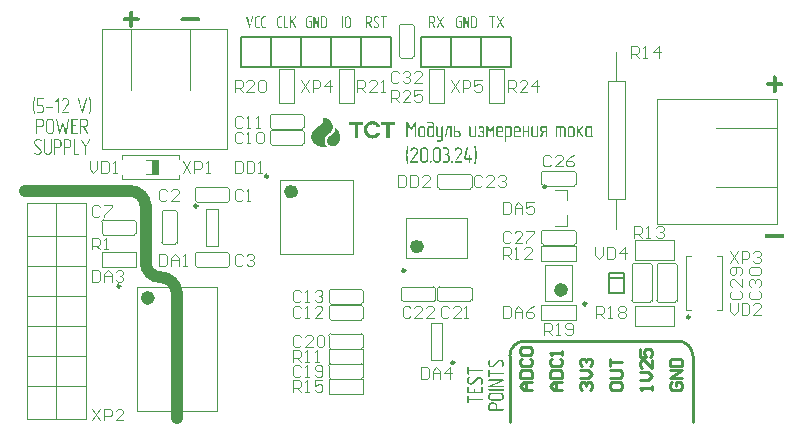
<source format=gto>
%TF.GenerationSoftware,Altium Limited,Altium Designer,24.1.2 (44)*%
G04 Layer_Color=65535*
%FSLAX45Y45*%
%MOMM*%
%TF.SameCoordinates,791679A7-7A64-4111-B289-18E462613817*%
%TF.FilePolarity,Positive*%
%TF.FileFunction,Legend,Top*%
%TF.Part,Single*%
G01*
G75*
%TA.AperFunction,NonConductor*%
%ADD40C,0.10000*%
%ADD41C,0.25000*%
%ADD42C,0.60000*%
%ADD43C,1.00000*%
%ADD44C,0.20000*%
%ADD45R,0.55000X1.20000*%
G36*
X2675777Y2502035D02*
X2677649D01*
Y2501099D01*
X2679520D01*
Y2500163D01*
X2680456D01*
Y2499227D01*
X2682327D01*
Y2498292D01*
X2683263D01*
Y2497356D01*
X2685135D01*
Y2496420D01*
X2686070D01*
Y2495485D01*
X2687006D01*
Y2494549D01*
X2687942D01*
Y2493613D01*
X2689813D01*
Y2492678D01*
X2690749D01*
Y2491742D01*
X2691684D01*
Y2490806D01*
X2692620D01*
Y2489871D01*
X2693556D01*
Y2488935D01*
X2694491D01*
Y2487999D01*
X2695427D01*
Y2487063D01*
X2696363D01*
Y2485192D01*
X2697299D01*
Y2484256D01*
X2698234D01*
Y2483321D01*
X2699170D01*
Y2482385D01*
X2700106D01*
Y2480513D01*
X2701041D01*
Y2479578D01*
X2701977D01*
Y2477706D01*
X2702913D01*
Y2476771D01*
X2703849D01*
Y2474899D01*
X2704784D01*
Y2473964D01*
X2705720D01*
Y2472092D01*
X2706655D01*
Y2470221D01*
X2707591D01*
Y2468349D01*
X2708527D01*
Y2466478D01*
X2709463D01*
Y2463671D01*
X2710398D01*
Y2461799D01*
X2711334D01*
Y2458992D01*
X2712270D01*
Y2456185D01*
X2713205D01*
Y2453378D01*
X2714141D01*
Y2449635D01*
X2715077D01*
Y2445892D01*
X2716013D01*
Y2441214D01*
X2716948D01*
Y2432793D01*
X2717884D01*
Y2416886D01*
X2716948D01*
Y2409400D01*
X2716013D01*
Y2403786D01*
X2715077D01*
Y2400043D01*
X2714141D01*
Y2397236D01*
X2713205D01*
Y2394429D01*
X2712270D01*
Y2391622D01*
X2711334D01*
Y2388815D01*
X2710398D01*
Y2386943D01*
X2709463D01*
Y2385072D01*
X2708527D01*
Y2383201D01*
X2707591D01*
Y2381329D01*
X2706655D01*
Y2379458D01*
X2705720D01*
Y2378522D01*
X2704784D01*
Y2376651D01*
X2703849D01*
Y2375715D01*
X2702913D01*
Y2373844D01*
X2701977D01*
Y2372908D01*
X2701041D01*
Y2371036D01*
X2700106D01*
Y2370101D01*
X2699170D01*
Y2369165D01*
X2698234D01*
Y2368229D01*
X2697299D01*
Y2367294D01*
X2696363D01*
Y2366358D01*
X2695427D01*
Y2365422D01*
X2694491D01*
Y2364487D01*
X2693556D01*
Y2363551D01*
X2692620D01*
Y2362615D01*
X2691684D01*
Y2361680D01*
X2689813D01*
Y2360744D01*
X2688877D01*
Y2359808D01*
X2687942D01*
Y2358872D01*
X2686070D01*
Y2357937D01*
X2685135D01*
Y2357001D01*
X2683263D01*
Y2356065D01*
X2681392D01*
Y2355130D01*
X2679520D01*
Y2354194D01*
X2677649D01*
Y2353258D01*
X2674842D01*
Y2352322D01*
X2672970D01*
Y2351387D01*
X2669228D01*
Y2350451D01*
X2665485D01*
Y2349515D01*
X2660806D01*
Y2348580D01*
X2643964D01*
Y2349515D01*
X2639285D01*
Y2350451D01*
X2636478D01*
Y2351387D01*
X2633671D01*
Y2352322D01*
X2631800D01*
Y2353258D01*
X2629928D01*
Y2354194D01*
X2628057D01*
Y2355130D01*
X2627121D01*
Y2356065D01*
X2625250D01*
Y2357001D01*
X2624314D01*
Y2357937D01*
X2623378D01*
Y2358872D01*
X2622443D01*
Y2359808D01*
X2621507D01*
Y2360744D01*
X2620571D01*
Y2361680D01*
X2619635D01*
Y2362615D01*
X2618700D01*
Y2363551D01*
X2617764D01*
Y2364487D01*
X2616828D01*
Y2365422D01*
X2615893D01*
Y2366358D01*
X2614957D01*
Y2368229D01*
X2614021D01*
Y2369165D01*
X2613085D01*
Y2371036D01*
X2612150D01*
Y2372908D01*
X2611214D01*
Y2374779D01*
X2610278D01*
Y2376651D01*
X2609343D01*
Y2379458D01*
X2608407D01*
Y2382265D01*
X2607471D01*
Y2386943D01*
X2606536D01*
Y2400043D01*
X2607471D01*
Y2404722D01*
X2608407D01*
Y2407529D01*
X2609343D01*
Y2410336D01*
X2610278D01*
Y2412207D01*
X2611214D01*
Y2414079D01*
X2612150D01*
Y2415950D01*
X2613085D01*
Y2417821D01*
X2614021D01*
Y2418757D01*
X2614957D01*
Y2420629D01*
X2615893D01*
Y2421564D01*
X2616828D01*
Y2422500D01*
X2617764D01*
Y2423436D01*
X2618700D01*
Y2425307D01*
X2619635D01*
Y2426243D01*
X2620571D01*
Y2427179D01*
X2621507D01*
Y2428114D01*
X2622443D01*
Y2429050D01*
X2623378D01*
Y2429986D01*
X2624314D01*
Y2430921D01*
X2626185D01*
Y2431857D01*
X2627121D01*
Y2432793D01*
X2628057D01*
Y2433728D01*
X2628992D01*
Y2434664D01*
X2630864D01*
Y2435600D01*
X2631800D01*
Y2436536D01*
X2632735D01*
Y2437471D01*
X2634607D01*
Y2438407D01*
X2635542D01*
Y2439343D01*
X2636478D01*
Y2440278D01*
X2638350D01*
Y2441214D01*
X2639285D01*
Y2442150D01*
X2641157D01*
Y2443086D01*
X2642092D01*
Y2444021D01*
X2643964D01*
Y2444957D01*
X2644899D01*
Y2445892D01*
X2646771D01*
Y2446828D01*
X2647706D01*
Y2447764D01*
X2648642D01*
Y2448700D01*
X2650514D01*
Y2449635D01*
X2651449D01*
Y2450571D01*
X2652385D01*
Y2451507D01*
X2654256D01*
Y2452442D01*
X2655192D01*
Y2453378D01*
X2656128D01*
Y2454314D01*
X2657064D01*
Y2455250D01*
X2657999D01*
Y2456185D01*
X2659870D01*
Y2457121D01*
X2660806D01*
Y2458057D01*
X2661742D01*
Y2459928D01*
X2662678D01*
Y2460864D01*
X2663613D01*
Y2461799D01*
X2664549D01*
Y2462735D01*
X2665485D01*
Y2463671D01*
X2666420D01*
Y2465542D01*
X2667356D01*
Y2466478D01*
X2668292D01*
Y2468349D01*
X2669228D01*
Y2470221D01*
X2670163D01*
Y2472092D01*
X2671099D01*
Y2473964D01*
X2672035D01*
Y2476771D01*
X2672970D01*
Y2479578D01*
X2673906D01*
Y2485192D01*
X2674842D01*
Y2501099D01*
X2673906D01*
Y2502970D01*
X2675777D01*
Y2502035D01*
D02*
G37*
G36*
X2585950Y2589055D02*
X2592500D01*
Y2588119D01*
X2597179D01*
Y2587183D01*
X2599986D01*
Y2586248D01*
X2602793D01*
Y2585312D01*
X2605600D01*
Y2584376D01*
X2608407D01*
Y2583441D01*
X2610278D01*
Y2582505D01*
X2612150D01*
Y2581569D01*
X2614021D01*
Y2580633D01*
X2615893D01*
Y2579698D01*
X2616828D01*
Y2578762D01*
X2618700D01*
Y2577826D01*
X2619635D01*
Y2576891D01*
X2621507D01*
Y2575955D01*
X2622443D01*
Y2575019D01*
X2623378D01*
Y2574083D01*
X2625250D01*
Y2573148D01*
X2626185D01*
Y2572212D01*
X2627121D01*
Y2571276D01*
X2628057D01*
Y2570341D01*
X2628992D01*
Y2569405D01*
X2629928D01*
Y2568469D01*
X2630864D01*
Y2567534D01*
X2631800D01*
Y2566598D01*
X2632735D01*
Y2565662D01*
X2633671D01*
Y2564726D01*
X2634607D01*
Y2563791D01*
X2635542D01*
Y2562855D01*
X2636478D01*
Y2560984D01*
X2637414D01*
Y2560048D01*
X2638350D01*
Y2559112D01*
X2639285D01*
Y2557241D01*
X2640221D01*
Y2556305D01*
X2641157D01*
Y2554434D01*
X2642092D01*
Y2553498D01*
X2643028D01*
Y2551627D01*
X2643964D01*
Y2549755D01*
X2644899D01*
Y2547884D01*
X2645835D01*
Y2546012D01*
X2646771D01*
Y2544141D01*
X2647706D01*
Y2542270D01*
X2648642D01*
Y2539463D01*
X2649578D01*
Y2537591D01*
X2650514D01*
Y2534784D01*
X2651449D01*
Y2531041D01*
X2652385D01*
Y2527298D01*
X2653321D01*
Y2522620D01*
X2654256D01*
Y2515134D01*
X2655192D01*
Y2504842D01*
X2654256D01*
Y2497356D01*
X2653321D01*
Y2492678D01*
X2652385D01*
Y2489871D01*
X2651449D01*
Y2487063D01*
X2650514D01*
Y2484256D01*
X2649578D01*
Y2482385D01*
X2648642D01*
Y2480513D01*
X2647706D01*
Y2478642D01*
X2646771D01*
Y2476771D01*
X2645835D01*
Y2475835D01*
X2644899D01*
Y2473964D01*
X2643964D01*
Y2473028D01*
X2643028D01*
Y2471156D01*
X2642092D01*
Y2470221D01*
X2641157D01*
Y2469285D01*
X2640221D01*
Y2468349D01*
X2639285D01*
Y2467414D01*
X2638350D01*
Y2466478D01*
X2637414D01*
Y2465542D01*
X2636478D01*
Y2464606D01*
X2635542D01*
Y2463671D01*
X2634607D01*
Y2462735D01*
X2633671D01*
Y2461799D01*
X2631800D01*
Y2460864D01*
X2630864D01*
Y2459928D01*
X2628992D01*
Y2458992D01*
X2628057D01*
Y2458057D01*
X2626185D01*
Y2457121D01*
X2625250D01*
Y2456185D01*
X2624314D01*
Y2455250D01*
X2622443D01*
Y2454314D01*
X2621507D01*
Y2453378D01*
X2619635D01*
Y2452442D01*
X2618700D01*
Y2451507D01*
X2617764D01*
Y2450571D01*
X2615893D01*
Y2449635D01*
X2614957D01*
Y2448700D01*
X2614021D01*
Y2447764D01*
X2613085D01*
Y2446828D01*
X2612150D01*
Y2445892D01*
X2611214D01*
Y2444957D01*
X2609343D01*
Y2444021D01*
X2608407D01*
Y2443086D01*
X2607471D01*
Y2442150D01*
X2606536D01*
Y2441214D01*
X2605600D01*
Y2440278D01*
X2604664D01*
Y2438407D01*
X2603729D01*
Y2437471D01*
X2602793D01*
Y2436536D01*
X2601857D01*
Y2435600D01*
X2600921D01*
Y2434664D01*
X2599986D01*
Y2432793D01*
X2599050D01*
Y2431857D01*
X2598114D01*
Y2430921D01*
X2597179D01*
Y2429050D01*
X2596243D01*
Y2428114D01*
X2595307D01*
Y2426243D01*
X2594371D01*
Y2424371D01*
X2593436D01*
Y2422500D01*
X2592500D01*
Y2420629D01*
X2591565D01*
Y2418757D01*
X2590629D01*
Y2415950D01*
X2589693D01*
Y2414079D01*
X2588757D01*
Y2410336D01*
X2587822D01*
Y2406593D01*
X2586886D01*
Y2400043D01*
X2585950D01*
Y2386943D01*
X2586886D01*
Y2380394D01*
X2587822D01*
Y2376651D01*
X2588757D01*
Y2372908D01*
X2589693D01*
Y2371036D01*
X2590629D01*
Y2368229D01*
X2591565D01*
Y2366358D01*
X2592500D01*
Y2364487D01*
X2593436D01*
Y2362615D01*
X2594371D01*
Y2360744D01*
X2595307D01*
Y2358872D01*
X2596243D01*
Y2357937D01*
X2597179D01*
Y2356065D01*
X2598114D01*
Y2355130D01*
X2599050D01*
Y2354194D01*
X2599986D01*
Y2352322D01*
X2600921D01*
Y2351387D01*
X2601857D01*
Y2350451D01*
X2602793D01*
Y2349515D01*
X2603729D01*
Y2348580D01*
X2604664D01*
Y2347644D01*
X2605600D01*
Y2346708D01*
X2606536D01*
Y2345773D01*
X2607471D01*
Y2344837D01*
X2605600D01*
Y2343901D01*
X2599986D01*
Y2342966D01*
X2593436D01*
Y2342030D01*
X2568172D01*
Y2342966D01*
X2561622D01*
Y2343901D01*
X2556008D01*
Y2344837D01*
X2551329D01*
Y2345773D01*
X2547586D01*
Y2346708D01*
X2544780D01*
Y2347644D01*
X2541037D01*
Y2348580D01*
X2538230D01*
Y2349515D01*
X2536358D01*
Y2350451D01*
X2533551D01*
Y2351387D01*
X2530744D01*
Y2352322D01*
X2528873D01*
Y2353258D01*
X2527001D01*
Y2354194D01*
X2525130D01*
Y2355130D01*
X2523258D01*
Y2356065D01*
X2521387D01*
Y2357001D01*
X2519515D01*
Y2357937D01*
X2517644D01*
Y2358872D01*
X2516708D01*
Y2359808D01*
X2514837D01*
Y2360744D01*
X2512966D01*
Y2361680D01*
X2512030D01*
Y2362615D01*
X2510159D01*
Y2363551D01*
X2509223D01*
Y2364487D01*
X2508287D01*
Y2365422D01*
X2506416D01*
Y2366358D01*
X2505480D01*
Y2367294D01*
X2504544D01*
Y2368229D01*
X2503609D01*
Y2369165D01*
X2501737D01*
Y2370101D01*
X2500801D01*
Y2371036D01*
X2499866D01*
Y2371972D01*
X2498930D01*
Y2372908D01*
X2497994D01*
Y2373844D01*
X2497059D01*
Y2374779D01*
X2496123D01*
Y2375715D01*
X2495187D01*
Y2376651D01*
X2494252D01*
Y2377586D01*
X2493316D01*
Y2378522D01*
X2492380D01*
Y2380394D01*
X2491445D01*
Y2381329D01*
X2490509D01*
Y2382265D01*
X2489573D01*
Y2383201D01*
X2488637D01*
Y2384136D01*
Y2385072D01*
X2487702D01*
Y2386008D01*
X2486766D01*
Y2387879D01*
X2485830D01*
Y2388815D01*
X2484895D01*
Y2390686D01*
X2483959D01*
Y2391622D01*
X2483023D01*
Y2393493D01*
X2482087D01*
Y2395365D01*
X2481152D01*
Y2397236D01*
X2480216D01*
Y2400043D01*
X2479280D01*
Y2401915D01*
X2478345D01*
Y2404722D01*
X2477409D01*
Y2407529D01*
X2476473D01*
Y2410336D01*
X2475538D01*
Y2414079D01*
X2474602D01*
Y2418757D01*
X2473666D01*
Y2428114D01*
X2472730D01*
Y2435600D01*
X2473666D01*
Y2444021D01*
X2474602D01*
Y2447764D01*
X2475538D01*
Y2451507D01*
X2476473D01*
Y2454314D01*
X2477409D01*
Y2457121D01*
X2478345D01*
Y2458992D01*
X2479280D01*
Y2460864D01*
X2480216D01*
Y2462735D01*
X2481152D01*
Y2464606D01*
X2482087D01*
Y2466478D01*
X2483023D01*
Y2468349D01*
X2483959D01*
Y2469285D01*
X2484895D01*
Y2471156D01*
X2485830D01*
Y2472092D01*
X2486766D01*
Y2473964D01*
X2487702D01*
Y2474899D01*
X2488637D01*
Y2475835D01*
X2489573D01*
Y2477706D01*
X2490509D01*
Y2478642D01*
X2491445D01*
Y2479578D01*
X2492380D01*
Y2480513D01*
X2493316D01*
Y2481449D01*
X2494252D01*
Y2482385D01*
X2495187D01*
Y2483321D01*
X2496123D01*
Y2484256D01*
X2497059D01*
Y2485192D01*
X2497994D01*
Y2486128D01*
X2498930D01*
Y2487063D01*
X2499866D01*
Y2487999D01*
X2500801D01*
Y2488935D01*
X2501737D01*
Y2489871D01*
X2502673D01*
Y2490806D01*
X2503609D01*
Y2491742D01*
X2504544D01*
Y2492678D01*
X2505480D01*
Y2493613D01*
X2506416D01*
Y2494549D01*
X2508287D01*
Y2495485D01*
X2509223D01*
Y2496420D01*
X2510159D01*
Y2497356D01*
X2511094D01*
Y2498292D01*
X2512030D01*
Y2499227D01*
X2513901D01*
Y2500163D01*
X2514837D01*
Y2501099D01*
X2515773D01*
Y2502035D01*
X2516708D01*
Y2502970D01*
X2518580D01*
Y2503906D01*
X2519515D01*
Y2504842D01*
X2520451D01*
Y2505777D01*
X2522323D01*
Y2506713D01*
X2523258D01*
Y2507649D01*
X2524194D01*
Y2508585D01*
X2526065D01*
Y2509520D01*
X2527001D01*
Y2510456D01*
X2527937D01*
Y2511391D01*
X2529808D01*
Y2512327D01*
X2530744D01*
Y2513263D01*
X2531680D01*
Y2514199D01*
X2533551D01*
Y2515134D01*
X2534487D01*
Y2516070D01*
X2535422D01*
Y2517006D01*
X2537294D01*
Y2517941D01*
X2538230D01*
Y2518877D01*
X2539165D01*
Y2519813D01*
X2541037D01*
Y2520749D01*
X2541972D01*
Y2521684D01*
X2542908D01*
Y2522620D01*
X2544780D01*
Y2523556D01*
X2545715D01*
Y2524491D01*
X2546651D01*
Y2525427D01*
X2547586D01*
Y2526363D01*
X2548522D01*
Y2527298D01*
X2550394D01*
Y2528234D01*
X2551329D01*
Y2529170D01*
X2552265D01*
Y2530106D01*
X2553201D01*
Y2531041D01*
X2554136D01*
Y2531977D01*
X2555072D01*
Y2532913D01*
X2556008D01*
Y2533848D01*
X2556944D01*
Y2534784D01*
X2557879D01*
Y2535720D01*
X2558815D01*
Y2536656D01*
X2559751D01*
Y2537591D01*
X2560686D01*
Y2538527D01*
X2561622D01*
Y2539463D01*
X2562558D01*
Y2540398D01*
X2563493D01*
Y2541334D01*
X2564429D01*
Y2542270D01*
X2565365D01*
Y2544141D01*
X2566300D01*
Y2545077D01*
X2567236D01*
Y2546012D01*
X2568172D01*
Y2547884D01*
X2569108D01*
Y2548820D01*
X2570043D01*
Y2550691D01*
X2570979D01*
Y2552562D01*
X2571915D01*
Y2554434D01*
X2572850D01*
Y2556305D01*
X2573786D01*
Y2559112D01*
X2574722D01*
Y2561919D01*
X2575658D01*
Y2567534D01*
X2576593D01*
Y2577826D01*
X2575658D01*
Y2583441D01*
X2574722D01*
Y2587183D01*
X2573786D01*
Y2589991D01*
X2585950D01*
Y2589055D01*
D02*
G37*
G36*
X2804904Y2558176D02*
X2911574D01*
Y2531041D01*
X2869467D01*
Y2416886D01*
X2839525D01*
Y2531041D01*
X2797419D01*
Y2531977D01*
X2796483D01*
Y2557241D01*
X2797419D01*
Y2558176D01*
X2803968D01*
X2804904D01*
D02*
G37*
G36*
X2958359Y2458057D02*
Y2457121D01*
X2959295D01*
Y2456185D01*
X2960230D01*
Y2455250D01*
X2961166D01*
Y2454314D01*
X2962102D01*
Y2453378D01*
X2963038D01*
Y2452442D01*
X2963973D01*
Y2451507D01*
X2964909D01*
Y2450571D01*
X2965845D01*
Y2449635D01*
X2966780D01*
Y2448700D01*
X2968652D01*
Y2447764D01*
X2969587D01*
Y2446828D01*
X2971459D01*
Y2445892D01*
X2973330D01*
Y2444957D01*
X2975202D01*
Y2444021D01*
X2978009D01*
Y2443086D01*
X2980816D01*
Y2442150D01*
X2986430D01*
Y2441214D01*
X2996723D01*
Y2442150D01*
X3002337D01*
Y2443086D01*
X3005144D01*
Y2444021D01*
X3007951D01*
Y2444957D01*
X3009823D01*
Y2445892D01*
X3011694D01*
Y2446828D01*
X3012630D01*
Y2447764D01*
X3014501D01*
Y2448700D01*
X3015437D01*
Y2449635D01*
X3016372D01*
Y2450571D01*
X3018244D01*
Y2451507D01*
X3019180D01*
Y2452442D01*
X3020115D01*
Y2453378D01*
X3021051D01*
Y2455250D01*
X3021987D01*
Y2456185D01*
X3022922D01*
Y2457121D01*
X3023858D01*
Y2458992D01*
X3024794D01*
Y2459928D01*
X3025730D01*
Y2461799D01*
X3026665D01*
Y2463671D01*
X3059415D01*
Y2460864D01*
X3058479D01*
Y2458992D01*
X3057543D01*
Y2456185D01*
X3056608D01*
Y2454314D01*
X3055672D01*
Y2452442D01*
X3054736D01*
Y2451507D01*
X3053800D01*
Y2449635D01*
X3052865D01*
Y2447764D01*
X3051929D01*
Y2446828D01*
X3050993D01*
Y2444957D01*
X3050058D01*
Y2444021D01*
X3049122D01*
Y2442150D01*
X3048186D01*
Y2441214D01*
X3047250D01*
Y2440278D01*
X3046315D01*
Y2439343D01*
X3045379D01*
Y2438407D01*
X3044443D01*
Y2436536D01*
X3043508D01*
Y2435600D01*
X3042572D01*
Y2434664D01*
X3041636D01*
Y2433728D01*
X3040701D01*
Y2432793D01*
X3039765D01*
Y2431857D01*
X3037894D01*
Y2430921D01*
X3036958D01*
Y2429986D01*
X3036022D01*
Y2429050D01*
X3035086D01*
Y2428114D01*
X3033215D01*
Y2427179D01*
X3032279D01*
Y2426243D01*
X3031344D01*
Y2425307D01*
X3029472D01*
Y2424371D01*
X3028536D01*
Y2423436D01*
X3026665D01*
Y2422500D01*
X3024794D01*
Y2421564D01*
X3022922D01*
Y2420629D01*
X3021051D01*
Y2419693D01*
X3018244D01*
Y2418757D01*
X3016372D01*
Y2417821D01*
X3013565D01*
Y2416886D01*
X3009823D01*
Y2415950D01*
X3006080D01*
Y2415014D01*
X2999530D01*
Y2414079D01*
X2984559D01*
Y2415014D01*
X2978009D01*
Y2415950D01*
X2973330D01*
Y2416886D01*
X2970523D01*
Y2417821D01*
X2967716D01*
Y2418757D01*
X2964909D01*
Y2419693D01*
X2962102D01*
Y2420629D01*
X2960230D01*
Y2421564D01*
X2958359D01*
Y2422500D01*
X2956488D01*
Y2423436D01*
X2954616D01*
Y2424371D01*
X2952745D01*
Y2425307D01*
X2951809D01*
Y2426243D01*
X2949938D01*
Y2427179D01*
X2949002D01*
Y2428114D01*
X2948066D01*
Y2429050D01*
X2946195D01*
Y2429986D01*
X2945259D01*
Y2430921D01*
X2944324D01*
Y2431857D01*
X2943388D01*
Y2432793D01*
X2942452D01*
Y2433728D01*
X2940581D01*
Y2434664D01*
X2939645D01*
Y2435600D01*
X2938709D01*
Y2436536D01*
X2937774D01*
Y2437471D01*
X2936838D01*
Y2438407D01*
X2935902D01*
Y2440278D01*
X2934966D01*
Y2441214D01*
X2934031D01*
Y2442150D01*
X2933095D01*
Y2443086D01*
X2932159D01*
Y2444957D01*
X2931224D01*
Y2445892D01*
X2930288D01*
Y2446828D01*
X2929352D01*
Y2448700D01*
X2928417D01*
Y2449635D01*
X2927481D01*
Y2451507D01*
X2926545D01*
Y2453378D01*
X2925610D01*
Y2455250D01*
X2924674D01*
Y2457121D01*
X2923738D01*
Y2458992D01*
X2922802D01*
Y2461799D01*
X2921867D01*
Y2464606D01*
X2920931D01*
Y2467414D01*
X2919995D01*
Y2471156D01*
X2919060D01*
Y2475835D01*
X2918124D01*
Y2500163D01*
X2919060D01*
Y2504842D01*
X2919995D01*
Y2508585D01*
X2920931D01*
Y2511391D01*
X2921867D01*
Y2514199D01*
X2922802D01*
Y2517006D01*
X2923738D01*
Y2518877D01*
X2924674D01*
Y2520749D01*
X2925610D01*
Y2522620D01*
X2926545D01*
Y2524491D01*
X2927481D01*
Y2525427D01*
X2928417D01*
Y2527298D01*
X2929352D01*
Y2528234D01*
X2930288D01*
Y2530106D01*
X2931224D01*
Y2531041D01*
X2932159D01*
Y2531977D01*
X2933095D01*
Y2533848D01*
X2934031D01*
Y2534784D01*
X2934966D01*
Y2535720D01*
X2935902D01*
Y2536656D01*
X2936838D01*
Y2537591D01*
X2937774D01*
Y2538527D01*
X2938709D01*
Y2539463D01*
X2939645D01*
Y2540398D01*
X2940581D01*
Y2541334D01*
X2941516D01*
Y2542270D01*
X2942452D01*
Y2543205D01*
X2943388D01*
Y2544141D01*
X2944324D01*
Y2545077D01*
X2946195D01*
Y2546012D01*
X2947131D01*
Y2546948D01*
X2948066D01*
Y2547884D01*
X2949938D01*
Y2548820D01*
X2950873D01*
Y2549755D01*
X2952745D01*
Y2550691D01*
X2953680D01*
Y2551627D01*
X2955552D01*
Y2552562D01*
X2957423D01*
Y2553498D01*
X2959295D01*
Y2554434D01*
X2961166D01*
Y2555370D01*
X2963973D01*
Y2556305D01*
X2966780D01*
Y2557241D01*
X2969587D01*
Y2558176D01*
X2973330D01*
Y2559112D01*
X2977073D01*
Y2560048D01*
X2984559D01*
Y2560984D01*
X2997658D01*
Y2560048D01*
X3005144D01*
Y2559112D01*
X3009823D01*
Y2558176D01*
X3013565D01*
Y2557241D01*
X3016372D01*
Y2556305D01*
X3019180D01*
Y2555370D01*
X3021051D01*
Y2554434D01*
X3022922D01*
Y2553498D01*
X3024794D01*
Y2552562D01*
X3026665D01*
Y2551627D01*
X3028536D01*
Y2550691D01*
X3030408D01*
Y2549755D01*
X3031344D01*
Y2548820D01*
X3033215D01*
Y2547884D01*
X3034151D01*
Y2546948D01*
X3035086D01*
Y2546012D01*
X3036958D01*
Y2545077D01*
X3037894D01*
Y2544141D01*
X3038829D01*
Y2543205D01*
X3039765D01*
Y2542270D01*
X3040701D01*
Y2541334D01*
X3041636D01*
Y2540398D01*
X3042572D01*
Y2539463D01*
X3043508D01*
Y2538527D01*
X3044443D01*
Y2537591D01*
X3045379D01*
Y2536656D01*
X3046315D01*
Y2535720D01*
X3047250D01*
Y2534784D01*
X3048186D01*
Y2532913D01*
X3049122D01*
Y2531977D01*
X3050058D01*
Y2531041D01*
X3050993D01*
Y2529170D01*
X3051929D01*
Y2527298D01*
X3052865D01*
Y2526363D01*
X3053800D01*
Y2524491D01*
X3054736D01*
Y2522620D01*
X3055672D01*
Y2520749D01*
X3056608D01*
Y2518877D01*
X3057543D01*
Y2516070D01*
X3058479D01*
Y2513263D01*
X3059415D01*
Y2510456D01*
X3027601D01*
Y2511391D01*
X3026665D01*
Y2512327D01*
X3025730D01*
Y2514199D01*
X3024794D01*
Y2516070D01*
X3023858D01*
Y2517006D01*
X3022922D01*
Y2517941D01*
X3021987D01*
Y2519813D01*
X3021051D01*
Y2520749D01*
X3020115D01*
Y2521684D01*
X3019180D01*
Y2522620D01*
X3018244D01*
Y2523556D01*
X3017308D01*
Y2524491D01*
X3016372D01*
Y2525427D01*
X3015437D01*
Y2526363D01*
X3013565D01*
Y2527298D01*
X3012630D01*
Y2528234D01*
X3010758D01*
Y2529170D01*
X3008887D01*
Y2530106D01*
X3007015D01*
Y2531041D01*
X3005144D01*
Y2531977D01*
X3002337D01*
Y2532913D01*
X2997658D01*
Y2533848D01*
X2984559D01*
Y2532913D01*
X2979880D01*
Y2531977D01*
X2976137D01*
Y2531041D01*
X2974266D01*
Y2530106D01*
X2972395D01*
Y2529170D01*
X2970523D01*
Y2528234D01*
X2968652D01*
Y2527298D01*
X2967716D01*
Y2526363D01*
X2965845D01*
Y2525427D01*
X2964909D01*
Y2524491D01*
X2963973D01*
Y2523556D01*
X2963038D01*
Y2522620D01*
X2962102D01*
Y2521684D01*
X2961166D01*
Y2520749D01*
X2960230D01*
Y2519813D01*
X2959295D01*
Y2518877D01*
X2958359D01*
Y2517941D01*
X2957423D01*
Y2516070D01*
X2956488D01*
Y2515134D01*
X2955552D01*
Y2513263D01*
X2954616D01*
Y2512327D01*
X2953680D01*
Y2510456D01*
X2952745D01*
Y2508585D01*
X2951809D01*
Y2505777D01*
X2950873D01*
Y2503906D01*
X2949938D01*
Y2500163D01*
X2949002D01*
Y2493613D01*
X2948066D01*
Y2482385D01*
X2949002D01*
Y2476771D01*
X2949938D01*
Y2473028D01*
X2950873D01*
Y2470221D01*
X2951809D01*
Y2468349D01*
X2952745D01*
Y2466478D01*
X2953680D01*
Y2464606D01*
X2954616D01*
Y2462735D01*
X2955552D01*
Y2461799D01*
X2956488D01*
Y2459928D01*
X2957423D01*
Y2458992D01*
X2958359D01*
Y2458057D01*
D02*
G37*
G36*
X3138949Y2444021D02*
Y2417821D01*
X3138014D01*
Y2416886D01*
X3109007D01*
Y2417821D01*
X3108071D01*
Y2531041D01*
X3066900D01*
Y2531977D01*
X3065965D01*
Y2557241D01*
X3066900D01*
Y2558176D01*
X3181056D01*
Y2531977D01*
X3180120D01*
Y2531041D01*
X3138949D01*
Y2444957D01*
Y2444021D01*
D02*
G37*
G36*
X3590014Y3449164D02*
X3591123Y3448747D01*
X3592371Y3447915D01*
X3592510D01*
X3592649Y3447638D01*
X3593203Y3446945D01*
X3593619Y3445835D01*
X3593897Y3445142D01*
Y3444448D01*
Y3444310D01*
X3593758Y3443755D01*
X3593619Y3442923D01*
X3593203Y3442091D01*
X3570321Y3399931D01*
X3593203Y3357632D01*
X3593342Y3357493D01*
X3593619Y3356939D01*
X3593758Y3356245D01*
X3593897Y3355413D01*
Y3355274D01*
Y3355136D01*
X3593758Y3354304D01*
X3593203Y3353194D01*
X3592787Y3352639D01*
X3592233Y3351946D01*
X3591955Y3351807D01*
X3591262Y3351391D01*
X3590014Y3350837D01*
X3588627Y3350698D01*
X3588211D01*
X3587656Y3350837D01*
X3587101Y3351114D01*
X3586408Y3351391D01*
X3585714Y3351946D01*
X3585021Y3352778D01*
X3584466Y3353749D01*
X3564912Y3391332D01*
X3544941Y3352639D01*
Y3352501D01*
X3544664Y3352362D01*
X3543971Y3351669D01*
X3543416Y3351253D01*
X3542722Y3350975D01*
X3541890Y3350837D01*
X3540920Y3350698D01*
X3540642D01*
X3539671Y3350837D01*
X3538562Y3351253D01*
X3537452Y3351946D01*
X3537175Y3352223D01*
X3536759Y3352917D01*
X3536343Y3354026D01*
X3536066Y3355413D01*
Y3355552D01*
X3536204Y3356107D01*
X3536343Y3356939D01*
X3536620Y3357771D01*
X3559642Y3399931D01*
X3536620Y3442091D01*
X3536066Y3444310D01*
Y3444587D01*
X3536204Y3445280D01*
X3536620Y3446251D01*
X3537314Y3447499D01*
Y3447638D01*
X3537591Y3447777D01*
X3538285Y3448470D01*
X3539533Y3449025D01*
X3540226Y3449164D01*
X3541058Y3449302D01*
X3541474D01*
X3542029Y3449164D01*
X3542584Y3448886D01*
X3543277Y3448470D01*
X3544109Y3447915D01*
X3544803Y3447083D01*
X3545357Y3445974D01*
X3564912Y3408668D01*
X3584882Y3447083D01*
Y3447222D01*
X3585021Y3447499D01*
X3585714Y3448193D01*
X3586269Y3448609D01*
X3586963Y3449025D01*
X3587795Y3449164D01*
X3588765Y3449302D01*
X3589182D01*
X3590014Y3449164D01*
D02*
G37*
G36*
X3503336Y3449025D02*
X3504168D01*
X3505000Y3448886D01*
X3507081Y3448331D01*
X3509577Y3447638D01*
X3512212Y3446390D01*
X3514847Y3444864D01*
X3516095Y3443755D01*
X3517343Y3442645D01*
X3517482Y3442507D01*
X3517621Y3442368D01*
X3518453Y3441536D01*
X3519423Y3440149D01*
X3520672Y3438346D01*
X3521920Y3436127D01*
X3523029Y3433492D01*
X3523723Y3430441D01*
X3523861Y3428916D01*
X3524000Y3427251D01*
Y3413522D01*
Y3413383D01*
Y3413106D01*
Y3412690D01*
X3523861Y3411996D01*
Y3411303D01*
X3523723Y3410332D01*
X3523168Y3408252D01*
X3522475Y3405755D01*
X3521226Y3403259D01*
X3519701Y3400624D01*
X3518591Y3399376D01*
X3517482Y3398128D01*
X3517343D01*
X3517205Y3397850D01*
X3516788Y3397573D01*
X3516372Y3397157D01*
X3514986Y3396048D01*
X3513183Y3394938D01*
X3510825Y3393829D01*
X3508190Y3392719D01*
X3505139Y3392026D01*
X3503475Y3391887D01*
X3501811Y3391748D01*
X3502504D01*
X3523445Y3357493D01*
X3523584Y3357355D01*
X3523723Y3356939D01*
X3523861Y3356245D01*
X3524000Y3355274D01*
Y3355136D01*
Y3354997D01*
X3523861Y3354165D01*
X3523307Y3353056D01*
X3522891Y3352501D01*
X3522336Y3351807D01*
X3522058Y3351669D01*
X3521365Y3351253D01*
X3520256Y3350837D01*
X3518869Y3350698D01*
X3518175D01*
X3517343Y3350837D01*
X3516511Y3351114D01*
X3516372Y3351253D01*
X3515956Y3351669D01*
X3515402Y3352223D01*
X3514708Y3353194D01*
X3492241Y3391748D01*
X3482811D01*
Y3355413D01*
Y3355274D01*
Y3354997D01*
X3482672Y3354165D01*
X3482256Y3353056D01*
X3481424Y3351946D01*
X3481147Y3351807D01*
X3480453Y3351391D01*
X3479205Y3350837D01*
X3477818Y3350698D01*
X3477680D01*
X3477125Y3350837D01*
X3476154Y3351114D01*
X3474767Y3351530D01*
X3474490Y3351807D01*
X3473935Y3352501D01*
X3473380Y3353749D01*
X3473242Y3354581D01*
X3473103Y3355413D01*
Y3444310D01*
Y3444587D01*
X3473242Y3445142D01*
X3473380Y3445835D01*
X3473658Y3446806D01*
X3474213Y3447638D01*
X3475045Y3448470D01*
X3476293Y3449025D01*
X3477818Y3449164D01*
X3502643D01*
X3503336Y3449025D01*
D02*
G37*
G36*
X3809065Y3449094D02*
X3810175Y3448678D01*
X3811284Y3447846D01*
X3811423D01*
X3811562Y3447569D01*
X3812116Y3447014D01*
X3812671Y3445904D01*
X3812948Y3445211D01*
Y3444379D01*
Y3355482D01*
Y3355205D01*
X3812810Y3354650D01*
X3812394Y3353541D01*
X3811562Y3352154D01*
X3811423D01*
X3811284Y3351877D01*
X3810452Y3351461D01*
X3809204Y3351045D01*
X3807678Y3350767D01*
X3805459Y3351183D01*
X3803657Y3353264D01*
X3771759Y3427459D01*
Y3355482D01*
Y3355344D01*
Y3355066D01*
X3771621Y3354234D01*
X3771205Y3353125D01*
X3770372Y3352015D01*
X3770095Y3351877D01*
X3769402Y3351461D01*
X3768153Y3350906D01*
X3766767Y3350767D01*
X3766628D01*
X3766073Y3350906D01*
X3765102Y3351183D01*
X3763716Y3351738D01*
X3763438Y3352015D01*
X3762884Y3352709D01*
X3762329Y3353818D01*
X3762190Y3354650D01*
X3762051Y3355482D01*
Y3444379D01*
Y3444518D01*
Y3444656D01*
X3762190Y3445350D01*
X3762606Y3446459D01*
X3763438Y3447569D01*
Y3447707D01*
X3763716Y3447846D01*
X3764409Y3448401D01*
X3765380Y3448956D01*
X3766073Y3449233D01*
X3767044D01*
X3767599Y3449094D01*
X3768292Y3448956D01*
X3769263Y3448539D01*
X3769540Y3448401D01*
X3769679Y3448262D01*
X3769956Y3447846D01*
X3770372Y3447430D01*
X3770650Y3446737D01*
X3771066Y3445904D01*
X3771343Y3444795D01*
X3803241Y3372541D01*
Y3444379D01*
Y3444518D01*
Y3444656D01*
X3803379Y3445350D01*
X3803795Y3446459D01*
X3804627Y3447569D01*
Y3447707D01*
X3804905Y3447846D01*
X3805598Y3448401D01*
X3806569Y3448956D01*
X3807262Y3449233D01*
X3808233D01*
X3809065Y3449094D01*
D02*
G37*
G36*
X3855247D02*
X3856079D01*
X3856911Y3448956D01*
X3858992Y3448401D01*
X3861488Y3447707D01*
X3864123Y3446459D01*
X3866758Y3444934D01*
X3868006Y3443824D01*
X3869254Y3442715D01*
X3869393Y3442576D01*
X3869532Y3442437D01*
X3870364Y3441605D01*
X3871334Y3440218D01*
X3872583Y3438416D01*
X3873831Y3436197D01*
X3874940Y3433562D01*
X3875634Y3430511D01*
X3875772Y3428985D01*
X3875911Y3427321D01*
Y3372541D01*
Y3372402D01*
Y3372125D01*
Y3371709D01*
X3875772Y3371015D01*
Y3370322D01*
X3875634Y3369351D01*
X3875079Y3367271D01*
X3874385Y3364913D01*
X3873137Y3362278D01*
X3871612Y3359643D01*
X3870502Y3358395D01*
X3869393Y3357147D01*
X3869254D01*
X3869115Y3356869D01*
X3868699Y3356592D01*
X3868283Y3356176D01*
X3866897Y3355066D01*
X3865094Y3353957D01*
X3862736Y3352847D01*
X3860101Y3351738D01*
X3857050Y3351045D01*
X3855386Y3350906D01*
X3853722Y3350767D01*
X3829591D01*
X3829036Y3350906D01*
X3828204Y3351045D01*
X3827372Y3351322D01*
X3826539Y3351877D01*
X3825707Y3352709D01*
X3825153Y3353957D01*
X3825014Y3355482D01*
Y3444379D01*
Y3444656D01*
X3825153Y3445211D01*
X3825291Y3445904D01*
X3825569Y3446875D01*
X3826123Y3447707D01*
X3826956Y3448539D01*
X3828204Y3449094D01*
X3829729Y3449233D01*
X3854554D01*
X3855247Y3449094D01*
D02*
G37*
G36*
X3745964D02*
X3747074Y3448539D01*
X3747628Y3448262D01*
X3748183Y3447707D01*
X3748322D01*
X3748460Y3447430D01*
X3749015Y3446737D01*
X3749570Y3445627D01*
X3749847Y3445072D01*
Y3444379D01*
Y3444240D01*
Y3444102D01*
X3749709Y3443408D01*
X3749292Y3442299D01*
X3748460Y3441189D01*
X3748183Y3440912D01*
X3747490Y3440496D01*
X3746380Y3439941D01*
X3745687Y3439802D01*
X3744855Y3439664D01*
X3720030D01*
X3719059Y3439525D01*
X3717950Y3439248D01*
X3716563Y3438832D01*
X3715176Y3438138D01*
X3713651Y3437306D01*
X3712264Y3436058D01*
X3712125Y3435919D01*
X3711709Y3435364D01*
X3711154Y3434671D01*
X3710600Y3433562D01*
X3709906Y3432313D01*
X3709351Y3430788D01*
X3708935Y3429124D01*
X3708797Y3427321D01*
Y3372541D01*
Y3372263D01*
Y3371709D01*
X3708935Y3370738D01*
X3709213Y3369628D01*
X3709629Y3368241D01*
X3710322Y3366855D01*
X3711154Y3365329D01*
X3712403Y3363942D01*
X3712541Y3363804D01*
X3713096Y3363387D01*
X3713789Y3362833D01*
X3714899Y3362139D01*
X3716147Y3361446D01*
X3717534Y3360891D01*
X3719198Y3360475D01*
X3720862Y3360336D01*
X3740139D01*
Y3398475D01*
X3730848D01*
X3730015Y3398613D01*
X3728906Y3399029D01*
X3727796Y3399723D01*
Y3399861D01*
X3727658Y3400000D01*
X3727242Y3400693D01*
X3726687Y3401803D01*
X3726548Y3403190D01*
Y3403328D01*
X3726687Y3404022D01*
X3726964Y3404854D01*
X3727658Y3406102D01*
Y3406241D01*
X3727935Y3406380D01*
X3728490Y3407073D01*
X3729599Y3407766D01*
X3730431Y3407905D01*
X3731264Y3408044D01*
X3745132D01*
X3745687Y3407905D01*
X3746380Y3407766D01*
X3747351Y3407489D01*
X3748322Y3406796D01*
X3749015Y3405963D01*
X3749570Y3404854D01*
X3749847Y3403190D01*
Y3355482D01*
Y3355344D01*
X3749709Y3354789D01*
X3749570Y3353957D01*
X3749292Y3353125D01*
X3748599Y3352293D01*
X3747767Y3351461D01*
X3746519Y3350906D01*
X3744855Y3350767D01*
X3720030D01*
X3719475Y3350906D01*
X3717811Y3351045D01*
X3715870Y3351599D01*
X3713512Y3352293D01*
X3711016Y3353402D01*
X3708381Y3354928D01*
X3706994Y3355899D01*
X3705746Y3357008D01*
X3705607Y3357147D01*
X3705468Y3357285D01*
X3705191Y3357701D01*
X3704775Y3358117D01*
X3703665Y3359504D01*
X3702417Y3361307D01*
X3701169Y3363665D01*
X3700198Y3366300D01*
X3699366Y3369212D01*
X3699228Y3370876D01*
X3699089Y3372541D01*
Y3427321D01*
Y3427459D01*
Y3427737D01*
Y3428153D01*
X3699228Y3428846D01*
Y3429540D01*
X3699366Y3430372D01*
X3699921Y3432452D01*
X3700614Y3434948D01*
X3701724Y3437445D01*
X3703249Y3440080D01*
X3704220Y3441328D01*
X3705330Y3442576D01*
X3705468Y3442715D01*
X3705607Y3442853D01*
X3706023Y3443131D01*
X3706439Y3443686D01*
X3707826Y3444656D01*
X3709629Y3445904D01*
X3711986Y3447153D01*
X3714621Y3448262D01*
X3717534Y3448956D01*
X3719198Y3449094D01*
X3720862Y3449233D01*
X3745132D01*
X3745964Y3449094D01*
D02*
G37*
G36*
X4098014Y3449164D02*
X4099123Y3448747D01*
X4100371Y3447915D01*
X4100510D01*
X4100649Y3447638D01*
X4101203Y3446945D01*
X4101619Y3445835D01*
X4101897Y3445142D01*
Y3444448D01*
Y3444310D01*
X4101758Y3443755D01*
X4101619Y3442923D01*
X4101203Y3442091D01*
X4078321Y3399931D01*
X4101203Y3357632D01*
X4101342Y3357493D01*
X4101619Y3356939D01*
X4101758Y3356245D01*
X4101897Y3355413D01*
Y3355274D01*
Y3355136D01*
X4101758Y3354304D01*
X4101203Y3353194D01*
X4100787Y3352639D01*
X4100233Y3351946D01*
X4099955Y3351807D01*
X4099262Y3351391D01*
X4098014Y3350837D01*
X4096627Y3350698D01*
X4096211D01*
X4095656Y3350837D01*
X4095101Y3351114D01*
X4094408Y3351391D01*
X4093714Y3351946D01*
X4093021Y3352778D01*
X4092466Y3353749D01*
X4072912Y3391332D01*
X4052941Y3352639D01*
Y3352501D01*
X4052664Y3352362D01*
X4051971Y3351669D01*
X4051416Y3351253D01*
X4050722Y3350975D01*
X4049890Y3350837D01*
X4048920Y3350698D01*
X4048642D01*
X4047671Y3350837D01*
X4046562Y3351253D01*
X4045452Y3351946D01*
X4045175Y3352223D01*
X4044759Y3352917D01*
X4044343Y3354026D01*
X4044066Y3355413D01*
Y3355552D01*
X4044204Y3356107D01*
X4044343Y3356939D01*
X4044620Y3357771D01*
X4067642Y3399931D01*
X4044620Y3442091D01*
X4044066Y3444310D01*
Y3444587D01*
X4044204Y3445280D01*
X4044620Y3446251D01*
X4045314Y3447499D01*
Y3447638D01*
X4045591Y3447777D01*
X4046285Y3448470D01*
X4047533Y3449025D01*
X4048226Y3449164D01*
X4049058Y3449302D01*
X4049474D01*
X4050029Y3449164D01*
X4050584Y3448886D01*
X4051277Y3448470D01*
X4052109Y3447915D01*
X4052803Y3447083D01*
X4053357Y3445974D01*
X4072912Y3408668D01*
X4092882Y3447083D01*
Y3447222D01*
X4093021Y3447499D01*
X4093714Y3448193D01*
X4094269Y3448609D01*
X4094963Y3449025D01*
X4095795Y3449164D01*
X4096765Y3449302D01*
X4097182D01*
X4098014Y3449164D01*
D02*
G37*
G36*
X4027978Y3449025D02*
X4029088Y3448470D01*
X4029781Y3448193D01*
X4030336Y3447638D01*
X4030475D01*
X4030613Y3447361D01*
X4031168Y3446667D01*
X4031584Y3445558D01*
X4031861Y3445003D01*
Y3444310D01*
Y3444171D01*
Y3444032D01*
X4031723Y3443339D01*
X4031307Y3442229D01*
X4030475Y3441120D01*
X4030197Y3440842D01*
X4029504Y3440426D01*
X4028394Y3439872D01*
X4027701Y3439733D01*
X4026869Y3439594D01*
X4011336D01*
Y3355413D01*
Y3355274D01*
Y3354997D01*
X4011197Y3354165D01*
X4010781Y3353056D01*
X4009949Y3351946D01*
X4009672Y3351807D01*
X4008979Y3351391D01*
X4007730Y3350837D01*
X4006344Y3350698D01*
X4006205D01*
X4005650Y3350837D01*
X4004679Y3351114D01*
X4003292Y3351530D01*
X4003015Y3351807D01*
X4002460Y3352501D01*
X4001906Y3353749D01*
X4001767Y3354581D01*
X4001628Y3355413D01*
Y3439594D01*
X3985402D01*
X3984570Y3439733D01*
X3983461Y3440149D01*
X3982351Y3440842D01*
Y3440981D01*
X3982213Y3441120D01*
X3981796Y3441813D01*
X3981242Y3442923D01*
X3981103Y3444310D01*
Y3444448D01*
X3981242Y3445142D01*
X3981519Y3445974D01*
X3982213Y3447222D01*
Y3447361D01*
X3982490Y3447499D01*
X3983045Y3448193D01*
X3984154Y3448886D01*
X3984986Y3449025D01*
X3985818Y3449164D01*
X4027146D01*
X4027978Y3449025D01*
D02*
G37*
G36*
X1978227Y3449094D02*
X1979336Y3448678D01*
X1980584Y3447846D01*
X1980723D01*
X1980862Y3447569D01*
X1981416Y3447014D01*
X1981832Y3445904D01*
X1982110Y3445211D01*
Y3444379D01*
X1981971Y3443269D01*
X1957979Y3354789D01*
Y3354650D01*
X1957701Y3354234D01*
X1957424Y3353541D01*
X1957008Y3352847D01*
X1956315Y3352015D01*
X1955483Y3351461D01*
X1954512Y3350906D01*
X1953264Y3350767D01*
X1952709D01*
X1952154Y3351045D01*
X1951461Y3351322D01*
X1950629Y3351738D01*
X1949935Y3352431D01*
X1949242Y3353402D01*
X1948687Y3354789D01*
X1924695Y3443269D01*
X1924556Y3444379D01*
Y3444518D01*
Y3444656D01*
X1924695Y3445488D01*
X1925111Y3446598D01*
X1925943Y3447707D01*
Y3447846D01*
X1926220Y3447985D01*
X1926914Y3448539D01*
X1928023Y3448956D01*
X1928716Y3449233D01*
X1929687D01*
X1930242Y3449094D01*
X1930935Y3448956D01*
X1931768Y3448401D01*
X1932045Y3448262D01*
X1932461Y3447846D01*
X1933293Y3447014D01*
X1933570Y3446459D01*
X1933986Y3445766D01*
X1953402Y3370599D01*
X1972541Y3445350D01*
Y3445488D01*
Y3445627D01*
X1972818Y3446321D01*
X1973373Y3447153D01*
X1974066Y3447985D01*
X1974344Y3448123D01*
X1974898Y3448539D01*
X1975869Y3448956D01*
X1977117Y3449233D01*
X1977395D01*
X1978227Y3449094D01*
D02*
G37*
G36*
X2090561D02*
X2091670Y3448539D01*
X2092364Y3448262D01*
X2092918Y3447707D01*
X2093057D01*
X2093196Y3447430D01*
X2093750Y3446737D01*
X2094167Y3445627D01*
X2094444Y3445072D01*
Y3444379D01*
Y3444240D01*
Y3444102D01*
X2094305Y3443408D01*
X2093889Y3442299D01*
X2093057Y3441189D01*
X2092780Y3440912D01*
X2092086Y3440496D01*
X2090977Y3439941D01*
X2090283Y3439802D01*
X2089451Y3439664D01*
X2071561D01*
X2070590Y3439525D01*
X2069481Y3439248D01*
X2068094Y3438832D01*
X2066707Y3438138D01*
X2065182Y3437306D01*
X2063795Y3436058D01*
X2063656Y3435919D01*
X2063240Y3435503D01*
X2062685Y3434671D01*
X2061992Y3433700D01*
X2061298Y3432452D01*
X2060744Y3430927D01*
X2060328Y3429262D01*
X2060189Y3427321D01*
Y3372541D01*
Y3372263D01*
Y3371709D01*
X2060328Y3370738D01*
X2060605Y3369490D01*
X2061021Y3368103D01*
X2061714Y3366716D01*
X2062547Y3365190D01*
X2063795Y3363804D01*
X2063933Y3363665D01*
X2064488Y3363249D01*
X2065182Y3362694D01*
X2066291Y3362139D01*
X2067539Y3361446D01*
X2068926Y3360891D01*
X2070590Y3360475D01*
X2072393Y3360336D01*
X2089729D01*
X2090561Y3360198D01*
X2091670Y3359643D01*
X2092364Y3359366D01*
X2092918Y3358811D01*
X2093057D01*
X2093196Y3358534D01*
X2093750Y3357840D01*
X2094167Y3356731D01*
X2094444Y3356176D01*
Y3355482D01*
Y3355344D01*
Y3355205D01*
X2094305Y3354512D01*
X2093889Y3353402D01*
X2093057Y3352293D01*
X2092780Y3352015D01*
X2092086Y3351599D01*
X2090977Y3351045D01*
X2090283Y3350906D01*
X2089451Y3350767D01*
X2071561D01*
X2071006Y3350906D01*
X2070174D01*
X2069342Y3351045D01*
X2067262Y3351599D01*
X2064904Y3352293D01*
X2062269Y3353402D01*
X2059773Y3354928D01*
X2058386Y3355899D01*
X2057138Y3357008D01*
X2056999Y3357147D01*
X2056861Y3357285D01*
X2056583Y3357701D01*
X2056167Y3358117D01*
X2055058Y3359504D01*
X2053809Y3361307D01*
X2052561Y3363665D01*
X2051591Y3366300D01*
X2050758Y3369212D01*
X2050620Y3370876D01*
X2050481Y3372541D01*
Y3427321D01*
Y3427459D01*
Y3427737D01*
Y3428153D01*
X2050620Y3428846D01*
Y3429540D01*
X2050758Y3430372D01*
X2051313Y3432452D01*
X2052007Y3434948D01*
X2053116Y3437445D01*
X2054642Y3440080D01*
X2055612Y3441328D01*
X2056722Y3442576D01*
X2056861Y3442715D01*
X2056999Y3442853D01*
X2057415Y3443131D01*
X2057831Y3443686D01*
X2059218Y3444656D01*
X2061021Y3445904D01*
X2063379Y3447153D01*
X2066014Y3448262D01*
X2069065Y3448956D01*
X2070729Y3449094D01*
X2072393Y3449233D01*
X2089729D01*
X2090561Y3449094D01*
D02*
G37*
G36*
X2034671D02*
X2035781Y3448539D01*
X2036474Y3448262D01*
X2037029Y3447707D01*
X2037167D01*
X2037306Y3447430D01*
X2037861Y3446737D01*
X2038277Y3445627D01*
X2038554Y3445072D01*
Y3444379D01*
Y3444240D01*
Y3444102D01*
X2038416Y3443408D01*
X2037999Y3442299D01*
X2037167Y3441189D01*
X2036890Y3440912D01*
X2036197Y3440496D01*
X2035087Y3439941D01*
X2034394Y3439802D01*
X2033562Y3439664D01*
X2015671D01*
X2014701Y3439525D01*
X2013591Y3439248D01*
X2012204Y3438832D01*
X2010817Y3438138D01*
X2009292Y3437306D01*
X2007905Y3436058D01*
X2007766Y3435919D01*
X2007350Y3435503D01*
X2006796Y3434671D01*
X2006102Y3433700D01*
X2005409Y3432452D01*
X2004854Y3430927D01*
X2004438Y3429262D01*
X2004299Y3427321D01*
Y3372541D01*
Y3372263D01*
Y3371709D01*
X2004438Y3370738D01*
X2004715Y3369490D01*
X2005131Y3368103D01*
X2005825Y3366716D01*
X2006657Y3365190D01*
X2007905Y3363804D01*
X2008044Y3363665D01*
X2008598Y3363249D01*
X2009292Y3362694D01*
X2010401Y3362139D01*
X2011650Y3361446D01*
X2013036Y3360891D01*
X2014701Y3360475D01*
X2016503Y3360336D01*
X2033839D01*
X2034671Y3360198D01*
X2035781Y3359643D01*
X2036474Y3359366D01*
X2037029Y3358811D01*
X2037167D01*
X2037306Y3358534D01*
X2037861Y3357840D01*
X2038277Y3356731D01*
X2038554Y3356176D01*
Y3355482D01*
Y3355344D01*
Y3355205D01*
X2038416Y3354512D01*
X2037999Y3353402D01*
X2037167Y3352293D01*
X2036890Y3352015D01*
X2036197Y3351599D01*
X2035087Y3351045D01*
X2034394Y3350906D01*
X2033562Y3350767D01*
X2015671D01*
X2015117Y3350906D01*
X2014285D01*
X2013452Y3351045D01*
X2011372Y3351599D01*
X2009015Y3352293D01*
X2006380Y3353402D01*
X2003883Y3354928D01*
X2002496Y3355899D01*
X2001248Y3357008D01*
X2001110Y3357147D01*
X2000971Y3357285D01*
X2000693Y3357701D01*
X2000277Y3358117D01*
X1999168Y3359504D01*
X1997920Y3361307D01*
X1996672Y3363665D01*
X1995701Y3366300D01*
X1994869Y3369212D01*
X1994730Y3370876D01*
X1994591Y3372541D01*
Y3427321D01*
Y3427459D01*
Y3427737D01*
Y3428153D01*
X1994730Y3428846D01*
Y3429540D01*
X1994869Y3430372D01*
X1995423Y3432452D01*
X1996117Y3434948D01*
X1997226Y3437445D01*
X1998752Y3440080D01*
X1999723Y3441328D01*
X2000832Y3442576D01*
X2000971Y3442715D01*
X2001110Y3442853D01*
X2001526Y3443131D01*
X2001942Y3443686D01*
X2003328Y3444656D01*
X2005131Y3445904D01*
X2007489Y3447153D01*
X2010124Y3448262D01*
X2013175Y3448956D01*
X2014839Y3449094D01*
X2016503Y3449233D01*
X2033839D01*
X2034671Y3449094D01*
D02*
G37*
G36*
X2337349D02*
X2338459Y3448539D01*
X2339152Y3448262D01*
X2339707Y3447707D01*
X2339845D01*
X2339984Y3447430D01*
X2340539Y3446737D01*
X2341094Y3445766D01*
X2341371Y3445072D01*
Y3444379D01*
Y3444102D01*
X2341232Y3443408D01*
X2340955Y3442576D01*
X2340400Y3441605D01*
X2316269Y3409847D01*
X2340816Y3357424D01*
X2341094Y3356176D01*
Y3356037D01*
X2341232Y3355760D01*
Y3355621D01*
Y3355344D01*
X2341094Y3354928D01*
Y3354512D01*
X2340539Y3353264D01*
X2340262Y3352570D01*
X2339707Y3352015D01*
X2339429Y3351877D01*
X2338736Y3351461D01*
X2337488Y3350906D01*
X2335962Y3350767D01*
X2333743Y3351183D01*
X2332079Y3353264D01*
X2309751Y3402496D01*
X2300182Y3388073D01*
Y3355482D01*
Y3355344D01*
Y3355066D01*
X2300043Y3354234D01*
X2299627Y3353125D01*
X2298795Y3352015D01*
X2298518Y3351877D01*
X2297824Y3351461D01*
X2296576Y3350906D01*
X2295189Y3350767D01*
X2295051D01*
X2294496Y3350906D01*
X2293525Y3351183D01*
X2292138Y3351599D01*
X2291861Y3351877D01*
X2291306Y3352570D01*
X2290751Y3353818D01*
X2290613Y3354650D01*
X2290474Y3355482D01*
Y3444379D01*
Y3444518D01*
Y3444656D01*
X2290613Y3445350D01*
X2291029Y3446459D01*
X2291861Y3447569D01*
Y3447707D01*
X2292138Y3447846D01*
X2292832Y3448401D01*
X2293802Y3448956D01*
X2294496Y3449233D01*
X2295467D01*
X2296299Y3449094D01*
X2297408Y3448678D01*
X2298518Y3447846D01*
X2298656D01*
X2298795Y3447569D01*
X2299350Y3447014D01*
X2299904Y3445904D01*
X2300182Y3445211D01*
Y3444379D01*
Y3401387D01*
X2332357Y3447014D01*
X2332495Y3447153D01*
X2332634Y3447430D01*
X2333466Y3448123D01*
X2334575Y3448956D01*
X2335408Y3449094D01*
X2336240Y3449233D01*
X2336517D01*
X2337349Y3449094D01*
D02*
G37*
G36*
X2247343D02*
X2248453Y3448678D01*
X2249562Y3447846D01*
X2249701D01*
X2249840Y3447569D01*
X2250394Y3447014D01*
X2250949Y3445904D01*
X2251226Y3445211D01*
Y3444379D01*
Y3360336D01*
X2273971D01*
X2274803Y3360198D01*
X2275912Y3359643D01*
X2276467Y3359366D01*
X2277022Y3358811D01*
X2277160D01*
X2277299Y3358534D01*
X2277854Y3357840D01*
X2278270Y3356731D01*
X2278547Y3356176D01*
Y3355482D01*
Y3355344D01*
Y3355205D01*
X2278408Y3354512D01*
X2277992Y3353402D01*
X2277299Y3352293D01*
X2277022Y3352015D01*
X2276328Y3351599D01*
X2275219Y3351045D01*
X2274525Y3350906D01*
X2273693Y3350767D01*
X2246095D01*
X2245540Y3350906D01*
X2244708Y3351045D01*
X2243876Y3351322D01*
X2243044Y3351877D01*
X2242212Y3352709D01*
X2241657Y3353957D01*
X2241519Y3355482D01*
Y3444379D01*
Y3444518D01*
Y3444656D01*
X2241657Y3445350D01*
X2242073Y3446459D01*
X2242905Y3447569D01*
Y3447707D01*
X2243183Y3447846D01*
X2243876Y3448401D01*
X2244847Y3448956D01*
X2245540Y3449233D01*
X2246511D01*
X2247343Y3449094D01*
D02*
G37*
G36*
X2225709D02*
X2226818Y3448539D01*
X2227511Y3448262D01*
X2228066Y3447707D01*
X2228205D01*
X2228344Y3447430D01*
X2228898Y3446737D01*
X2229314Y3445627D01*
X2229592Y3445072D01*
Y3444379D01*
Y3444240D01*
Y3444102D01*
X2229453Y3443408D01*
X2229037Y3442299D01*
X2228205Y3441189D01*
X2227927Y3440912D01*
X2227234Y3440496D01*
X2226125Y3439941D01*
X2225431Y3439802D01*
X2224599Y3439664D01*
X2206709D01*
X2205738Y3439525D01*
X2204629Y3439248D01*
X2203242Y3438832D01*
X2201855Y3438138D01*
X2200329Y3437306D01*
X2198943Y3436058D01*
X2198804Y3435919D01*
X2198388Y3435503D01*
X2197833Y3434671D01*
X2197140Y3433700D01*
X2196446Y3432452D01*
X2195891Y3430927D01*
X2195475Y3429262D01*
X2195337Y3427321D01*
Y3372541D01*
Y3372263D01*
Y3371709D01*
X2195475Y3370738D01*
X2195753Y3369490D01*
X2196169Y3368103D01*
X2196862Y3366716D01*
X2197694Y3365190D01*
X2198943Y3363804D01*
X2199081Y3363665D01*
X2199636Y3363249D01*
X2200329Y3362694D01*
X2201439Y3362139D01*
X2202687Y3361446D01*
X2204074Y3360891D01*
X2205738Y3360475D01*
X2207541Y3360336D01*
X2224876D01*
X2225709Y3360198D01*
X2226818Y3359643D01*
X2227511Y3359366D01*
X2228066Y3358811D01*
X2228205D01*
X2228344Y3358534D01*
X2228898Y3357840D01*
X2229314Y3356731D01*
X2229592Y3356176D01*
Y3355482D01*
Y3355344D01*
Y3355205D01*
X2229453Y3354512D01*
X2229037Y3353402D01*
X2228205Y3352293D01*
X2227927Y3352015D01*
X2227234Y3351599D01*
X2226125Y3351045D01*
X2225431Y3350906D01*
X2224599Y3350767D01*
X2206709D01*
X2206154Y3350906D01*
X2205322D01*
X2204490Y3351045D01*
X2202410Y3351599D01*
X2200052Y3352293D01*
X2197417Y3353402D01*
X2194921Y3354928D01*
X2193534Y3355899D01*
X2192286Y3357008D01*
X2192147Y3357147D01*
X2192008Y3357285D01*
X2191731Y3357701D01*
X2191315Y3358117D01*
X2190205Y3359504D01*
X2188957Y3361307D01*
X2187709Y3363665D01*
X2186738Y3366300D01*
X2185906Y3369212D01*
X2185768Y3370876D01*
X2185629Y3372541D01*
Y3427321D01*
Y3427459D01*
Y3427737D01*
Y3428153D01*
X2185768Y3428846D01*
Y3429540D01*
X2185906Y3430372D01*
X2186461Y3432452D01*
X2187154Y3434948D01*
X2188264Y3437445D01*
X2189789Y3440080D01*
X2190760Y3441328D01*
X2191870Y3442576D01*
X2192008Y3442715D01*
X2192147Y3442853D01*
X2192563Y3443131D01*
X2192979Y3443686D01*
X2194366Y3444656D01*
X2196169Y3445904D01*
X2198526Y3447153D01*
X2201161Y3448262D01*
X2204213Y3448956D01*
X2205877Y3449094D01*
X2207541Y3449233D01*
X2224876D01*
X2225709Y3449094D01*
D02*
G37*
G36*
X2539065D02*
X2540175Y3448678D01*
X2541284Y3447846D01*
X2541423D01*
X2541562Y3447569D01*
X2542116Y3447014D01*
X2542671Y3445904D01*
X2542948Y3445211D01*
Y3444379D01*
Y3355482D01*
Y3355205D01*
X2542810Y3354650D01*
X2542394Y3353541D01*
X2541562Y3352154D01*
X2541423D01*
X2541284Y3351877D01*
X2540452Y3351461D01*
X2539204Y3351045D01*
X2537678Y3350767D01*
X2535459Y3351183D01*
X2533657Y3353264D01*
X2501759Y3427459D01*
Y3355482D01*
Y3355344D01*
Y3355066D01*
X2501621Y3354234D01*
X2501205Y3353125D01*
X2500372Y3352015D01*
X2500095Y3351877D01*
X2499402Y3351461D01*
X2498153Y3350906D01*
X2496767Y3350767D01*
X2496628D01*
X2496073Y3350906D01*
X2495102Y3351183D01*
X2493716Y3351738D01*
X2493438Y3352015D01*
X2492884Y3352709D01*
X2492329Y3353818D01*
X2492190Y3354650D01*
X2492051Y3355482D01*
Y3444379D01*
Y3444518D01*
Y3444656D01*
X2492190Y3445350D01*
X2492606Y3446459D01*
X2493438Y3447569D01*
Y3447707D01*
X2493716Y3447846D01*
X2494409Y3448401D01*
X2495380Y3448956D01*
X2496073Y3449233D01*
X2497044D01*
X2497599Y3449094D01*
X2498292Y3448956D01*
X2499263Y3448539D01*
X2499540Y3448401D01*
X2499679Y3448262D01*
X2499956Y3447846D01*
X2500372Y3447430D01*
X2500650Y3446737D01*
X2501066Y3445904D01*
X2501343Y3444795D01*
X2533241Y3372541D01*
Y3444379D01*
Y3444518D01*
Y3444656D01*
X2533379Y3445350D01*
X2533795Y3446459D01*
X2534627Y3447569D01*
Y3447707D01*
X2534905Y3447846D01*
X2535598Y3448401D01*
X2536569Y3448956D01*
X2537262Y3449233D01*
X2538233D01*
X2539065Y3449094D01*
D02*
G37*
G36*
X2585247D02*
X2586079D01*
X2586911Y3448956D01*
X2588992Y3448401D01*
X2591488Y3447707D01*
X2594123Y3446459D01*
X2596758Y3444934D01*
X2598006Y3443824D01*
X2599254Y3442715D01*
X2599393Y3442576D01*
X2599532Y3442437D01*
X2600364Y3441605D01*
X2601334Y3440218D01*
X2602583Y3438416D01*
X2603831Y3436197D01*
X2604940Y3433562D01*
X2605634Y3430511D01*
X2605772Y3428985D01*
X2605911Y3427321D01*
Y3372541D01*
Y3372402D01*
Y3372125D01*
Y3371709D01*
X2605772Y3371015D01*
Y3370322D01*
X2605634Y3369351D01*
X2605079Y3367271D01*
X2604385Y3364913D01*
X2603137Y3362278D01*
X2601612Y3359643D01*
X2600502Y3358395D01*
X2599393Y3357147D01*
X2599254D01*
X2599115Y3356869D01*
X2598699Y3356592D01*
X2598283Y3356176D01*
X2596897Y3355066D01*
X2595094Y3353957D01*
X2592736Y3352847D01*
X2590101Y3351738D01*
X2587050Y3351045D01*
X2585386Y3350906D01*
X2583722Y3350767D01*
X2559591D01*
X2559036Y3350906D01*
X2558204Y3351045D01*
X2557372Y3351322D01*
X2556539Y3351877D01*
X2555707Y3352709D01*
X2555153Y3353957D01*
X2555014Y3355482D01*
Y3444379D01*
Y3444656D01*
X2555153Y3445211D01*
X2555291Y3445904D01*
X2555569Y3446875D01*
X2556123Y3447707D01*
X2556956Y3448539D01*
X2558204Y3449094D01*
X2559729Y3449233D01*
X2584554D01*
X2585247Y3449094D01*
D02*
G37*
G36*
X2475964D02*
X2477074Y3448539D01*
X2477628Y3448262D01*
X2478183Y3447707D01*
X2478322D01*
X2478460Y3447430D01*
X2479015Y3446737D01*
X2479570Y3445627D01*
X2479847Y3445072D01*
Y3444379D01*
Y3444240D01*
Y3444102D01*
X2479709Y3443408D01*
X2479292Y3442299D01*
X2478460Y3441189D01*
X2478183Y3440912D01*
X2477490Y3440496D01*
X2476380Y3439941D01*
X2475687Y3439802D01*
X2474855Y3439664D01*
X2450030D01*
X2449059Y3439525D01*
X2447950Y3439248D01*
X2446563Y3438832D01*
X2445176Y3438138D01*
X2443651Y3437306D01*
X2442264Y3436058D01*
X2442125Y3435919D01*
X2441709Y3435364D01*
X2441154Y3434671D01*
X2440600Y3433562D01*
X2439906Y3432313D01*
X2439351Y3430788D01*
X2438935Y3429124D01*
X2438797Y3427321D01*
Y3372541D01*
Y3372263D01*
Y3371709D01*
X2438935Y3370738D01*
X2439213Y3369628D01*
X2439629Y3368241D01*
X2440322Y3366855D01*
X2441154Y3365329D01*
X2442403Y3363942D01*
X2442541Y3363804D01*
X2443096Y3363387D01*
X2443789Y3362833D01*
X2444899Y3362139D01*
X2446147Y3361446D01*
X2447534Y3360891D01*
X2449198Y3360475D01*
X2450862Y3360336D01*
X2470139D01*
Y3398475D01*
X2460848D01*
X2460015Y3398613D01*
X2458906Y3399029D01*
X2457796Y3399723D01*
Y3399861D01*
X2457658Y3400000D01*
X2457242Y3400693D01*
X2456687Y3401803D01*
X2456548Y3403190D01*
Y3403328D01*
X2456687Y3404022D01*
X2456964Y3404854D01*
X2457658Y3406102D01*
Y3406241D01*
X2457935Y3406380D01*
X2458490Y3407073D01*
X2459599Y3407766D01*
X2460431Y3407905D01*
X2461264Y3408044D01*
X2475132D01*
X2475687Y3407905D01*
X2476380Y3407766D01*
X2477351Y3407489D01*
X2478322Y3406796D01*
X2479015Y3405963D01*
X2479570Y3404854D01*
X2479847Y3403190D01*
Y3355482D01*
Y3355344D01*
X2479709Y3354789D01*
X2479570Y3353957D01*
X2479292Y3353125D01*
X2478599Y3352293D01*
X2477767Y3351461D01*
X2476519Y3350906D01*
X2474855Y3350767D01*
X2450030D01*
X2449475Y3350906D01*
X2447811Y3351045D01*
X2445870Y3351599D01*
X2443512Y3352293D01*
X2441016Y3353402D01*
X2438381Y3354928D01*
X2436994Y3355899D01*
X2435746Y3357008D01*
X2435607Y3357147D01*
X2435468Y3357285D01*
X2435191Y3357701D01*
X2434775Y3358117D01*
X2433665Y3359504D01*
X2432417Y3361307D01*
X2431169Y3363665D01*
X2430198Y3366300D01*
X2429366Y3369212D01*
X2429228Y3370876D01*
X2429089Y3372541D01*
Y3427321D01*
Y3427459D01*
Y3427737D01*
Y3428153D01*
X2429228Y3428846D01*
Y3429540D01*
X2429366Y3430372D01*
X2429921Y3432452D01*
X2430614Y3434948D01*
X2431724Y3437445D01*
X2433249Y3440080D01*
X2434220Y3441328D01*
X2435330Y3442576D01*
X2435468Y3442715D01*
X2435607Y3442853D01*
X2436023Y3443131D01*
X2436439Y3443686D01*
X2437826Y3444656D01*
X2439629Y3445904D01*
X2441986Y3447153D01*
X2444621Y3448262D01*
X2447534Y3448956D01*
X2449198Y3449094D01*
X2450862Y3449233D01*
X2475132D01*
X2475964Y3449094D01*
D02*
G37*
G36*
X2786825D02*
X2787657D01*
X2788489Y3448956D01*
X2790569Y3448401D01*
X2793065Y3447707D01*
X2795700Y3446459D01*
X2798335Y3444934D01*
X2799583Y3443824D01*
X2800832Y3442715D01*
X2800970Y3442576D01*
X2801109Y3442437D01*
X2801941Y3441605D01*
X2802912Y3440218D01*
X2804160Y3438416D01*
X2805408Y3436197D01*
X2806518Y3433562D01*
X2807211Y3430511D01*
X2807350Y3428985D01*
X2807488Y3427321D01*
Y3372541D01*
Y3372402D01*
Y3372125D01*
Y3371709D01*
X2807350Y3371015D01*
Y3370322D01*
X2807211Y3369351D01*
X2806656Y3367271D01*
X2805963Y3364913D01*
X2804715Y3362278D01*
X2803189Y3359643D01*
X2802080Y3358395D01*
X2800970Y3357147D01*
X2800832D01*
X2800693Y3356869D01*
X2800277Y3356592D01*
X2799861Y3356176D01*
X2798474Y3355066D01*
X2796671Y3353957D01*
X2794313Y3352847D01*
X2791678Y3351738D01*
X2788627Y3351045D01*
X2786963Y3350906D01*
X2785299Y3350767D01*
X2777671D01*
X2777117Y3350906D01*
X2776285D01*
X2775452Y3351045D01*
X2773372Y3351599D01*
X2771015Y3352293D01*
X2768518Y3353402D01*
X2765883Y3354928D01*
X2764496Y3355899D01*
X2763248Y3357008D01*
X2763110Y3357147D01*
X2762971Y3357285D01*
X2762693Y3357701D01*
X2762277Y3358117D01*
X2761168Y3359504D01*
X2759920Y3361307D01*
X2758672Y3363665D01*
X2757701Y3366300D01*
X2756869Y3369212D01*
X2756730Y3370876D01*
X2756591Y3372541D01*
Y3427321D01*
Y3427459D01*
Y3427737D01*
Y3428153D01*
X2756730Y3428846D01*
Y3429540D01*
X2756869Y3430372D01*
X2757423Y3432452D01*
X2758117Y3434948D01*
X2759226Y3437445D01*
X2760752Y3440080D01*
X2761723Y3441328D01*
X2762832Y3442576D01*
X2762971Y3442715D01*
X2763110Y3442853D01*
X2763526Y3443131D01*
X2763942Y3443686D01*
X2765328Y3444656D01*
X2767131Y3445904D01*
X2769489Y3447153D01*
X2772124Y3448262D01*
X2775175Y3448956D01*
X2776839Y3449094D01*
X2778503Y3449233D01*
X2786131D01*
X2786825Y3449094D01*
D02*
G37*
G36*
X2741336D02*
X2742446Y3448678D01*
X2743555Y3447846D01*
X2743694D01*
X2743832Y3447569D01*
X2744387Y3447014D01*
X2744942Y3445904D01*
X2745219Y3445211D01*
Y3444379D01*
Y3355482D01*
Y3355344D01*
Y3355066D01*
X2745081Y3354234D01*
X2744665Y3353125D01*
X2743832Y3352015D01*
X2743555Y3351877D01*
X2742862Y3351461D01*
X2741614Y3350906D01*
X2740227Y3350767D01*
X2740088D01*
X2739533Y3350906D01*
X2738562Y3351183D01*
X2737176Y3351599D01*
X2736898Y3351877D01*
X2736344Y3352570D01*
X2735789Y3353818D01*
X2735650Y3354650D01*
X2735511Y3355482D01*
Y3444379D01*
Y3444518D01*
Y3444656D01*
X2735650Y3445350D01*
X2736066Y3446459D01*
X2736898Y3447569D01*
Y3447707D01*
X2737176Y3447846D01*
X2737869Y3448401D01*
X2738840Y3448956D01*
X2739533Y3449233D01*
X2740504D01*
X2741336Y3449094D01*
D02*
G37*
G36*
X3034514D02*
X3035763Y3448956D01*
X3037149Y3448678D01*
X3038675Y3448262D01*
X3040339Y3447846D01*
X3040616D01*
X3041171Y3447569D01*
X3042003Y3447291D01*
X3043113Y3446875D01*
X3044361Y3446459D01*
X3045748Y3445766D01*
X3048521Y3444240D01*
X3048660Y3444102D01*
X3048938Y3443963D01*
X3049354Y3443547D01*
X3049770Y3442992D01*
X3049908Y3442853D01*
X3050186Y3442299D01*
X3050602Y3441467D01*
X3050879Y3440357D01*
Y3440218D01*
Y3440080D01*
X3050740Y3439248D01*
X3050186Y3437999D01*
X3049908Y3437445D01*
X3049354Y3436751D01*
X3049076Y3436474D01*
X3048383Y3436058D01*
X3047135Y3435503D01*
X3046441Y3435364D01*
X3045609Y3435226D01*
X3043251Y3436058D01*
X3042974Y3436197D01*
X3042419Y3436613D01*
X3041310Y3437167D01*
X3039923Y3437861D01*
X3038259Y3438554D01*
X3036317Y3439109D01*
X3034237Y3439525D01*
X3032018Y3439664D01*
X3021062D01*
X3020091Y3439525D01*
X3018843Y3439248D01*
X3017456Y3438693D01*
X3015931Y3438138D01*
X3014544Y3437167D01*
X3013157Y3435919D01*
X3013018Y3435781D01*
X3012602Y3435226D01*
X3012048Y3434532D01*
X3011493Y3433423D01*
X3010938Y3432175D01*
X3010383Y3430649D01*
X3009967Y3428985D01*
X3009829Y3427043D01*
X3009967Y3424824D01*
X3010245Y3423576D01*
X3010522Y3422606D01*
Y3422467D01*
X3010661Y3422328D01*
X3011215Y3421496D01*
X3012048Y3420248D01*
X3013434Y3418584D01*
X3044361Y3387102D01*
X3044500Y3386964D01*
X3044777Y3386686D01*
X3045332Y3386132D01*
X3046025Y3385438D01*
X3046719Y3384467D01*
X3047412Y3383358D01*
X3048105Y3382110D01*
X3048799Y3380723D01*
X3049354Y3379197D01*
X3050186Y3376285D01*
X3050463Y3374621D01*
Y3372541D01*
Y3372402D01*
Y3372125D01*
Y3371709D01*
X3050324Y3371015D01*
X3050186Y3370322D01*
X3050047Y3369490D01*
X3049631Y3367271D01*
X3048799Y3364913D01*
X3047551Y3362278D01*
X3046719Y3361030D01*
X3045748Y3359643D01*
X3044638Y3358256D01*
X3043390Y3357008D01*
X3043113Y3356731D01*
X3042419Y3356037D01*
X3041171Y3355066D01*
X3039507Y3353957D01*
X3037427Y3352709D01*
X3034792Y3351738D01*
X3031879Y3351045D01*
X3030215Y3350906D01*
X3028412Y3350767D01*
X3017595D01*
X3016902Y3350906D01*
X3016069D01*
X3015237Y3351045D01*
X3013018Y3351461D01*
X3010522Y3352015D01*
X3007748Y3352986D01*
X3004836Y3354234D01*
X3002062Y3355899D01*
X3000537Y3357563D01*
X3000121Y3359504D01*
Y3359643D01*
Y3359782D01*
X3000259Y3360614D01*
X3000675Y3361585D01*
X3001369Y3362833D01*
Y3362971D01*
X3001646Y3363110D01*
X3002340Y3363804D01*
X3003449Y3364358D01*
X3004143Y3364497D01*
X3004836Y3364636D01*
X3007194Y3363804D01*
X3007471Y3363665D01*
X3008164Y3363249D01*
X3009135Y3362694D01*
X3010522Y3362139D01*
X3012186Y3361446D01*
X3014128Y3360891D01*
X3016208Y3360475D01*
X3018288Y3360336D01*
X3029106D01*
X3030076Y3360475D01*
X3031186Y3360752D01*
X3032573Y3361169D01*
X3034098Y3361862D01*
X3035624Y3362694D01*
X3037011Y3363942D01*
X3037149Y3364081D01*
X3037565Y3364636D01*
X3038259Y3365329D01*
X3038952Y3366439D01*
X3039507Y3367687D01*
X3040200Y3369212D01*
X3040616Y3370738D01*
X3040755Y3372541D01*
X3040478Y3374760D01*
Y3374898D01*
Y3375037D01*
X3040200Y3375730D01*
Y3375869D01*
X3040062Y3376146D01*
X3039784Y3376840D01*
Y3376979D01*
X3039646Y3377256D01*
X3039507Y3377672D01*
X3039230Y3378227D01*
X3038259Y3379614D01*
X3037011Y3381278D01*
X3006500Y3411788D01*
X3006362Y3411927D01*
X3006084Y3412204D01*
X3005529Y3412898D01*
X3004975Y3413591D01*
X3004281Y3414701D01*
X3003449Y3415949D01*
X3002478Y3417336D01*
X3001646Y3419000D01*
Y3419138D01*
X3001369Y3419693D01*
X3001230Y3420525D01*
X3000953Y3421496D01*
X3000675Y3422744D01*
X3000398Y3424131D01*
X3000259Y3425657D01*
X3000121Y3427321D01*
Y3427459D01*
Y3427737D01*
Y3428153D01*
X3000259Y3428846D01*
X3000398Y3429540D01*
X3000537Y3430511D01*
X3000953Y3432591D01*
X3001785Y3434948D01*
X3003172Y3437583D01*
X3003865Y3438832D01*
X3004836Y3440218D01*
X3005945Y3441605D01*
X3007194Y3442853D01*
Y3442992D01*
X3007471Y3443131D01*
X3008164Y3443824D01*
X3009413Y3444934D01*
X3011077Y3446043D01*
X3013157Y3447153D01*
X3015653Y3448262D01*
X3018704Y3448956D01*
X3020230Y3449233D01*
X3033405D01*
X3034514Y3449094D01*
D02*
G37*
G36*
X3109958D02*
X3111068Y3448539D01*
X3111761Y3448262D01*
X3112316Y3447707D01*
X3112455D01*
X3112593Y3447430D01*
X3113148Y3446737D01*
X3113564Y3445627D01*
X3113842Y3445072D01*
Y3444379D01*
Y3444240D01*
Y3444102D01*
X3113703Y3443408D01*
X3113287Y3442299D01*
X3112455Y3441189D01*
X3112177Y3440912D01*
X3111484Y3440496D01*
X3110375Y3439941D01*
X3109681Y3439802D01*
X3108849Y3439664D01*
X3093316D01*
Y3355482D01*
Y3355344D01*
Y3355066D01*
X3093178Y3354234D01*
X3092762Y3353125D01*
X3091930Y3352015D01*
X3091652Y3351877D01*
X3090959Y3351461D01*
X3089711Y3350906D01*
X3088324Y3350767D01*
X3088185D01*
X3087630Y3350906D01*
X3086660Y3351183D01*
X3085273Y3351599D01*
X3084995Y3351877D01*
X3084441Y3352570D01*
X3083886Y3353818D01*
X3083747Y3354650D01*
X3083609Y3355482D01*
Y3439664D01*
X3067382D01*
X3066550Y3439802D01*
X3065441Y3440218D01*
X3064331Y3440912D01*
Y3441051D01*
X3064193Y3441189D01*
X3063777Y3441883D01*
X3063222Y3442992D01*
X3063083Y3444379D01*
Y3444518D01*
X3063222Y3445211D01*
X3063499Y3446043D01*
X3064193Y3447291D01*
Y3447430D01*
X3064470Y3447569D01*
X3065025Y3448262D01*
X3066134Y3448956D01*
X3066966Y3449094D01*
X3067799Y3449233D01*
X3109126D01*
X3109958Y3449094D01*
D02*
G37*
G36*
X2967391D02*
X2968223D01*
X2969056Y3448956D01*
X2971136Y3448401D01*
X2973632Y3447707D01*
X2976267Y3446459D01*
X2978902Y3444934D01*
X2980150Y3443824D01*
X2981398Y3442715D01*
X2981537Y3442576D01*
X2981676Y3442437D01*
X2982508Y3441605D01*
X2983479Y3440218D01*
X2984727Y3438416D01*
X2985975Y3436197D01*
X2987084Y3433562D01*
X2987778Y3430511D01*
X2987917Y3428985D01*
X2988055Y3427321D01*
Y3413591D01*
Y3413452D01*
Y3413175D01*
Y3412759D01*
X2987917Y3412066D01*
Y3411372D01*
X2987778Y3410401D01*
X2987223Y3408321D01*
X2986530Y3405825D01*
X2985282Y3403328D01*
X2983756Y3400693D01*
X2982647Y3399445D01*
X2981537Y3398197D01*
X2981398D01*
X2981260Y3397920D01*
X2980844Y3397642D01*
X2980428Y3397226D01*
X2979041Y3396117D01*
X2977238Y3395007D01*
X2974880Y3393898D01*
X2972245Y3392788D01*
X2969194Y3392095D01*
X2967530Y3391956D01*
X2965866Y3391818D01*
X2966559D01*
X2987501Y3357563D01*
X2987639Y3357424D01*
X2987778Y3357008D01*
X2987917Y3356315D01*
X2988055Y3355344D01*
Y3355205D01*
Y3355066D01*
X2987917Y3354234D01*
X2987362Y3353125D01*
X2986946Y3352570D01*
X2986391Y3351877D01*
X2986114Y3351738D01*
X2985420Y3351322D01*
X2984311Y3350906D01*
X2982924Y3350767D01*
X2982231D01*
X2981398Y3350906D01*
X2980566Y3351183D01*
X2980428Y3351322D01*
X2980012Y3351738D01*
X2979457Y3352293D01*
X2978763Y3353264D01*
X2956297Y3391818D01*
X2946866D01*
Y3355482D01*
Y3355344D01*
Y3355066D01*
X2946727Y3354234D01*
X2946311Y3353125D01*
X2945479Y3352015D01*
X2945202Y3351877D01*
X2944508Y3351461D01*
X2943260Y3350906D01*
X2941873Y3350767D01*
X2941735D01*
X2941180Y3350906D01*
X2940209Y3351183D01*
X2938822Y3351599D01*
X2938545Y3351877D01*
X2937990Y3352570D01*
X2937436Y3353818D01*
X2937297Y3354650D01*
X2937158Y3355482D01*
Y3444379D01*
Y3444656D01*
X2937297Y3445211D01*
X2937436Y3445904D01*
X2937713Y3446875D01*
X2938268Y3447707D01*
X2939100Y3448539D01*
X2940348Y3449094D01*
X2941873Y3449233D01*
X2966698D01*
X2967391Y3449094D01*
D02*
G37*
G36*
X953239Y3497658D02*
X956942Y3496269D01*
X960644Y3493493D01*
X961107D01*
X961570Y3492567D01*
X963421Y3490716D01*
X965272Y3487014D01*
X966197Y3484700D01*
Y3481923D01*
Y3440735D01*
X1007386D01*
X1010162Y3440272D01*
X1013865Y3438421D01*
X1016179Y3437495D01*
X1018030Y3435644D01*
X1018493D01*
X1018955Y3434719D01*
X1020806Y3432405D01*
X1022195Y3428702D01*
X1023120Y3426851D01*
Y3424537D01*
Y3424074D01*
Y3423612D01*
X1022658Y3421298D01*
X1021269Y3417595D01*
X1018493Y3413893D01*
X1017567Y3412968D01*
X1015253Y3411579D01*
X1011551Y3409728D01*
X1009237Y3409265D01*
X1006460Y3408802D01*
X966197D01*
Y3367614D01*
Y3367152D01*
Y3366226D01*
X965735Y3363449D01*
X964346Y3359747D01*
X961570Y3356045D01*
X960644Y3355582D01*
X958330Y3354193D01*
X954165Y3352342D01*
X949537Y3351880D01*
X949074D01*
X947223Y3352342D01*
X943984Y3353268D01*
X939356Y3355119D01*
X938430Y3356045D01*
X936579Y3358359D01*
X934728Y3362061D01*
X934265Y3364838D01*
X933802Y3367614D01*
Y3408802D01*
X891226D01*
X888449Y3409265D01*
X884747Y3410654D01*
X881044Y3412968D01*
Y3413430D01*
X880582Y3413893D01*
X879193Y3416207D01*
X877342Y3419909D01*
X876879Y3424537D01*
Y3425000D01*
X877342Y3427314D01*
X878268Y3430091D01*
X880582Y3434256D01*
Y3434719D01*
X881507Y3435181D01*
X883358Y3437495D01*
X887061Y3439809D01*
X889837Y3440272D01*
X892614Y3440735D01*
X933802D01*
Y3481923D01*
Y3482386D01*
Y3482849D01*
X934265Y3485162D01*
X935653Y3488865D01*
X938430Y3492567D01*
Y3493030D01*
X939356Y3493493D01*
X941670Y3495344D01*
X944909Y3497195D01*
X947223Y3498121D01*
X950463D01*
X953239Y3497658D01*
D02*
G37*
G36*
X1522195Y3440503D02*
X1525897Y3438652D01*
X1527748Y3437727D01*
X1529599Y3435876D01*
X1530062D01*
X1530525Y3434950D01*
X1532376Y3432636D01*
X1533765Y3428934D01*
X1534690Y3427083D01*
Y3424769D01*
Y3424306D01*
Y3423843D01*
X1534227Y3421529D01*
X1532839Y3417827D01*
X1530525Y3414124D01*
X1529599Y3413199D01*
X1527285Y3411811D01*
X1523583Y3409959D01*
X1521269Y3409497D01*
X1518493Y3409034D01*
X1380119D01*
X1377342Y3409497D01*
X1373177Y3410885D01*
X1369475Y3413199D01*
Y3413662D01*
X1369012Y3414124D01*
X1367624Y3416438D01*
X1365772Y3420141D01*
X1365310Y3424769D01*
Y3425231D01*
X1365772Y3427545D01*
X1366698Y3430322D01*
X1369012Y3434487D01*
Y3434950D01*
X1369938Y3435413D01*
X1372252Y3437727D01*
X1375954Y3440041D01*
X1378731Y3440503D01*
X1381507Y3440966D01*
X1519418D01*
X1522195Y3440503D01*
D02*
G37*
G36*
X6467195Y1605504D02*
X6470897Y1603652D01*
X6472748Y1602727D01*
X6474599Y1600876D01*
X6475062D01*
X6475525Y1599950D01*
X6477376Y1597636D01*
X6478765Y1593934D01*
X6479690Y1592083D01*
Y1589769D01*
Y1589306D01*
Y1588843D01*
X6479227Y1586529D01*
X6477839Y1582827D01*
X6475525Y1579125D01*
X6474599Y1578199D01*
X6472286Y1576811D01*
X6468583Y1574960D01*
X6466269Y1574497D01*
X6463493Y1574034D01*
X6325119D01*
X6322342Y1574497D01*
X6318177Y1575885D01*
X6314475Y1578199D01*
Y1578662D01*
X6314012Y1579125D01*
X6312624Y1581439D01*
X6310772Y1585141D01*
X6310310Y1589769D01*
Y1590232D01*
X6310772Y1592545D01*
X6311698Y1595322D01*
X6314012Y1599487D01*
Y1599950D01*
X6314938Y1600413D01*
X6317252Y1602727D01*
X6320954Y1605041D01*
X6323731Y1605504D01*
X6326507Y1605966D01*
X6464418D01*
X6467195Y1605504D01*
D02*
G37*
G36*
X6400740Y2947658D02*
X6404442Y2946269D01*
X6408144Y2943493D01*
X6408607D01*
X6409070Y2942567D01*
X6410921Y2940716D01*
X6412772Y2937014D01*
X6413698Y2934700D01*
Y2931923D01*
Y2890735D01*
X6454886D01*
X6457662Y2890272D01*
X6461365Y2888421D01*
X6463679Y2887495D01*
X6465530Y2885644D01*
X6465993D01*
X6466455Y2884719D01*
X6468307Y2882405D01*
X6469695Y2878702D01*
X6470621Y2876851D01*
Y2874537D01*
Y2874075D01*
Y2873612D01*
X6470158Y2871298D01*
X6468769Y2867595D01*
X6465993Y2863893D01*
X6465067Y2862968D01*
X6462753Y2861579D01*
X6459051Y2859728D01*
X6456737Y2859265D01*
X6453960Y2858803D01*
X6413698D01*
Y2817614D01*
Y2817152D01*
Y2816226D01*
X6413235Y2813449D01*
X6411846Y2809747D01*
X6409070Y2806045D01*
X6408144Y2805582D01*
X6405830Y2804194D01*
X6401665Y2802342D01*
X6397037Y2801880D01*
X6396574D01*
X6394723Y2802342D01*
X6391484Y2803268D01*
X6386856Y2805119D01*
X6385930Y2806045D01*
X6384079Y2808359D01*
X6382228Y2812061D01*
X6381765Y2814838D01*
X6381302Y2817614D01*
Y2858803D01*
X6338726D01*
X6335949Y2859265D01*
X6332247Y2860654D01*
X6328545Y2862968D01*
Y2863430D01*
X6328082Y2863893D01*
X6326693Y2866207D01*
X6324842Y2869909D01*
X6324380Y2874537D01*
Y2875000D01*
X6324842Y2877314D01*
X6325768Y2880091D01*
X6328082Y2884256D01*
Y2884719D01*
X6329007Y2885181D01*
X6330859Y2887495D01*
X6334561Y2889809D01*
X6337338Y2890272D01*
X6340114Y2890735D01*
X6381302D01*
Y2931923D01*
Y2932386D01*
Y2932849D01*
X6381765Y2935163D01*
X6383154Y2938865D01*
X6385930Y2942567D01*
Y2943030D01*
X6386856Y2943493D01*
X6389170Y2945344D01*
X6392409Y2947195D01*
X6394723Y2948121D01*
X6397963D01*
X6400740Y2947658D01*
D02*
G37*
G36*
X3795162Y2340456D02*
X3796829Y2339901D01*
X3798495Y2338790D01*
X3798680D01*
X3798866Y2338420D01*
X3799606Y2337494D01*
X3800162Y2336198D01*
X3800532Y2335272D01*
Y2334346D01*
X3800347Y2333050D01*
X3783312Y2249355D01*
X3805902D01*
Y2270278D01*
Y2270464D01*
Y2270649D01*
X3806087Y2271575D01*
X3806643Y2273056D01*
X3807754Y2274537D01*
Y2274722D01*
X3808124Y2274908D01*
X3809050Y2275648D01*
X3810346Y2276389D01*
X3811272Y2276759D01*
X3812568D01*
X3813679Y2276574D01*
X3815160Y2276019D01*
X3816642Y2274908D01*
X3816827D01*
X3817012Y2274537D01*
X3817753Y2273797D01*
X3818493Y2272315D01*
X3818864Y2271389D01*
Y2270278D01*
Y2249355D01*
X3830899D01*
X3832010Y2249169D01*
X3833492Y2248429D01*
X3834418Y2248058D01*
X3835158Y2247318D01*
X3835343D01*
X3835529Y2246947D01*
X3836269Y2246022D01*
X3836825Y2244540D01*
X3837195Y2243800D01*
Y2242874D01*
Y2242689D01*
Y2242504D01*
X3837010Y2241578D01*
X3836454Y2240096D01*
X3835343Y2238615D01*
X3834973Y2238245D01*
X3834047Y2237689D01*
X3832566Y2236949D01*
X3831640Y2236763D01*
X3830529Y2236578D01*
X3818864D01*
Y2215469D01*
Y2215284D01*
Y2214914D01*
X3818678Y2213803D01*
X3818123Y2212321D01*
X3817012Y2210840D01*
X3816642Y2210655D01*
X3815716Y2210099D01*
X3814049Y2209359D01*
X3812198Y2209174D01*
X3812012D01*
X3811272Y2209359D01*
X3809976Y2209729D01*
X3808124Y2210285D01*
X3807754Y2210655D01*
X3807013Y2211581D01*
X3806272Y2213247D01*
X3806087Y2214358D01*
X3805902Y2215469D01*
Y2236578D01*
X3775164D01*
X3773868Y2236763D01*
X3772387Y2237319D01*
X3770906Y2238245D01*
X3770720Y2238615D01*
X3770165Y2239541D01*
X3769424Y2241022D01*
X3769239Y2242874D01*
Y2243985D01*
X3787571Y2335087D01*
Y2335272D01*
X3787756Y2335642D01*
X3787941Y2336753D01*
X3788682Y2338049D01*
X3789978Y2339345D01*
X3793496Y2340641D01*
X3794607D01*
X3795162Y2340456D01*
D02*
G37*
G36*
X3719800D02*
X3720911Y2340271D01*
X3722392Y2339901D01*
X3725725Y2338975D01*
X3727762Y2338420D01*
X3729614Y2337494D01*
X3731836Y2336568D01*
X3733872Y2335272D01*
X3736094Y2333790D01*
X3738316Y2332124D01*
X3740538Y2330087D01*
X3742760Y2327865D01*
X3742946D01*
X3743316Y2327495D01*
X3743686Y2327124D01*
X3744427Y2326569D01*
X3746279Y2325088D01*
X3748315Y2322866D01*
X3750167Y2319903D01*
X3752019Y2316385D01*
X3752759Y2314348D01*
X3753130Y2312126D01*
X3753500Y2309904D01*
X3753685Y2307312D01*
Y2307126D01*
Y2306571D01*
Y2305645D01*
X3753500Y2304349D01*
X3753315Y2303053D01*
X3753130Y2301386D01*
X3752204Y2298053D01*
Y2297868D01*
X3751833Y2297313D01*
X3751463Y2296202D01*
X3751093Y2295091D01*
X3750352Y2293424D01*
X3749426Y2291758D01*
X3748315Y2289721D01*
X3747019Y2287684D01*
X3702209Y2221950D01*
X3746464D01*
X3747575Y2221765D01*
X3749056Y2221024D01*
X3749982Y2220654D01*
X3750722Y2219913D01*
X3750908D01*
X3751093Y2219543D01*
X3751833Y2218617D01*
X3752389Y2217136D01*
X3752759Y2216395D01*
Y2215469D01*
Y2215284D01*
Y2215099D01*
X3752574Y2214173D01*
X3752019Y2212692D01*
X3751093Y2211210D01*
X3750722Y2210840D01*
X3749797Y2210285D01*
X3748315Y2209544D01*
X3747204Y2209359D01*
X3746093Y2209174D01*
X3691099D01*
X3690173Y2209359D01*
X3688692Y2210099D01*
X3687951Y2210470D01*
X3687025Y2211210D01*
Y2211396D01*
X3686655Y2211581D01*
X3686100Y2212507D01*
X3685544Y2213988D01*
X3685174Y2215840D01*
Y2216210D01*
X3685359Y2216951D01*
X3685544Y2217876D01*
X3686100Y2218802D01*
X3736094Y2294720D01*
X3737946Y2298238D01*
X3739242Y2301201D01*
Y2301386D01*
X3739427Y2301757D01*
X3739613Y2302312D01*
X3739798Y2303053D01*
X3740168Y2305090D01*
X3740353Y2307312D01*
Y2307497D01*
Y2307682D01*
X3740168Y2308793D01*
X3739983Y2310274D01*
X3739427Y2312311D01*
X3738687Y2314533D01*
X3737391Y2316940D01*
X3735724Y2319347D01*
X3733502Y2321569D01*
X3733317Y2321755D01*
X3732947Y2322125D01*
X3732206Y2322495D01*
X3731465Y2323236D01*
X3730354Y2323791D01*
X3729058Y2324532D01*
X3726095Y2326013D01*
X3725910D01*
X3725355Y2326199D01*
X3724614Y2326569D01*
X3723503Y2326939D01*
X3722392Y2327124D01*
X3720911Y2327495D01*
X3717948Y2327680D01*
X3717022D01*
X3715911Y2327495D01*
X3714430Y2327310D01*
X3712763Y2326939D01*
X3710912Y2326199D01*
X3709060Y2325458D01*
X3707208Y2324347D01*
X3707023Y2324162D01*
X3706468Y2323791D01*
X3705542Y2322866D01*
X3704431Y2321755D01*
X3703135Y2320273D01*
X3701839Y2318422D01*
X3700543Y2316200D01*
X3699246Y2313422D01*
X3699061Y2313052D01*
X3698691Y2312311D01*
X3697950Y2311200D01*
X3696839Y2310274D01*
X3696654Y2310089D01*
X3695913Y2309904D01*
X3694988Y2309534D01*
X3693691Y2309163D01*
X3693136D01*
X3692580Y2309348D01*
X3692025D01*
X3690358Y2309904D01*
X3688692Y2310830D01*
X3688322Y2311200D01*
X3687766Y2312126D01*
X3687025Y2313792D01*
X3686840Y2314718D01*
X3686655Y2315829D01*
X3687025Y2317496D01*
Y2317681D01*
X3687211Y2318051D01*
X3687396Y2318607D01*
X3687766Y2319533D01*
X3688692Y2321569D01*
X3690173Y2324162D01*
X3691840Y2327124D01*
X3694062Y2330087D01*
X3696654Y2332865D01*
X3699617Y2335272D01*
X3699987Y2335457D01*
X3700913Y2336198D01*
X3702579Y2336938D01*
X3704801Y2338049D01*
X3707394Y2338975D01*
X3710356Y2339901D01*
X3713689Y2340456D01*
X3717393Y2340641D01*
X3718689D01*
X3719800Y2340456D01*
D02*
G37*
G36*
X3667027Y2226209D02*
X3667768Y2226024D01*
X3668694Y2225653D01*
X3669805Y2225283D01*
X3670731Y2224542D01*
X3671842Y2223617D01*
X3672027Y2223431D01*
X3672212Y2223246D01*
X3672768Y2222691D01*
X3673323Y2221950D01*
X3674249Y2220098D01*
X3674434Y2218987D01*
X3674619Y2217691D01*
Y2217506D01*
Y2217136D01*
X3674434Y2216580D01*
X3674249Y2215840D01*
X3673693Y2213988D01*
X3672953Y2213062D01*
X3672212Y2211951D01*
X3672027Y2211766D01*
X3671842Y2211581D01*
X3671286Y2211025D01*
X3670546Y2210655D01*
X3669620Y2210099D01*
X3668509Y2209544D01*
X3667213Y2209359D01*
X3665731Y2209174D01*
X3664991D01*
X3664250Y2209359D01*
X3663509Y2209544D01*
X3661287Y2210099D01*
X3660361Y2210655D01*
X3659436Y2211396D01*
X3659250Y2211581D01*
X3659065Y2211951D01*
X3658695Y2212507D01*
X3658325Y2213247D01*
X3657399Y2215284D01*
X3657214Y2216395D01*
X3657028Y2217691D01*
Y2217876D01*
Y2218062D01*
X3657214Y2219173D01*
X3657954Y2220839D01*
X3658325Y2221950D01*
X3659065Y2223061D01*
X3659250Y2223246D01*
X3659436Y2223617D01*
X3659991Y2224172D01*
X3660732Y2224728D01*
X3661658Y2225283D01*
X3662769Y2225839D01*
X3664250Y2226209D01*
X3665731Y2226394D01*
X3666287D01*
X3667027Y2226209D01*
D02*
G37*
G36*
X3613700Y2340456D02*
X3614811D01*
X3616107Y2340271D01*
X3618884Y2339531D01*
X3622217Y2338605D01*
X3625735Y2337123D01*
X3629254Y2334901D01*
X3630920Y2333605D01*
X3632587Y2332124D01*
X3632772Y2331939D01*
X3632957Y2331754D01*
X3633327Y2331198D01*
X3633883Y2330643D01*
X3635364Y2328791D01*
X3636845Y2326384D01*
X3638327Y2323236D01*
X3639808Y2319718D01*
X3640734Y2315829D01*
X3641104Y2313607D01*
Y2311385D01*
Y2302312D01*
Y2299349D01*
Y2297313D01*
X3640364Y2295276D01*
Y2295091D01*
Y2294905D01*
X3640178Y2294350D01*
X3639993Y2293609D01*
X3639438Y2291758D01*
X3638327Y2289721D01*
X3638142Y2289536D01*
X3637771Y2288795D01*
X3637216Y2287869D01*
X3636475Y2286758D01*
X3635364Y2285462D01*
X3634253Y2283981D01*
X3632772Y2282685D01*
X3631105Y2281388D01*
X3631290Y2281203D01*
X3632031Y2281018D01*
X3633142Y2280277D01*
X3634438Y2279537D01*
X3635920Y2278241D01*
X3637586Y2276574D01*
X3639438Y2274537D01*
X3641104Y2271945D01*
X3641289Y2271575D01*
X3641845Y2270649D01*
X3642586Y2269167D01*
X3643511Y2267316D01*
X3644252Y2265094D01*
X3644993Y2262501D01*
X3645548Y2259539D01*
X3645733Y2256576D01*
Y2238430D01*
Y2238245D01*
Y2237874D01*
Y2237319D01*
X3645548Y2236393D01*
Y2235282D01*
X3645363Y2234171D01*
X3644622Y2231208D01*
X3643697Y2228061D01*
X3642030Y2224542D01*
X3639993Y2221024D01*
X3638512Y2219358D01*
X3637031Y2217691D01*
X3636845D01*
X3636660Y2217321D01*
X3636105Y2216951D01*
X3635549Y2216395D01*
X3633698Y2214914D01*
X3631290Y2213432D01*
X3628143Y2211951D01*
X3624624Y2210470D01*
X3620736Y2209544D01*
X3618514Y2209359D01*
X3616292Y2209174D01*
X3592776D01*
X3591665Y2209359D01*
X3590184Y2209914D01*
X3588702Y2210840D01*
Y2211025D01*
X3588517Y2211210D01*
X3587962Y2212136D01*
X3587221Y2213618D01*
X3587036Y2215469D01*
Y2215654D01*
X3587221Y2216580D01*
X3587591Y2217691D01*
X3588517Y2219358D01*
Y2219543D01*
X3588887Y2219728D01*
X3589628Y2220654D01*
X3591109Y2221580D01*
X3592220Y2221765D01*
X3593331Y2221950D01*
X3617403D01*
X3618699Y2222135D01*
X3620366Y2222506D01*
X3622217Y2223061D01*
X3624069Y2223987D01*
X3626106Y2225098D01*
X3627957Y2226579D01*
X3628143Y2226764D01*
X3628698Y2227505D01*
X3629439Y2228431D01*
X3630365Y2229912D01*
X3631290Y2231579D01*
X3632031Y2233616D01*
X3632587Y2235838D01*
X3632772Y2238430D01*
Y2256761D01*
Y2257132D01*
Y2257872D01*
X3632587Y2259168D01*
X3632216Y2260650D01*
X3631661Y2262501D01*
X3630735Y2264353D01*
X3629624Y2266390D01*
X3627957Y2268242D01*
X3627772Y2268427D01*
X3627217Y2268982D01*
X3626106Y2269908D01*
X3624810Y2270834D01*
X3623143Y2271575D01*
X3621106Y2272500D01*
X3618884Y2273056D01*
X3616292Y2273241D01*
X3611107D01*
X3609996Y2273426D01*
X3608515Y2273982D01*
X3607034Y2274908D01*
Y2275093D01*
X3606849Y2275278D01*
X3606293Y2276204D01*
X3605552Y2277685D01*
X3605367Y2279537D01*
Y2279722D01*
X3605552Y2280648D01*
X3605923Y2281759D01*
X3606849Y2283425D01*
Y2283610D01*
X3607219Y2283796D01*
X3607960Y2284721D01*
X3609441Y2285647D01*
X3610552Y2285832D01*
X3611663Y2286018D01*
X3612774D01*
X3614070Y2286203D01*
X3615736Y2286573D01*
X3617588Y2287129D01*
X3619440Y2288054D01*
X3621477Y2289165D01*
X3623328Y2290647D01*
X3623513Y2290832D01*
X3624069Y2291573D01*
X3624810Y2292498D01*
X3625735Y2293980D01*
X3626661Y2295646D01*
X3627402Y2297683D01*
X3627957Y2299905D01*
X3628143Y2302312D01*
Y2311385D01*
Y2311756D01*
Y2312496D01*
X3627957Y2313792D01*
X3627587Y2315459D01*
X3627032Y2317311D01*
X3626106Y2319162D01*
X3624995Y2321199D01*
X3623328Y2323051D01*
X3623143Y2323236D01*
X3622588Y2323791D01*
X3621477Y2324532D01*
X3620180Y2325458D01*
X3618514Y2326384D01*
X3616477Y2327124D01*
X3614255Y2327680D01*
X3611663Y2327865D01*
X3592961D01*
X3591665Y2328050D01*
X3590184Y2328606D01*
X3588702Y2329532D01*
Y2329717D01*
X3588517Y2329902D01*
X3587962Y2330828D01*
X3587221Y2332309D01*
X3587036Y2334161D01*
Y2334346D01*
X3587221Y2335272D01*
X3587591Y2336383D01*
X3588517Y2338049D01*
Y2338234D01*
X3588887Y2338420D01*
X3589628Y2339345D01*
X3591109Y2340271D01*
X3592220Y2340456D01*
X3593331Y2340641D01*
X3612959D01*
X3613700Y2340456D01*
D02*
G37*
G36*
X3543337D02*
X3544448D01*
X3545559Y2340271D01*
X3548336Y2339531D01*
X3551669Y2338605D01*
X3555187Y2336938D01*
X3558705Y2334901D01*
X3560372Y2333420D01*
X3562038Y2331939D01*
X3562224Y2331754D01*
X3562409Y2331568D01*
X3563520Y2330457D01*
X3564816Y2328606D01*
X3566482Y2326199D01*
X3568149Y2323236D01*
X3569630Y2319718D01*
X3570556Y2315644D01*
X3570741Y2313607D01*
X3570926Y2311385D01*
Y2238245D01*
Y2238060D01*
Y2237689D01*
Y2237134D01*
X3570741Y2236208D01*
Y2235282D01*
X3570556Y2233986D01*
X3569815Y2231208D01*
X3568889Y2228061D01*
X3567223Y2224542D01*
X3565186Y2221024D01*
X3563705Y2219358D01*
X3562224Y2217691D01*
X3562038D01*
X3561853Y2217321D01*
X3561298Y2216951D01*
X3560742Y2216395D01*
X3558891Y2214914D01*
X3556483Y2213432D01*
X3553336Y2211951D01*
X3549817Y2210470D01*
X3545744Y2209544D01*
X3543522Y2209359D01*
X3541300Y2209174D01*
X3531116D01*
X3530375Y2209359D01*
X3529264D01*
X3528153Y2209544D01*
X3525375Y2210285D01*
X3522228Y2211210D01*
X3518895Y2212692D01*
X3515377Y2214729D01*
X3513525Y2216025D01*
X3511858Y2217506D01*
X3511673Y2217691D01*
X3511488Y2217876D01*
X3511118Y2218432D01*
X3510562Y2218987D01*
X3509081Y2220839D01*
X3507414Y2223246D01*
X3505748Y2226394D01*
X3504452Y2229912D01*
X3503341Y2233801D01*
X3503156Y2236023D01*
X3502970Y2238245D01*
Y2311385D01*
Y2311570D01*
Y2311941D01*
Y2312496D01*
X3503156Y2313422D01*
Y2314348D01*
X3503341Y2315459D01*
X3504081Y2318236D01*
X3505007Y2321569D01*
X3506489Y2324902D01*
X3508525Y2328421D01*
X3509822Y2330087D01*
X3511303Y2331754D01*
X3511488Y2331939D01*
X3511673Y2332124D01*
X3512229Y2332494D01*
X3512784Y2333235D01*
X3514636Y2334531D01*
X3517043Y2336198D01*
X3520191Y2337864D01*
X3523709Y2339345D01*
X3527783Y2340271D01*
X3530005Y2340456D01*
X3532227Y2340641D01*
X3542411D01*
X3543337Y2340456D01*
D02*
G37*
G36*
X3484824Y2226209D02*
X3485565Y2226024D01*
X3486491Y2225653D01*
X3487602Y2225283D01*
X3488527Y2224542D01*
X3489638Y2223617D01*
X3489824Y2223431D01*
X3490009Y2223246D01*
X3490564Y2222691D01*
X3491120Y2221950D01*
X3492046Y2220098D01*
X3492231Y2218987D01*
X3492416Y2217691D01*
Y2217506D01*
Y2217136D01*
X3492231Y2216580D01*
X3492046Y2215840D01*
X3491490Y2213988D01*
X3490749Y2213062D01*
X3490009Y2211951D01*
X3489824Y2211766D01*
X3489638Y2211581D01*
X3489083Y2211025D01*
X3488342Y2210655D01*
X3487416Y2210099D01*
X3486305Y2209544D01*
X3485009Y2209359D01*
X3483528Y2209174D01*
X3482787D01*
X3482047Y2209359D01*
X3481306Y2209544D01*
X3479084Y2210099D01*
X3478158Y2210655D01*
X3477232Y2211396D01*
X3477047Y2211581D01*
X3476862Y2211951D01*
X3476492Y2212507D01*
X3476121Y2213247D01*
X3475195Y2215284D01*
X3475010Y2216395D01*
X3474825Y2217691D01*
Y2217876D01*
Y2218062D01*
X3475010Y2219173D01*
X3475751Y2220839D01*
X3476121Y2221950D01*
X3476862Y2223061D01*
X3477047Y2223246D01*
X3477232Y2223617D01*
X3477788Y2224172D01*
X3478528Y2224728D01*
X3479454Y2225283D01*
X3480565Y2225839D01*
X3482047Y2226209D01*
X3483528Y2226394D01*
X3484083D01*
X3484824Y2226209D01*
D02*
G37*
G36*
X3435755Y2340456D02*
X3436866D01*
X3437977Y2340271D01*
X3440755Y2339531D01*
X3444088Y2338605D01*
X3447606Y2336938D01*
X3451124Y2334901D01*
X3452790Y2333420D01*
X3454457Y2331939D01*
X3454642Y2331754D01*
X3454827Y2331568D01*
X3455938Y2330457D01*
X3457234Y2328606D01*
X3458901Y2326199D01*
X3460567Y2323236D01*
X3462049Y2319718D01*
X3462975Y2315644D01*
X3463160Y2313607D01*
X3463345Y2311385D01*
Y2238245D01*
Y2238060D01*
Y2237689D01*
Y2237134D01*
X3463160Y2236208D01*
Y2235282D01*
X3462975Y2233986D01*
X3462234Y2231208D01*
X3461308Y2228061D01*
X3459642Y2224542D01*
X3457605Y2221024D01*
X3456123Y2219358D01*
X3454642Y2217691D01*
X3454457D01*
X3454272Y2217321D01*
X3453716Y2216951D01*
X3453161Y2216395D01*
X3451309Y2214914D01*
X3448902Y2213432D01*
X3445754Y2211951D01*
X3442236Y2210470D01*
X3438162Y2209544D01*
X3435940Y2209359D01*
X3433718Y2209174D01*
X3423534D01*
X3422794Y2209359D01*
X3421683D01*
X3420572Y2209544D01*
X3417794Y2210285D01*
X3414646Y2211210D01*
X3411313Y2212692D01*
X3407795Y2214729D01*
X3405943Y2216025D01*
X3404277Y2217506D01*
X3404092Y2217691D01*
X3403907Y2217876D01*
X3403536Y2218432D01*
X3402981Y2218987D01*
X3401499Y2220839D01*
X3399833Y2223246D01*
X3398166Y2226394D01*
X3396870Y2229912D01*
X3395759Y2233801D01*
X3395574Y2236023D01*
X3395389Y2238245D01*
Y2311385D01*
Y2311570D01*
Y2311941D01*
Y2312496D01*
X3395574Y2313422D01*
Y2314348D01*
X3395759Y2315459D01*
X3396500Y2318236D01*
X3397426Y2321569D01*
X3398907Y2324902D01*
X3400944Y2328421D01*
X3402240Y2330087D01*
X3403721Y2331754D01*
X3403907Y2331939D01*
X3404092Y2332124D01*
X3404647Y2332494D01*
X3405203Y2333235D01*
X3407054Y2334531D01*
X3409462Y2336198D01*
X3412609Y2337864D01*
X3416128Y2339345D01*
X3420201Y2340271D01*
X3422423Y2340456D01*
X3424645Y2340641D01*
X3434829D01*
X3435755Y2340456D01*
D02*
G37*
G36*
X3345950D02*
X3347061Y2340271D01*
X3348542Y2339901D01*
X3351875Y2338975D01*
X3353912Y2338420D01*
X3355763Y2337494D01*
X3357985Y2336568D01*
X3360022Y2335272D01*
X3362244Y2333790D01*
X3364466Y2332124D01*
X3366688Y2330087D01*
X3368910Y2327865D01*
X3369095D01*
X3369466Y2327495D01*
X3369836Y2327124D01*
X3370577Y2326569D01*
X3372428Y2325088D01*
X3374465Y2322866D01*
X3376317Y2319903D01*
X3378169Y2316385D01*
X3378909Y2314348D01*
X3379279Y2312126D01*
X3379650Y2309904D01*
X3379835Y2307312D01*
Y2307126D01*
Y2306571D01*
Y2305645D01*
X3379650Y2304349D01*
X3379465Y2303053D01*
X3379279Y2301386D01*
X3378354Y2298053D01*
Y2297868D01*
X3377983Y2297313D01*
X3377613Y2296202D01*
X3377243Y2295091D01*
X3376502Y2293424D01*
X3375576Y2291758D01*
X3374465Y2289721D01*
X3373169Y2287684D01*
X3328359Y2221950D01*
X3372614D01*
X3373725Y2221765D01*
X3375206Y2221024D01*
X3376132Y2220654D01*
X3376872Y2219913D01*
X3377058D01*
X3377243Y2219543D01*
X3377983Y2218617D01*
X3378539Y2217136D01*
X3378909Y2216395D01*
Y2215469D01*
Y2215284D01*
Y2215099D01*
X3378724Y2214173D01*
X3378169Y2212692D01*
X3377243Y2211210D01*
X3376872Y2210840D01*
X3375947Y2210285D01*
X3374465Y2209544D01*
X3373354Y2209359D01*
X3372243Y2209174D01*
X3317249D01*
X3316323Y2209359D01*
X3314842Y2210099D01*
X3314101Y2210470D01*
X3313175Y2211210D01*
Y2211396D01*
X3312805Y2211581D01*
X3312249Y2212507D01*
X3311694Y2213988D01*
X3311324Y2215840D01*
Y2216210D01*
X3311509Y2216951D01*
X3311694Y2217876D01*
X3312249Y2218802D01*
X3362244Y2294720D01*
X3364096Y2298238D01*
X3365392Y2301201D01*
Y2301386D01*
X3365577Y2301757D01*
X3365762Y2302312D01*
X3365948Y2303053D01*
X3366318Y2305090D01*
X3366503Y2307312D01*
Y2307497D01*
Y2307682D01*
X3366318Y2308793D01*
X3366133Y2310274D01*
X3365577Y2312311D01*
X3364837Y2314533D01*
X3363540Y2316940D01*
X3361874Y2319347D01*
X3359652Y2321569D01*
X3359467Y2321755D01*
X3359096Y2322125D01*
X3358356Y2322495D01*
X3357615Y2323236D01*
X3356504Y2323791D01*
X3355208Y2324532D01*
X3352245Y2326013D01*
X3352060D01*
X3351505Y2326199D01*
X3350764Y2326569D01*
X3349653Y2326939D01*
X3348542Y2327124D01*
X3347061Y2327495D01*
X3344098Y2327680D01*
X3343172D01*
X3342061Y2327495D01*
X3340580Y2327310D01*
X3338913Y2326939D01*
X3337062Y2326199D01*
X3335210Y2325458D01*
X3333358Y2324347D01*
X3333173Y2324162D01*
X3332618Y2323791D01*
X3331692Y2322866D01*
X3330581Y2321755D01*
X3329285Y2320273D01*
X3327989Y2318422D01*
X3326692Y2316200D01*
X3325396Y2313422D01*
X3325211Y2313052D01*
X3324841Y2312311D01*
X3324100Y2311200D01*
X3322989Y2310274D01*
X3322804Y2310089D01*
X3322063Y2309904D01*
X3321137Y2309534D01*
X3319841Y2309163D01*
X3319286D01*
X3318730Y2309348D01*
X3318175D01*
X3316508Y2309904D01*
X3314842Y2310830D01*
X3314471Y2311200D01*
X3313916Y2312126D01*
X3313175Y2313792D01*
X3312990Y2314718D01*
X3312805Y2315829D01*
X3313175Y2317496D01*
Y2317681D01*
X3313360Y2318051D01*
X3313546Y2318607D01*
X3313916Y2319533D01*
X3314842Y2321569D01*
X3316323Y2324162D01*
X3317990Y2327124D01*
X3320212Y2330087D01*
X3322804Y2332865D01*
X3325767Y2335272D01*
X3326137Y2335457D01*
X3327063Y2336198D01*
X3328729Y2336938D01*
X3330951Y2338049D01*
X3333543Y2338975D01*
X3336506Y2339901D01*
X3339839Y2340456D01*
X3343542Y2340641D01*
X3344839D01*
X3345950Y2340456D01*
D02*
G37*
G36*
X3860711Y2349529D02*
X3861637Y2349344D01*
X3862748Y2348604D01*
X3863118Y2348418D01*
X3863674Y2347863D01*
X3864785Y2346752D01*
X3865155Y2346011D01*
X3865711Y2345085D01*
Y2344900D01*
X3865896Y2344715D01*
Y2344160D01*
X3866081Y2343604D01*
X3866636Y2341752D01*
X3867192Y2339160D01*
X3867933Y2336012D01*
X3868673Y2332309D01*
X3869599Y2328050D01*
X3870525Y2323421D01*
X3871451Y2318236D01*
X3872377Y2312681D01*
X3873117Y2306941D01*
X3873858Y2300831D01*
X3874413Y2294535D01*
X3874969Y2288054D01*
X3875154Y2281574D01*
X3875339Y2274908D01*
Y2274722D01*
Y2274537D01*
Y2273982D01*
Y2273426D01*
Y2271389D01*
X3875154Y2268982D01*
X3874969Y2265834D01*
X3874784Y2262131D01*
X3874599Y2257872D01*
X3874228Y2253243D01*
X3873673Y2248058D01*
X3873117Y2242689D01*
X3872191Y2236949D01*
X3871451Y2231023D01*
X3870340Y2224728D01*
X3869044Y2218432D01*
X3867562Y2211951D01*
X3865896Y2205470D01*
Y2205285D01*
Y2205100D01*
X3865525Y2203989D01*
X3864785Y2202693D01*
X3863674Y2201582D01*
X3863303Y2201397D01*
X3862563Y2201026D01*
X3861267Y2200471D01*
X3859600Y2200286D01*
X3859230D01*
X3857934Y2200471D01*
X3856452Y2201026D01*
X3854971Y2201952D01*
X3854601Y2202322D01*
X3854045Y2203248D01*
X3853490Y2204730D01*
X3853119Y2206766D01*
Y2208063D01*
X3853304Y2208433D01*
X3853490Y2209359D01*
X3853860Y2210840D01*
X3854415Y2212877D01*
X3854971Y2215099D01*
X3855712Y2217691D01*
X3856267Y2220469D01*
X3856823Y2223431D01*
Y2223617D01*
Y2223802D01*
X3857193Y2224913D01*
X3857378Y2226394D01*
X3857934Y2228616D01*
X3858304Y2231394D01*
X3858859Y2234356D01*
X3859415Y2237689D01*
X3859970Y2241393D01*
X3860896Y2250095D01*
X3861452Y2254169D01*
Y2258057D01*
X3861822Y2262687D01*
X3862378Y2268797D01*
Y2274908D01*
Y2275093D01*
Y2275648D01*
Y2276574D01*
Y2277685D01*
Y2279166D01*
X3862192Y2281018D01*
Y2283055D01*
Y2285277D01*
X3862007Y2287684D01*
X3861822Y2290276D01*
X3861452Y2296016D01*
X3860896Y2302127D01*
X3860156Y2308423D01*
Y2308608D01*
Y2308793D01*
X3859970Y2309904D01*
X3859785Y2311570D01*
X3859415Y2313792D01*
X3859045Y2316200D01*
X3858489Y2318977D01*
X3857378Y2324902D01*
X3855526Y2333605D01*
X3853304Y2341752D01*
X3853119Y2343234D01*
Y2343419D01*
Y2343604D01*
X3853304Y2344715D01*
X3853860Y2346196D01*
X3854971Y2347678D01*
Y2347863D01*
X3855341Y2348048D01*
X3856267Y2348789D01*
X3857748Y2349344D01*
X3858674Y2349715D01*
X3859970D01*
X3860711Y2349529D01*
D02*
G37*
G36*
X3291696D02*
X3293177Y2348974D01*
X3294844Y2347863D01*
X3295029D01*
X3295214Y2347493D01*
X3295955Y2346752D01*
X3296510Y2345271D01*
X3296881Y2344345D01*
Y2343234D01*
X3296695Y2341938D01*
Y2341567D01*
X3296325Y2340641D01*
X3295955Y2338975D01*
X3295399Y2337123D01*
X3294844Y2334716D01*
X3294288Y2331939D01*
X3293548Y2329161D01*
X3292992Y2326199D01*
Y2325828D01*
X3292807Y2324717D01*
X3292437Y2323236D01*
X3292066Y2321014D01*
X3291696Y2318236D01*
X3291140Y2315274D01*
X3290585Y2311941D01*
X3290029Y2308237D01*
X3288918Y2299720D01*
Y2299535D01*
Y2298979D01*
X3288733Y2298238D01*
Y2297127D01*
X3288548Y2294720D01*
Y2292498D01*
X3287993Y2283425D01*
X3287807Y2275833D01*
Y2275648D01*
Y2275093D01*
Y2273982D01*
Y2272686D01*
Y2271204D01*
X3287993Y2269167D01*
Y2267131D01*
X3288178Y2264723D01*
Y2262131D01*
X3288363Y2259539D01*
X3288733Y2253613D01*
X3289289Y2247503D01*
X3290029Y2241393D01*
Y2241022D01*
X3290215Y2240096D01*
X3290400Y2238615D01*
X3290585Y2236763D01*
X3290955Y2234356D01*
X3291511Y2231579D01*
X3292066Y2228616D01*
X3292622Y2225283D01*
X3294473Y2215840D01*
X3296695Y2208063D01*
X3296881Y2206396D01*
Y2206211D01*
Y2206026D01*
X3296695Y2204915D01*
X3295955Y2203433D01*
X3295584Y2202878D01*
X3294844Y2202137D01*
X3294473Y2201767D01*
X3293548Y2201211D01*
X3292066Y2200656D01*
X3290215Y2200286D01*
X3289844D01*
X3289104Y2200471D01*
X3287993Y2200656D01*
X3286882Y2201211D01*
X3286696Y2201397D01*
X3285956Y2201952D01*
X3285030Y2203063D01*
X3284660Y2203989D01*
X3284104Y2204915D01*
Y2205100D01*
X3283919Y2205655D01*
X3283734Y2206581D01*
X3283364Y2207692D01*
X3282993Y2209174D01*
X3282623Y2211025D01*
X3282253Y2213062D01*
X3281697Y2215284D01*
X3281142Y2217691D01*
X3280586Y2220284D01*
X3279475Y2226024D01*
X3278364Y2232319D01*
X3277253Y2238800D01*
X3275957Y2248429D01*
X3275587Y2253058D01*
X3275401Y2257317D01*
X3275216Y2261020D01*
Y2263612D01*
X3274661Y2274722D01*
Y2274908D01*
Y2275093D01*
Y2275648D01*
Y2276389D01*
Y2278241D01*
X3274846Y2280833D01*
X3275031Y2283981D01*
X3275216Y2287869D01*
X3275401Y2292128D01*
X3275772Y2296942D01*
X3276327Y2301942D01*
X3276883Y2307497D01*
X3277809Y2313237D01*
X3278734Y2319347D01*
X3279660Y2325458D01*
X3280956Y2331754D01*
X3282438Y2338049D01*
X3284104Y2344530D01*
Y2344715D01*
Y2344900D01*
X3284475Y2345826D01*
X3285215Y2346937D01*
X3286141Y2348048D01*
X3286511Y2348233D01*
X3287252Y2348789D01*
X3288548Y2349344D01*
X3290215Y2349715D01*
X3290585D01*
X3291696Y2349529D01*
D02*
G37*
G36*
X3359148Y2556751D02*
X3360629Y2556010D01*
X3361370Y2555454D01*
X3362110Y2554714D01*
X3362481Y2554343D01*
X3363036Y2553418D01*
X3363592Y2551751D01*
X3363962Y2549714D01*
Y2430838D01*
Y2430652D01*
Y2430282D01*
X3363777Y2429171D01*
X3363221Y2427690D01*
X3362110Y2426209D01*
X3361740Y2426023D01*
X3360814Y2425468D01*
X3359148Y2424727D01*
X3357296Y2424542D01*
X3357111D01*
X3356370Y2424727D01*
X3355074Y2425098D01*
X3353222Y2425653D01*
X3352852Y2426023D01*
X3352111Y2426949D01*
X3351371Y2428616D01*
X3351186Y2429727D01*
X3351000Y2430838D01*
Y2531753D01*
X3326373Y2486943D01*
X3326188Y2486758D01*
X3326003Y2486387D01*
X3325448Y2485832D01*
X3324707Y2485276D01*
X3322855Y2483980D01*
X3321929Y2483610D01*
X3320633Y2483425D01*
X3320078D01*
X3319522Y2483610D01*
X3318782Y2483795D01*
X3317856Y2484351D01*
X3316930Y2484906D01*
X3316004Y2485832D01*
X3315078Y2486943D01*
X3290821Y2531568D01*
Y2430838D01*
Y2430652D01*
Y2430282D01*
X3290636Y2429171D01*
X3289896Y2427505D01*
X3289525Y2426764D01*
X3288785Y2426023D01*
X3288414Y2425838D01*
X3287488Y2425283D01*
X3286007Y2424727D01*
X3284155Y2424542D01*
X3283970D01*
X3283230Y2424727D01*
X3281933Y2425098D01*
X3280082Y2425653D01*
X3279711Y2426023D01*
X3278971Y2426949D01*
X3278230Y2428616D01*
X3278045Y2429727D01*
X3277860Y2430838D01*
Y2549714D01*
Y2549899D01*
Y2550270D01*
X3278045Y2550825D01*
Y2551566D01*
X3278601Y2553232D01*
X3279526Y2554899D01*
Y2555084D01*
X3279897Y2555269D01*
X3280637Y2556010D01*
X3282119Y2556565D01*
X3282859Y2556936D01*
X3284896D01*
X3285822Y2556565D01*
X3286748Y2556195D01*
X3286933Y2556010D01*
X3287488Y2555640D01*
X3288414Y2554714D01*
X3289155Y2553973D01*
X3289896Y2553047D01*
X3320633Y2501016D01*
X3351741Y2553047D01*
X3351926Y2553232D01*
X3352111Y2553603D01*
X3352667Y2554343D01*
X3353408Y2555084D01*
X3355259Y2556380D01*
X3356370Y2556751D01*
X3357666Y2556936D01*
X3358037D01*
X3359148Y2556751D01*
D02*
G37*
G36*
X4016487Y2519532D02*
X4017783Y2518977D01*
X4019450Y2517866D01*
X4019635D01*
X4019820Y2517496D01*
X4020746Y2516570D01*
X4021672Y2515088D01*
X4021857Y2514163D01*
X4022042Y2513052D01*
Y2430838D01*
Y2430653D01*
Y2430282D01*
X4021857Y2429171D01*
X4021301Y2427690D01*
X4020190Y2426209D01*
X4019820Y2426024D01*
X4018894Y2425468D01*
X4017228Y2424727D01*
X4015376Y2424542D01*
X4015191D01*
X4014450Y2424727D01*
X4013154Y2425098D01*
X4011302Y2425838D01*
X4010932Y2426209D01*
X4010191Y2427135D01*
X4009451Y2428616D01*
X4009266Y2429727D01*
X4009080Y2430838D01*
Y2496016D01*
X3993526Y2468241D01*
X3993341Y2468056D01*
X3993156Y2467686D01*
X3992045Y2466575D01*
X3990193Y2465464D01*
X3989082Y2465093D01*
X3987971Y2464908D01*
X3987416D01*
X3986860Y2465093D01*
X3986120Y2465279D01*
X3985194Y2465649D01*
X3984453Y2466390D01*
X3983527Y2467130D01*
X3982602Y2468241D01*
X3967233Y2496016D01*
Y2430838D01*
Y2430652D01*
Y2430282D01*
X3967048Y2429171D01*
X3966492Y2427690D01*
X3965381Y2426209D01*
X3965011Y2426023D01*
X3964085Y2425468D01*
X3962419Y2424727D01*
X3960567Y2424542D01*
X3960382D01*
X3959641Y2424727D01*
X3958345Y2425098D01*
X3956493Y2425838D01*
X3956123Y2426209D01*
X3955382Y2427134D01*
X3954642Y2428616D01*
X3954456Y2429727D01*
X3954271Y2430838D01*
Y2513051D01*
Y2513237D01*
Y2513607D01*
X3954456Y2514718D01*
X3955012Y2516199D01*
X3956123Y2517681D01*
Y2517866D01*
X3956493Y2518051D01*
X3957419Y2518792D01*
X3958900Y2519347D01*
X3959826Y2519717D01*
X3961493D01*
X3962419Y2519347D01*
X3963344Y2518977D01*
X3963715D01*
X3964270Y2518606D01*
X3965196Y2517866D01*
X3966122Y2516755D01*
X3987971Y2482129D01*
X4009821Y2516385D01*
X4010006Y2516570D01*
X4010191Y2516940D01*
X4011302Y2518051D01*
X4013154Y2519162D01*
X4014265Y2519532D01*
X4015376Y2519718D01*
X4015746D01*
X4016487Y2519532D01*
D02*
G37*
G36*
X4315715Y2519347D02*
X4317197Y2518792D01*
X4318678Y2517681D01*
X4318863D01*
X4319048Y2517310D01*
X4319789Y2516570D01*
X4320530Y2515088D01*
X4320900Y2514163D01*
Y2513052D01*
Y2430838D01*
Y2430653D01*
Y2430282D01*
X4320715Y2429171D01*
X4320159Y2427690D01*
X4319048Y2426209D01*
X4318678Y2426024D01*
X4317752Y2425468D01*
X4316086Y2424727D01*
X4314234Y2424542D01*
X4314049D01*
X4313308Y2424727D01*
X4312012Y2425098D01*
X4310160Y2425838D01*
X4309790Y2426209D01*
X4309049Y2427135D01*
X4308309Y2428616D01*
X4308123Y2429727D01*
X4307938Y2430838D01*
Y2465649D01*
X4275164D01*
Y2430838D01*
Y2430653D01*
Y2430282D01*
X4274979Y2429171D01*
X4274423Y2427690D01*
X4273312Y2426209D01*
X4272942Y2426024D01*
X4272016Y2425468D01*
X4270350Y2424727D01*
X4268498Y2424542D01*
X4268313D01*
X4267572Y2424727D01*
X4266276Y2425098D01*
X4264424Y2425838D01*
X4264054Y2426209D01*
X4263313Y2427135D01*
X4262573Y2428616D01*
X4262387Y2429727D01*
X4262202Y2430838D01*
Y2513052D01*
Y2513237D01*
Y2513422D01*
X4262387Y2514348D01*
X4262943Y2515829D01*
X4264054Y2517310D01*
Y2517496D01*
X4264424Y2517681D01*
X4265350Y2518421D01*
X4266646Y2519162D01*
X4267572Y2519532D01*
X4268868D01*
X4269979Y2519347D01*
X4271461Y2518792D01*
X4272942Y2517681D01*
X4273127D01*
X4273312Y2517310D01*
X4274053Y2516570D01*
X4274794Y2515088D01*
X4275164Y2514163D01*
Y2513052D01*
Y2478426D01*
X4307938D01*
Y2513052D01*
Y2513237D01*
Y2513422D01*
X4308123Y2514348D01*
X4308679Y2515829D01*
X4309790Y2517310D01*
Y2517496D01*
X4310160Y2517681D01*
X4311086Y2518421D01*
X4312382Y2519162D01*
X4313308Y2519532D01*
X4314604D01*
X4315715Y2519347D01*
D02*
G37*
G36*
X4773075D02*
X4774557Y2518607D01*
X4775297Y2518236D01*
X4776038Y2517496D01*
X4776223D01*
X4776408Y2517125D01*
X4777149Y2516199D01*
X4777890Y2514718D01*
X4778260Y2513792D01*
Y2512866D01*
Y2512681D01*
Y2512496D01*
X4778075Y2511570D01*
X4777704Y2510644D01*
X4777334Y2510274D01*
X4776964Y2510089D01*
X4748819Y2478426D01*
X4777334Y2434171D01*
X4778075Y2431023D01*
Y2430838D01*
Y2430653D01*
X4777890Y2429542D01*
X4777149Y2427875D01*
X4776593Y2427135D01*
X4775853Y2426209D01*
X4775482Y2426024D01*
X4774557Y2425468D01*
X4773260Y2424727D01*
X4771409Y2424542D01*
X4770483D01*
X4769372Y2424727D01*
X4768446Y2425098D01*
X4768261Y2425283D01*
X4767705Y2425653D01*
X4766780Y2426579D01*
X4765854Y2427690D01*
X4740116Y2469723D01*
X4732524Y2459909D01*
Y2430838D01*
Y2430653D01*
Y2430282D01*
X4732339Y2429171D01*
X4731783Y2427690D01*
X4730672Y2426209D01*
X4730302Y2426024D01*
X4729376Y2425468D01*
X4727710Y2424727D01*
X4725858Y2424542D01*
X4725673D01*
X4724932Y2424727D01*
X4723636Y2425098D01*
X4721784Y2425838D01*
X4721414Y2426209D01*
X4720673Y2427135D01*
X4719933Y2428616D01*
X4719747Y2429727D01*
X4719562Y2430838D01*
Y2513052D01*
Y2513237D01*
Y2513422D01*
X4719747Y2514348D01*
X4720303Y2515829D01*
X4721414Y2517310D01*
Y2517496D01*
X4721784Y2517681D01*
X4722710Y2518421D01*
X4724006Y2519162D01*
X4724932Y2519532D01*
X4726228D01*
X4727339Y2519347D01*
X4728821Y2518792D01*
X4730302Y2517681D01*
X4730487D01*
X4730672Y2517310D01*
X4731413Y2516570D01*
X4732154Y2515088D01*
X4732524Y2514163D01*
Y2513052D01*
Y2476018D01*
X4766409Y2516385D01*
X4766594Y2516570D01*
X4766780Y2516940D01*
X4768076Y2518051D01*
X4769742Y2518977D01*
X4770668Y2519347D01*
X4771594Y2519532D01*
X4771964D01*
X4773075Y2519347D01*
D02*
G37*
G36*
X4390337D02*
X4391818Y2518792D01*
X4393300Y2517681D01*
X4393485D01*
X4393670Y2517310D01*
X4394411Y2516570D01*
X4395151Y2515088D01*
X4395522Y2514163D01*
Y2513052D01*
Y2430838D01*
Y2430653D01*
X4395337Y2429912D01*
X4395151Y2428801D01*
X4394781Y2427690D01*
X4393855Y2426579D01*
X4392744Y2425468D01*
X4391078Y2424727D01*
X4388856Y2424542D01*
X4356452D01*
X4355341Y2424727D01*
X4353859Y2424913D01*
X4351823Y2425283D01*
X4349601Y2426024D01*
X4347193Y2426949D01*
X4344786Y2428431D01*
X4342564Y2430282D01*
X4342379Y2430468D01*
X4341639Y2431393D01*
X4340713Y2432504D01*
X4339787Y2434171D01*
X4338676Y2436208D01*
X4337750Y2438800D01*
X4337009Y2441578D01*
X4336824Y2444540D01*
Y2513052D01*
Y2513237D01*
Y2513422D01*
X4337009Y2514348D01*
X4337565Y2515829D01*
X4338676Y2517310D01*
Y2517496D01*
X4339046Y2517681D01*
X4339972Y2518421D01*
X4341268Y2519162D01*
X4342194Y2519532D01*
X4343490D01*
X4344601Y2519347D01*
X4346082Y2518792D01*
X4347564Y2517681D01*
X4347749D01*
X4347934Y2517310D01*
X4348675Y2516570D01*
X4349415Y2515088D01*
X4349786Y2514163D01*
Y2513052D01*
Y2444540D01*
Y2444355D01*
Y2443985D01*
X4349971Y2443429D01*
Y2442689D01*
X4350712Y2441022D01*
X4351082Y2440096D01*
X4351823Y2439356D01*
X4352008D01*
X4352193Y2438985D01*
X4353304Y2438430D01*
X4354785Y2437689D01*
X4355711Y2437504D01*
X4356822Y2437319D01*
X4382560D01*
Y2513052D01*
Y2513237D01*
Y2513422D01*
X4382745Y2514348D01*
X4383301Y2515829D01*
X4384412Y2517310D01*
Y2517496D01*
X4384782Y2517681D01*
X4385708Y2518421D01*
X4387004Y2519162D01*
X4387930Y2519532D01*
X4389226D01*
X4390337Y2519347D01*
D02*
G37*
G36*
X3920016Y2519162D02*
X3922052Y2518792D01*
X3924274Y2518051D01*
X3926867Y2516940D01*
X3929459Y2515459D01*
X3931866Y2513422D01*
X3932236Y2513237D01*
X3932977Y2512311D01*
X3933903Y2511200D01*
X3935199Y2509533D01*
X3936310Y2507311D01*
X3937421Y2504904D01*
X3938162Y2502312D01*
X3938347Y2499349D01*
Y2485647D01*
Y2485462D01*
Y2484906D01*
Y2483980D01*
X3938162Y2482684D01*
X3937606Y2480092D01*
X3936680Y2477314D01*
Y2477129D01*
X3936495Y2476759D01*
X3936125Y2476018D01*
X3935569Y2475277D01*
X3934273Y2473611D01*
X3932236Y2471945D01*
X3932422Y2471759D01*
X3933162Y2471019D01*
X3934088Y2469908D01*
X3935384Y2468426D01*
X3936495Y2466575D01*
X3937421Y2464168D01*
X3938162Y2461390D01*
X3938347Y2458242D01*
Y2444540D01*
Y2444170D01*
X3938162Y2443244D01*
X3937977Y2441577D01*
X3937606Y2439726D01*
X3936680Y2437504D01*
X3935569Y2435096D01*
X3934088Y2432689D01*
X3931866Y2430282D01*
X3931496Y2429912D01*
X3930940Y2429541D01*
X3930200Y2428986D01*
X3929274Y2428430D01*
X3928163Y2427690D01*
X3926867Y2426949D01*
X3925200Y2426023D01*
X3925015D01*
X3924460Y2425838D01*
X3923534Y2425653D01*
X3922423Y2425283D01*
X3919830Y2424727D01*
X3917053Y2424542D01*
X3902240D01*
X3901129Y2424727D01*
X3899647Y2424912D01*
X3897981Y2425468D01*
X3895944Y2426023D01*
X3894092Y2426949D01*
X3892055Y2428060D01*
X3891870Y2428245D01*
X3891315Y2428801D01*
X3890389Y2429541D01*
X3889278Y2430652D01*
X3887982Y2432134D01*
X3886686Y2433985D01*
X3885204Y2436022D01*
X3884093Y2438429D01*
X3883908Y2440281D01*
Y2440466D01*
Y2440837D01*
X3884093Y2441948D01*
X3884649Y2443429D01*
X3885760Y2444910D01*
Y2445095D01*
X3886130Y2445281D01*
X3887056Y2446021D01*
X3888537Y2446577D01*
X3889463Y2446947D01*
X3891130D01*
X3891870Y2446762D01*
X3892796Y2446392D01*
X3893907Y2445836D01*
X3894833Y2445095D01*
X3895759Y2443984D01*
X3896499Y2442503D01*
X3896685Y2442133D01*
X3897055Y2441207D01*
X3897981Y2439911D01*
X3899277Y2438429D01*
X3899647Y2438244D01*
X3900388Y2437874D01*
X3901684Y2437504D01*
X3903351Y2437318D01*
X3917608D01*
X3918164Y2437504D01*
X3918905D01*
X3920756Y2438059D01*
X3922608Y2439170D01*
X3922793Y2439355D01*
X3922978Y2439540D01*
X3923534Y2440096D01*
X3924089Y2440837D01*
X3925015Y2442503D01*
X3925200Y2443429D01*
X3925385Y2444540D01*
Y2458242D01*
Y2458427D01*
Y2458798D01*
X3925015Y2459909D01*
X3924274Y2461575D01*
X3923719Y2462316D01*
X3922793Y2463242D01*
X3922608Y2463427D01*
X3922423Y2463612D01*
X3921867Y2463982D01*
X3921127Y2464538D01*
X3919275Y2465279D01*
X3918164Y2465464D01*
X3917053Y2465649D01*
X3907424D01*
X3906313Y2465834D01*
X3904832Y2466390D01*
X3903351Y2467315D01*
Y2467501D01*
X3903165Y2467686D01*
X3902610Y2468797D01*
X3901869Y2470278D01*
X3901684Y2471945D01*
Y2472130D01*
X3901869Y2473056D01*
X3902240Y2474167D01*
X3903165Y2475833D01*
Y2476018D01*
X3903536Y2476203D01*
X3904276Y2477129D01*
X3905758Y2478055D01*
X3906869Y2478240D01*
X3907980Y2478425D01*
X3917608D01*
X3918164Y2478610D01*
X3918905Y2478796D01*
X3920941Y2479351D01*
X3921867Y2479907D01*
X3922978Y2480647D01*
X3923163Y2480832D01*
X3923349Y2481018D01*
X3924274Y2482129D01*
X3925015Y2483610D01*
X3925200Y2484721D01*
X3925385Y2485647D01*
Y2499349D01*
Y2499534D01*
Y2499905D01*
X3925015Y2501016D01*
X3924274Y2502682D01*
X3923719Y2503423D01*
X3922793Y2504349D01*
X3922608Y2504534D01*
X3922423Y2504719D01*
X3921867Y2505089D01*
X3921127Y2505645D01*
X3919275Y2506385D01*
X3918164Y2506571D01*
X3917053Y2506756D01*
X3907424D01*
X3906498Y2506571D01*
X3905202Y2506200D01*
X3903721Y2505274D01*
X3903351Y2505089D01*
X3902795Y2504349D01*
X3901869Y2503238D01*
X3901129Y2501756D01*
X3900943Y2501571D01*
X3900573Y2500830D01*
X3900018Y2499719D01*
X3898907Y2498423D01*
X3897610Y2497868D01*
X3895388Y2497312D01*
X3894833D01*
X3894277Y2497497D01*
X3893722D01*
X3892055Y2498053D01*
X3890389Y2498979D01*
X3890019Y2499349D01*
X3889463Y2500275D01*
X3888908Y2501756D01*
X3888537Y2503793D01*
X3888722Y2505460D01*
X3888908Y2505830D01*
X3889093Y2506571D01*
X3889648Y2507682D01*
X3890574Y2509163D01*
X3891500Y2510829D01*
X3892796Y2512496D01*
X3894277Y2514162D01*
X3896129Y2515644D01*
X3896314Y2515829D01*
X3897055Y2516199D01*
X3898166Y2516940D01*
X3899462Y2517681D01*
X3901314Y2518236D01*
X3903165Y2518977D01*
X3905387Y2519347D01*
X3907795Y2519532D01*
X3918534D01*
X3920016Y2519162D01*
D02*
G37*
G36*
X3863170Y2519347D02*
X3864651Y2518792D01*
X3866132Y2517681D01*
X3866317D01*
X3866503Y2517310D01*
X3867243Y2516570D01*
X3867984Y2515088D01*
X3868354Y2514162D01*
Y2513051D01*
Y2430838D01*
Y2430652D01*
X3868169Y2429912D01*
X3867984Y2428801D01*
X3867614Y2427690D01*
X3866688Y2426579D01*
X3865577Y2425468D01*
X3863910Y2424727D01*
X3861688Y2424542D01*
X3829284D01*
X3828173Y2424727D01*
X3826692Y2424912D01*
X3824655Y2425283D01*
X3822433Y2426023D01*
X3820026Y2426949D01*
X3817619Y2428430D01*
X3815397Y2430282D01*
X3815212Y2430467D01*
X3814471Y2431393D01*
X3813545Y2432504D01*
X3812619Y2434171D01*
X3811508Y2436207D01*
X3810582Y2438800D01*
X3809842Y2441577D01*
X3809657Y2444540D01*
Y2513051D01*
Y2513237D01*
Y2513422D01*
X3809842Y2514348D01*
X3810397Y2515829D01*
X3811508Y2517310D01*
Y2517495D01*
X3811879Y2517681D01*
X3812804Y2518421D01*
X3814101Y2519162D01*
X3815026Y2519532D01*
X3816323D01*
X3817434Y2519347D01*
X3818915Y2518792D01*
X3820396Y2517681D01*
X3820581D01*
X3820767Y2517310D01*
X3821507Y2516570D01*
X3822248Y2515088D01*
X3822618Y2514162D01*
Y2513051D01*
Y2444540D01*
Y2444355D01*
Y2443984D01*
X3822803Y2443429D01*
Y2442688D01*
X3823544Y2441022D01*
X3823914Y2440096D01*
X3824655Y2439355D01*
X3824840D01*
X3825025Y2438985D01*
X3826136Y2438429D01*
X3827618Y2437689D01*
X3828544Y2437504D01*
X3829655Y2437318D01*
X3855393D01*
Y2513051D01*
Y2513237D01*
Y2513422D01*
X3855578Y2514348D01*
X3856133Y2515829D01*
X3857244Y2517310D01*
Y2517495D01*
X3857615Y2517681D01*
X3858540Y2518421D01*
X3859837Y2519162D01*
X3860762Y2519532D01*
X3862059D01*
X3863170Y2519347D01*
D02*
G37*
G36*
X3583199D02*
X3584680Y2518792D01*
X3586161Y2517681D01*
X3586346D01*
X3586532Y2517310D01*
X3587272Y2516570D01*
X3588013Y2515088D01*
X3588383Y2514162D01*
Y2513051D01*
Y2408433D01*
Y2408062D01*
Y2407136D01*
X3588013Y2405470D01*
X3587643Y2403618D01*
X3586902Y2401396D01*
X3585976Y2398989D01*
X3584495Y2396582D01*
X3582458Y2394360D01*
X3582273Y2394175D01*
X3581347Y2393434D01*
X3580236Y2392508D01*
X3578569Y2391397D01*
X3576347Y2390101D01*
X3573940Y2389175D01*
X3571163Y2388435D01*
X3568015Y2388249D01*
X3540240D01*
X3539314Y2388435D01*
X3537833Y2388990D01*
X3535981Y2390101D01*
Y2390286D01*
X3535611Y2390471D01*
X3535055Y2391582D01*
X3534500Y2393064D01*
X3534130Y2394730D01*
Y2394915D01*
X3534315Y2395656D01*
X3534685Y2396952D01*
X3535426Y2398804D01*
Y2398989D01*
X3535796Y2399174D01*
X3536722Y2399915D01*
X3538388Y2400656D01*
X3539499Y2401026D01*
X3568756D01*
X3569311Y2401211D01*
X3569867Y2401396D01*
X3571533Y2401952D01*
X3572459Y2402507D01*
X3573200Y2403248D01*
X3573385Y2403433D01*
X3573570Y2403618D01*
X3574311Y2404729D01*
X3575051Y2406211D01*
X3575422Y2407322D01*
Y2408433D01*
Y2424542D01*
X3549498D01*
X3548387Y2424727D01*
X3546906Y2424912D01*
X3544869Y2425283D01*
X3542647Y2426023D01*
X3540240Y2426949D01*
X3537833Y2428430D01*
X3535426Y2430282D01*
X3535241Y2430467D01*
X3534500Y2431393D01*
X3533574Y2432689D01*
X3532648Y2434356D01*
X3531537Y2436393D01*
X3530611Y2438800D01*
X3529871Y2441577D01*
X3529686Y2444725D01*
Y2513051D01*
Y2513237D01*
Y2513422D01*
X3529871Y2514348D01*
X3530426Y2515829D01*
X3531537Y2517310D01*
Y2517495D01*
X3531908Y2517681D01*
X3532833Y2518421D01*
X3534130Y2519162D01*
X3535055Y2519532D01*
X3536352D01*
X3537463Y2519347D01*
X3538944Y2518792D01*
X3540425Y2517681D01*
X3540610D01*
X3540796Y2517310D01*
X3541536Y2516570D01*
X3542277Y2515088D01*
X3542647Y2514162D01*
Y2513051D01*
Y2444540D01*
Y2444355D01*
Y2443984D01*
X3542832Y2443429D01*
Y2442688D01*
X3543573Y2441022D01*
X3543943Y2440096D01*
X3544684Y2439355D01*
X3544869D01*
X3545054Y2438985D01*
X3546165Y2438429D01*
X3547832Y2437689D01*
X3548758Y2437504D01*
X3549869Y2437318D01*
X3575422D01*
Y2513051D01*
Y2513237D01*
Y2513422D01*
X3575607Y2514348D01*
X3576162Y2515829D01*
X3577273Y2517310D01*
Y2517495D01*
X3577644Y2517681D01*
X3578569Y2518421D01*
X3579866Y2519162D01*
X3580791Y2519532D01*
X3582088D01*
X3583199Y2519347D01*
D02*
G37*
G36*
X4686047Y2519162D02*
X4688084Y2518792D01*
X4690306Y2518051D01*
X4692713Y2517125D01*
X4695120Y2515644D01*
X4697342Y2513607D01*
X4697528Y2513422D01*
X4698268Y2512496D01*
X4699194Y2511385D01*
X4700490Y2509533D01*
X4701601Y2507497D01*
X4702527Y2505089D01*
X4703268Y2502312D01*
X4703453Y2499349D01*
Y2444540D01*
Y2444170D01*
Y2443244D01*
X4703083Y2441578D01*
X4702712Y2439726D01*
X4701972Y2437319D01*
X4701046Y2435097D01*
X4699564Y2432690D01*
X4697528Y2430282D01*
X4697342Y2430097D01*
X4696417Y2429357D01*
X4695120Y2428431D01*
X4693454Y2427505D01*
X4691417Y2426394D01*
X4689010Y2425468D01*
X4686232Y2424727D01*
X4683085Y2424542D01*
X4664383D01*
X4663272Y2424727D01*
X4661791Y2424913D01*
X4659754Y2425283D01*
X4657532Y2426024D01*
X4655125Y2426949D01*
X4652717Y2428431D01*
X4650495Y2430282D01*
X4650310Y2430468D01*
X4649570Y2431393D01*
X4648644Y2432504D01*
X4647718Y2434171D01*
X4646607Y2436208D01*
X4645681Y2438800D01*
X4644940Y2441578D01*
X4644755Y2444540D01*
Y2499349D01*
Y2499720D01*
X4644940Y2500645D01*
X4645126Y2502127D01*
X4645496Y2503978D01*
X4646051Y2506015D01*
X4647162Y2508422D01*
X4648459Y2510830D01*
X4650310Y2513237D01*
X4650495Y2513422D01*
X4651421Y2514163D01*
X4652532Y2515274D01*
X4654199Y2516385D01*
X4656421Y2517496D01*
X4658828Y2518607D01*
X4661605Y2519347D01*
X4664753Y2519532D01*
X4684566D01*
X4686047Y2519162D01*
D02*
G37*
G36*
X4610685D02*
X4612722Y2518792D01*
X4614944Y2518051D01*
X4617351Y2517125D01*
X4619758Y2515644D01*
X4621980Y2513607D01*
X4622165Y2513422D01*
X4622906Y2512496D01*
X4623831Y2511385D01*
X4625128Y2509533D01*
X4626239Y2507497D01*
X4627164Y2505089D01*
X4627905Y2502312D01*
X4628090Y2499349D01*
Y2430838D01*
Y2430653D01*
Y2430282D01*
X4627905Y2429171D01*
X4627350Y2427690D01*
X4626239Y2426209D01*
X4625868Y2426024D01*
X4624942Y2425468D01*
X4623276Y2424727D01*
X4621424Y2424542D01*
X4621239D01*
X4620499Y2424727D01*
X4619202Y2425098D01*
X4617351Y2425838D01*
X4616980Y2426209D01*
X4616240Y2427135D01*
X4615499Y2428616D01*
X4615314Y2429727D01*
X4615129Y2430838D01*
Y2499349D01*
Y2499534D01*
Y2499905D01*
X4614944Y2500460D01*
Y2501201D01*
X4614203Y2502867D01*
X4613647Y2503793D01*
X4612907Y2504534D01*
Y2504719D01*
X4612536Y2504904D01*
X4611425Y2505645D01*
X4609944Y2506386D01*
X4608833Y2506756D01*
X4591613D01*
Y2430838D01*
Y2430653D01*
Y2430282D01*
X4591427Y2429171D01*
X4590872Y2427690D01*
X4589761Y2426209D01*
X4589391Y2426024D01*
X4588465Y2425468D01*
X4586798Y2424727D01*
X4584947Y2424542D01*
X4584761D01*
X4584021Y2424727D01*
X4582725Y2425098D01*
X4580873Y2425838D01*
X4580503Y2426209D01*
X4579762Y2427135D01*
X4579021Y2428616D01*
X4578836Y2429727D01*
X4578651Y2430838D01*
Y2506756D01*
X4555135D01*
Y2430838D01*
Y2430653D01*
Y2430282D01*
X4554950Y2429171D01*
X4554394Y2427690D01*
X4553283Y2426209D01*
X4552913Y2426024D01*
X4551987Y2425468D01*
X4550321Y2424727D01*
X4548469Y2424542D01*
X4548284D01*
X4547543Y2424727D01*
X4546247Y2425098D01*
X4544395Y2425838D01*
X4544025Y2426209D01*
X4543284Y2427135D01*
X4542544Y2428616D01*
X4542358Y2429727D01*
X4542173Y2430838D01*
Y2513052D01*
Y2513422D01*
X4542358Y2514163D01*
X4542544Y2515088D01*
X4542914Y2516385D01*
X4543655Y2517496D01*
X4544766Y2518607D01*
X4546432Y2519347D01*
X4548469Y2519532D01*
X4609203D01*
X4610685Y2519162D01*
D02*
G37*
G36*
X4464589Y2519347D02*
X4465515Y2519162D01*
X4466811Y2518792D01*
X4468107Y2517866D01*
X4469033Y2516755D01*
X4469773Y2515274D01*
X4470144Y2513052D01*
Y2430838D01*
Y2430653D01*
Y2430282D01*
X4469959Y2429171D01*
X4469403Y2427690D01*
X4468292Y2426209D01*
X4467922Y2426024D01*
X4466996Y2425468D01*
X4465329Y2424727D01*
X4463478Y2424542D01*
X4463293D01*
X4462552Y2424727D01*
X4461256Y2425098D01*
X4459404Y2425838D01*
X4459034Y2426209D01*
X4458293Y2427135D01*
X4457552Y2428616D01*
X4457367Y2429727D01*
X4457182Y2430838D01*
Y2465649D01*
X4444591D01*
X4423482Y2427505D01*
X4421260Y2425283D01*
X4418112Y2424542D01*
X4417557D01*
X4416446Y2424727D01*
X4414779Y2425283D01*
X4413298Y2426209D01*
X4412927Y2426579D01*
X4412372Y2427505D01*
X4411816Y2428986D01*
X4411446Y2430838D01*
Y2431023D01*
X4411631Y2431764D01*
X4411816Y2432875D01*
X4412187Y2433986D01*
X4431074Y2465649D01*
X4429963Y2465834D01*
X4428481Y2466019D01*
X4426445Y2466390D01*
X4424223Y2467130D01*
X4421815Y2468056D01*
X4419408Y2469538D01*
X4417186Y2471389D01*
X4417001Y2471574D01*
X4416260Y2472500D01*
X4415335Y2473611D01*
X4414409Y2475278D01*
X4413298Y2477315D01*
X4412372Y2479907D01*
X4411631Y2482684D01*
X4411446Y2485647D01*
Y2499349D01*
Y2499720D01*
X4411631Y2500645D01*
X4411816Y2502127D01*
X4412187Y2503978D01*
X4412742Y2506015D01*
X4413853Y2508422D01*
X4415149Y2510830D01*
X4417001Y2513237D01*
X4417186Y2513422D01*
X4418112Y2514163D01*
X4419223Y2515274D01*
X4420890Y2516385D01*
X4423112Y2517496D01*
X4425519Y2518607D01*
X4428296Y2519347D01*
X4431444Y2519532D01*
X4463848D01*
X4464589Y2519347D01*
D02*
G37*
G36*
X4228872Y2519162D02*
X4230909Y2518792D01*
X4233131Y2518051D01*
X4235538Y2517125D01*
X4237946Y2515644D01*
X4240168Y2513607D01*
X4240353Y2513422D01*
X4241093Y2512496D01*
X4242019Y2511385D01*
X4243315Y2509719D01*
X4244426Y2507682D01*
X4245352Y2505089D01*
X4246093Y2502497D01*
X4246278Y2499349D01*
Y2471945D01*
Y2471760D01*
X4246093Y2471019D01*
X4245908Y2469908D01*
X4245537Y2468797D01*
X4244612Y2467686D01*
X4243501Y2466575D01*
X4241834Y2465834D01*
X4239612Y2465649D01*
X4200542D01*
Y2444540D01*
Y2444355D01*
Y2443985D01*
X4200727Y2443429D01*
Y2442689D01*
X4201468Y2441022D01*
X4201838Y2440096D01*
X4202579Y2439356D01*
X4202764D01*
X4202949Y2438985D01*
X4204060Y2438430D01*
X4205541Y2437689D01*
X4206467Y2437504D01*
X4207578Y2437319D01*
X4239982D01*
X4241093Y2437134D01*
X4242575Y2436393D01*
X4243315Y2436023D01*
X4244056Y2435282D01*
X4244241D01*
X4244426Y2434912D01*
X4245167Y2433986D01*
X4245908Y2432504D01*
X4246278Y2431764D01*
Y2430838D01*
Y2430653D01*
Y2430468D01*
X4246093Y2429542D01*
X4245537Y2428060D01*
X4244426Y2426579D01*
X4244056Y2426209D01*
X4243130Y2425653D01*
X4241649Y2424913D01*
X4240723Y2424727D01*
X4239612Y2424542D01*
X4207208D01*
X4206097Y2424727D01*
X4204616Y2424913D01*
X4202579Y2425283D01*
X4200357Y2426024D01*
X4197950Y2426949D01*
X4195543Y2428431D01*
X4193321Y2430282D01*
X4193135Y2430468D01*
X4192395Y2431393D01*
X4191469Y2432504D01*
X4190543Y2434171D01*
X4189432Y2436208D01*
X4188506Y2438800D01*
X4187766Y2441578D01*
X4187580Y2444540D01*
Y2499349D01*
Y2499720D01*
X4187766Y2500645D01*
X4187951Y2502127D01*
X4188321Y2503978D01*
X4188877Y2506015D01*
X4189988Y2508422D01*
X4191284Y2510830D01*
X4193135Y2513237D01*
X4193321Y2513422D01*
X4194246Y2514163D01*
X4195357Y2515274D01*
X4197024Y2516385D01*
X4199246Y2517496D01*
X4201653Y2518607D01*
X4204431Y2519347D01*
X4207578Y2519532D01*
X4227391D01*
X4228872Y2519162D01*
D02*
G37*
G36*
X4079629D02*
X4081665Y2518792D01*
X4083887Y2518051D01*
X4086295Y2517125D01*
X4088702Y2515644D01*
X4090924Y2513607D01*
X4091109Y2513422D01*
X4091850Y2512496D01*
X4092775Y2511385D01*
X4094072Y2509719D01*
X4095183Y2507682D01*
X4096108Y2505089D01*
X4096849Y2502497D01*
X4097034Y2499349D01*
Y2471945D01*
Y2471760D01*
X4096849Y2471019D01*
X4096664Y2469908D01*
X4096294Y2468797D01*
X4095368Y2467686D01*
X4094257Y2466575D01*
X4092590Y2465834D01*
X4090368Y2465649D01*
X4051298D01*
Y2444540D01*
Y2444355D01*
Y2443985D01*
X4051483Y2443429D01*
Y2442689D01*
X4052224Y2441022D01*
X4052594Y2440096D01*
X4053335Y2439356D01*
X4053520D01*
X4053705Y2438985D01*
X4054816Y2438430D01*
X4056298Y2437689D01*
X4057224Y2437504D01*
X4058335Y2437319D01*
X4090739D01*
X4091850Y2437134D01*
X4093331Y2436393D01*
X4094072Y2436023D01*
X4094812Y2435282D01*
X4094997D01*
X4095183Y2434912D01*
X4095923Y2433986D01*
X4096664Y2432504D01*
X4097034Y2431764D01*
Y2430838D01*
Y2430653D01*
Y2430468D01*
X4096849Y2429542D01*
X4096294Y2428060D01*
X4095183Y2426579D01*
X4094812Y2426209D01*
X4093886Y2425653D01*
X4092405Y2424913D01*
X4091479Y2424727D01*
X4090368Y2424542D01*
X4057964D01*
X4056853Y2424727D01*
X4055372Y2424913D01*
X4053335Y2425283D01*
X4051113Y2426024D01*
X4048706Y2426949D01*
X4046299Y2428431D01*
X4044077Y2430282D01*
X4043892Y2430468D01*
X4043151Y2431393D01*
X4042225Y2432504D01*
X4041299Y2434171D01*
X4040188Y2436208D01*
X4039262Y2438800D01*
X4038522Y2441578D01*
X4038337Y2444540D01*
Y2499349D01*
Y2499720D01*
X4038522Y2500645D01*
X4038707Y2502127D01*
X4039077Y2503978D01*
X4039633Y2506015D01*
X4040744Y2508422D01*
X4042040Y2510830D01*
X4043892Y2513237D01*
X4044077Y2513422D01*
X4045003Y2514163D01*
X4046114Y2515274D01*
X4047780Y2516385D01*
X4050002Y2517496D01*
X4052409Y2518607D01*
X4055187Y2519347D01*
X4058335Y2519532D01*
X4078147D01*
X4079629Y2519162D01*
D02*
G37*
G36*
X3686706Y2519347D02*
X3688188Y2518792D01*
X3689669Y2517681D01*
X3689854D01*
X3690039Y2517310D01*
X3690780Y2516570D01*
X3691521Y2515088D01*
X3691891Y2514162D01*
Y2513051D01*
Y2478425D01*
X3718740D01*
X3720221Y2478055D01*
X3722258Y2477685D01*
X3724480Y2476944D01*
X3726887Y2476018D01*
X3729295Y2474537D01*
X3731517Y2472500D01*
X3731702Y2472315D01*
X3732442Y2471389D01*
X3733368Y2470278D01*
X3734664Y2468612D01*
X3735775Y2466575D01*
X3736701Y2463982D01*
X3737442Y2461390D01*
X3737627Y2458242D01*
Y2444540D01*
Y2444170D01*
Y2443244D01*
X3737257Y2441577D01*
X3736886Y2439726D01*
X3736146Y2437318D01*
X3735220Y2435096D01*
X3733739Y2432689D01*
X3731702Y2430282D01*
X3731517Y2430097D01*
X3730591Y2429356D01*
X3729295Y2428430D01*
X3727628Y2427505D01*
X3725591Y2426394D01*
X3723184Y2425468D01*
X3720407Y2424727D01*
X3717259Y2424542D01*
X3685040D01*
X3684299Y2424727D01*
X3683188Y2424912D01*
X3682077Y2425283D01*
X3680966Y2426023D01*
X3679855Y2427134D01*
X3679115Y2428801D01*
X3678929Y2430838D01*
Y2513051D01*
Y2513237D01*
Y2513422D01*
X3679115Y2514348D01*
X3679670Y2515829D01*
X3680781Y2517310D01*
Y2517495D01*
X3681151Y2517681D01*
X3682077Y2518421D01*
X3683373Y2519162D01*
X3684299Y2519532D01*
X3685595D01*
X3686706Y2519347D01*
D02*
G37*
G36*
X3657450D02*
X3658376Y2519162D01*
X3659672Y2518792D01*
X3660968Y2517866D01*
X3661894Y2516755D01*
X3662635Y2515273D01*
X3663005Y2513051D01*
Y2430838D01*
Y2430652D01*
Y2430282D01*
X3662820Y2429171D01*
X3662264Y2427690D01*
X3661153Y2426209D01*
X3660783Y2426023D01*
X3659857Y2425468D01*
X3658191Y2424727D01*
X3656339Y2424542D01*
X3656154D01*
X3655413Y2424727D01*
X3654117Y2425098D01*
X3652265Y2425838D01*
X3651895Y2426209D01*
X3651154Y2427134D01*
X3650414Y2428616D01*
X3650229Y2429727D01*
X3650043Y2430838D01*
Y2506756D01*
X3634304D01*
X3617084Y2429356D01*
Y2429171D01*
X3616899Y2428616D01*
X3616528Y2427875D01*
X3615973Y2426949D01*
X3615047Y2426023D01*
X3613936Y2425283D01*
X3612640Y2424727D01*
X3610788Y2424542D01*
X3610418D01*
X3609307Y2424727D01*
X3607826Y2425283D01*
X3606159Y2426209D01*
X3605789Y2426579D01*
X3605233Y2427505D01*
X3604678Y2428801D01*
X3604307Y2430838D01*
Y2432134D01*
X3622639Y2514348D01*
Y2514533D01*
X3622824Y2515088D01*
X3623194Y2516014D01*
X3623935Y2516940D01*
X3624676Y2517866D01*
X3625787Y2518792D01*
X3627268Y2519347D01*
X3628935Y2519532D01*
X3656709D01*
X3657450Y2519347D01*
D02*
G37*
G36*
X3496171Y2555640D02*
X3498207Y2555269D01*
X3500429Y2554529D01*
X3502837Y2553418D01*
X3505244Y2551936D01*
X3507651Y2549899D01*
X3507836Y2549714D01*
X3508577Y2548788D01*
X3509503Y2547677D01*
X3510799Y2546011D01*
X3511910Y2543789D01*
X3512835Y2541382D01*
X3513576Y2538789D01*
X3513761Y2535827D01*
Y2444540D01*
Y2444170D01*
Y2443244D01*
X3513391Y2441577D01*
X3513021Y2439726D01*
X3512280Y2437504D01*
X3511354Y2435096D01*
X3509873Y2432689D01*
X3507836Y2430467D01*
X3507651Y2430282D01*
X3506725Y2429541D01*
X3505614Y2428616D01*
X3503948Y2427505D01*
X3501726Y2426394D01*
X3499318Y2425468D01*
X3496356Y2424727D01*
X3493208Y2424542D01*
X3474876D01*
X3473765Y2424727D01*
X3472284Y2424912D01*
X3470247Y2425283D01*
X3468025Y2426023D01*
X3465618Y2426949D01*
X3463211Y2428430D01*
X3460804Y2430282D01*
X3460619Y2430467D01*
X3459878Y2431393D01*
X3458952Y2432689D01*
X3458026Y2434356D01*
X3456915Y2436393D01*
X3455990Y2438800D01*
X3455249Y2441577D01*
X3455064Y2444540D01*
Y2499349D01*
Y2499534D01*
Y2499719D01*
X3455249Y2500830D01*
X3455434Y2502312D01*
X3455804Y2504349D01*
X3456545Y2506571D01*
X3457471Y2508978D01*
X3458952Y2511385D01*
X3460804Y2513607D01*
X3460989Y2513792D01*
X3461915Y2514533D01*
X3463211Y2515459D01*
X3464878Y2516570D01*
X3466914Y2517681D01*
X3469321Y2518606D01*
X3472099Y2519347D01*
X3475247Y2519532D01*
X3500800D01*
Y2536012D01*
Y2536197D01*
Y2536567D01*
X3500615Y2537123D01*
Y2537678D01*
X3499874Y2539345D01*
X3499318Y2540271D01*
X3498578Y2541011D01*
X3498393Y2541197D01*
X3498207Y2541382D01*
X3497096Y2542122D01*
X3495430Y2542863D01*
X3494504Y2543233D01*
X3460989D01*
X3459693Y2543419D01*
X3458212Y2543974D01*
X3456730Y2544900D01*
Y2545085D01*
X3456545Y2545270D01*
X3455990Y2546196D01*
X3455249Y2547677D01*
X3455064Y2549529D01*
Y2549714D01*
X3455249Y2550640D01*
X3455619Y2551751D01*
X3456545Y2553418D01*
Y2553603D01*
X3456915Y2553788D01*
X3457656Y2554714D01*
X3459137Y2555640D01*
X3460248Y2555825D01*
X3461359Y2556010D01*
X3494689D01*
X3496171Y2555640D01*
D02*
G37*
G36*
X3421734Y2519162D02*
X3423771Y2518792D01*
X3425993Y2518051D01*
X3428400Y2517125D01*
X3430807Y2515644D01*
X3433029Y2513607D01*
X3433214Y2513422D01*
X3433955Y2512496D01*
X3434881Y2511385D01*
X3436177Y2509533D01*
X3437288Y2507496D01*
X3438214Y2505089D01*
X3438954Y2502312D01*
X3439139Y2499349D01*
Y2444540D01*
Y2444170D01*
Y2443244D01*
X3438769Y2441577D01*
X3438399Y2439726D01*
X3437658Y2437318D01*
X3436732Y2435096D01*
X3435251Y2432689D01*
X3433214Y2430282D01*
X3433029Y2430097D01*
X3432103Y2429356D01*
X3430807Y2428430D01*
X3429140Y2427505D01*
X3427104Y2426394D01*
X3424696Y2425468D01*
X3421919Y2424727D01*
X3418771Y2424542D01*
X3400069D01*
X3398958Y2424727D01*
X3397477Y2424912D01*
X3395440Y2425283D01*
X3393218Y2426023D01*
X3390811Y2426949D01*
X3388404Y2428430D01*
X3386182Y2430282D01*
X3385997Y2430467D01*
X3385256Y2431393D01*
X3384330Y2432504D01*
X3383404Y2434171D01*
X3382293Y2436207D01*
X3381368Y2438800D01*
X3380627Y2441577D01*
X3380442Y2444540D01*
Y2499349D01*
Y2499719D01*
X3380627Y2500645D01*
X3380812Y2502127D01*
X3381182Y2503978D01*
X3381738Y2506015D01*
X3382849Y2508422D01*
X3384145Y2510829D01*
X3385997Y2513237D01*
X3386182Y2513422D01*
X3387108Y2514162D01*
X3388219Y2515273D01*
X3389885Y2516384D01*
X3392107Y2517495D01*
X3394514Y2518606D01*
X3397292Y2519347D01*
X3400440Y2519532D01*
X3420252D01*
X3421734Y2519162D01*
D02*
G37*
G36*
X4847142Y2519347D02*
X4848068Y2519162D01*
X4849364Y2518792D01*
X4850660Y2517866D01*
X4851586Y2516755D01*
X4852326Y2515274D01*
X4852697Y2513052D01*
Y2444540D01*
Y2444355D01*
Y2444170D01*
X4852882Y2443059D01*
X4853252Y2441578D01*
X4854178Y2439541D01*
X4854363Y2439356D01*
X4854919Y2438615D01*
X4856030Y2437689D01*
X4857511Y2436763D01*
X4857696D01*
X4858252Y2436393D01*
X4858992Y2436023D01*
X4859918Y2435467D01*
X4860659Y2434726D01*
X4861399Y2433615D01*
X4861955Y2432319D01*
X4862140Y2430838D01*
Y2430653D01*
Y2430468D01*
X4861955Y2429357D01*
X4861399Y2427875D01*
X4860288Y2426209D01*
X4859918Y2425838D01*
X4858992Y2425283D01*
X4857511Y2424727D01*
X4855474Y2424357D01*
X4853808Y2424542D01*
X4853623D01*
X4853437Y2424727D01*
X4852141Y2425098D01*
X4850475Y2426024D01*
X4848623Y2427320D01*
X4848438Y2427505D01*
X4847882Y2427875D01*
X4847142Y2428986D01*
X4846586Y2429727D01*
X4846031Y2430653D01*
X4845846Y2430468D01*
X4845290Y2429727D01*
X4844179Y2428801D01*
X4842698Y2427690D01*
X4840661Y2426394D01*
X4838439Y2425468D01*
X4835661Y2424727D01*
X4832328Y2424542D01*
X4813627D01*
X4812516Y2424727D01*
X4811034Y2424913D01*
X4808997Y2425283D01*
X4806776Y2426024D01*
X4804368Y2426949D01*
X4801961Y2428431D01*
X4799739Y2430282D01*
X4799554Y2430468D01*
X4798813Y2431393D01*
X4797888Y2432504D01*
X4796962Y2434171D01*
X4795851Y2436208D01*
X4794925Y2438800D01*
X4794184Y2441578D01*
X4793999Y2444540D01*
Y2499349D01*
Y2499720D01*
X4794184Y2500645D01*
X4794369Y2502127D01*
X4794740Y2503978D01*
X4795295Y2506015D01*
X4796406Y2508422D01*
X4797702Y2510830D01*
X4799554Y2513237D01*
X4799739Y2513422D01*
X4800665Y2514163D01*
X4801776Y2515274D01*
X4803443Y2516385D01*
X4805665Y2517496D01*
X4808072Y2518607D01*
X4810849Y2519347D01*
X4813997Y2519532D01*
X4846401D01*
X4847142Y2519347D01*
D02*
G37*
G36*
X4154251Y2519162D02*
X4156287Y2518792D01*
X4158509Y2518051D01*
X4160916Y2517125D01*
X4163324Y2515644D01*
X4165546Y2513607D01*
X4165731Y2513422D01*
X4166471Y2512496D01*
X4167397Y2511385D01*
X4168693Y2509719D01*
X4169804Y2507682D01*
X4170730Y2505089D01*
X4171471Y2502497D01*
X4171656Y2499349D01*
Y2444725D01*
Y2444355D01*
Y2443429D01*
X4171286Y2441763D01*
X4170915Y2439911D01*
X4170175Y2437504D01*
X4169249Y2435282D01*
X4167768Y2432875D01*
X4165731Y2430468D01*
X4165546Y2430282D01*
X4164620Y2429542D01*
X4163509Y2428616D01*
X4161842Y2427505D01*
X4159620Y2426394D01*
X4157213Y2425468D01*
X4154436Y2424727D01*
X4151288Y2424542D01*
X4125920D01*
Y2394545D01*
Y2394360D01*
Y2394175D01*
X4125735Y2393064D01*
X4124994Y2391583D01*
X4124624Y2390842D01*
X4123883Y2390101D01*
X4123513Y2389731D01*
X4122587Y2389176D01*
X4121106Y2388435D01*
X4120180Y2388250D01*
X4119254Y2388065D01*
X4118884D01*
X4117773Y2388250D01*
X4116291Y2388805D01*
X4114810Y2389731D01*
X4114440Y2390101D01*
X4113884Y2391027D01*
X4113329Y2392323D01*
X4112958Y2394360D01*
Y2513052D01*
Y2513422D01*
X4113144Y2514163D01*
X4113329Y2515088D01*
X4113699Y2516385D01*
X4114440Y2517496D01*
X4115551Y2518607D01*
X4117217Y2519347D01*
X4119254Y2519532D01*
X4152769D01*
X4154251Y2519162D01*
D02*
G37*
G36*
X3985098Y543404D02*
X3986764Y542663D01*
X3987505Y542293D01*
X3988431Y541552D01*
X3988801Y541182D01*
X3989357Y540256D01*
X3990097Y538589D01*
X3990282Y537664D01*
X3990468Y536553D01*
X3989357Y533405D01*
X3989171Y533034D01*
X3988616Y532294D01*
X3987875Y530813D01*
X3986949Y528961D01*
X3986024Y526739D01*
X3985283Y524147D01*
X3984727Y521369D01*
X3984542Y518406D01*
Y503778D01*
X3984727Y502482D01*
X3985098Y500816D01*
X3985838Y498964D01*
X3986579Y496927D01*
X3987875Y495075D01*
X3989542Y493224D01*
X3989727Y493039D01*
X3990468Y492483D01*
X3991393Y491742D01*
X3992875Y491002D01*
X3994541Y490261D01*
X3996578Y489520D01*
X3998800Y488965D01*
X4001392Y488780D01*
X4004355Y488965D01*
X4006021Y489335D01*
X4007318Y489706D01*
X4007503D01*
X4007688Y489891D01*
X4008799Y490631D01*
X4010465Y491742D01*
X4012687Y493594D01*
X4054720Y534886D01*
X4054905Y535071D01*
X4055276Y535442D01*
X4056016Y536182D01*
X4056942Y537108D01*
X4058238Y538034D01*
X4059720Y538960D01*
X4061386Y539886D01*
X4063238Y540811D01*
X4065275Y541552D01*
X4069163Y542663D01*
X4071385Y543033D01*
X4074163D01*
X4074348D01*
X4074718D01*
X4075274D01*
X4076199Y542848D01*
X4077125Y542663D01*
X4078236Y542478D01*
X4081199Y541922D01*
X4084347Y540811D01*
X4087865Y539145D01*
X4089531Y538034D01*
X4091383Y536738D01*
X4093235Y535256D01*
X4094901Y533590D01*
X4095271Y533220D01*
X4096197Y532294D01*
X4097493Y530627D01*
X4098975Y528405D01*
X4100641Y525628D01*
X4101937Y522110D01*
X4102863Y518221D01*
X4103048Y515999D01*
X4103234Y513592D01*
Y499149D01*
X4103048Y498223D01*
Y497112D01*
X4102863Y496001D01*
X4102308Y493039D01*
X4101567Y489706D01*
X4100271Y486002D01*
X4098604Y482114D01*
X4096382Y478411D01*
X4094160Y476374D01*
X4091568Y475818D01*
X4091383D01*
X4091198D01*
X4090087Y476003D01*
X4088791Y476559D01*
X4087124Y477485D01*
X4086939D01*
X4086754Y477855D01*
X4085828Y478781D01*
X4085087Y480262D01*
X4084902Y481188D01*
X4084717Y482114D01*
X4085828Y485262D01*
X4086013Y485632D01*
X4086569Y486558D01*
X4087309Y487854D01*
X4088050Y489706D01*
X4088976Y491928D01*
X4089716Y494520D01*
X4090272Y497297D01*
X4090457Y500075D01*
Y514518D01*
X4090272Y515814D01*
X4089902Y517295D01*
X4089346Y519147D01*
X4088420Y521184D01*
X4087309Y523221D01*
X4085643Y525072D01*
X4085458Y525258D01*
X4084717Y525813D01*
X4083791Y526739D01*
X4082310Y527665D01*
X4080643Y528405D01*
X4078607Y529331D01*
X4076570Y529887D01*
X4074163Y530072D01*
X4071200Y529702D01*
X4071015D01*
X4070830D01*
X4069904Y529331D01*
X4069719D01*
X4069348Y529146D01*
X4068422Y528776D01*
X4068237D01*
X4067867Y528591D01*
X4067311Y528405D01*
X4066571Y528035D01*
X4064719Y526739D01*
X4062497Y525072D01*
X4021761Y484336D01*
X4021575Y484151D01*
X4021205Y483780D01*
X4020279Y483040D01*
X4019353Y482299D01*
X4017872Y481373D01*
X4016206Y480262D01*
X4014354Y478966D01*
X4012132Y477855D01*
X4011947D01*
X4011206Y477485D01*
X4010095Y477300D01*
X4008799Y476929D01*
X4007132Y476559D01*
X4005281Y476189D01*
X4003244Y476003D01*
X4001022Y475818D01*
X4000837D01*
X4000466D01*
X3999911D01*
X3998985Y476003D01*
X3998059Y476189D01*
X3996763Y476374D01*
X3993986Y476929D01*
X3990838Y478040D01*
X3987320Y479892D01*
X3985653Y480818D01*
X3983802Y482114D01*
X3981950Y483595D01*
X3980283Y485262D01*
X3980098D01*
X3979913Y485632D01*
X3978987Y486558D01*
X3977506Y488224D01*
X3976025Y490446D01*
X3974543Y493224D01*
X3973062Y496557D01*
X3972136Y500630D01*
X3971766Y502667D01*
Y520258D01*
X3971951Y521739D01*
X3972136Y523406D01*
X3972506Y525258D01*
X3973062Y527294D01*
X3973617Y529516D01*
Y529887D01*
X3973988Y530627D01*
X3974358Y531738D01*
X3974914Y533220D01*
X3975469Y534886D01*
X3976395Y536738D01*
X3978432Y540441D01*
X3978617Y540626D01*
X3978802Y540997D01*
X3979358Y541552D01*
X3980098Y542108D01*
X3980283Y542293D01*
X3981024Y542663D01*
X3982135Y543219D01*
X3983616Y543589D01*
X3983802D01*
X3983987D01*
X3985098Y543404D01*
D02*
G37*
G36*
X3979543Y459338D02*
X3981024Y458783D01*
X3982505Y457672D01*
X3982876Y457302D01*
X3983431Y456376D01*
X3984172Y454894D01*
X3984357Y453969D01*
X3984542Y452858D01*
Y432119D01*
X4096938D01*
X4097123D01*
X4097493D01*
X4098604Y431934D01*
X4100086Y431378D01*
X4101567Y430267D01*
X4101752Y429897D01*
X4102308Y428971D01*
X4103048Y427305D01*
X4103234Y425453D01*
Y425268D01*
X4103048Y424527D01*
X4102678Y423231D01*
X4102123Y421379D01*
X4101752Y421009D01*
X4100826Y420268D01*
X4099160Y419528D01*
X4098049Y419343D01*
X4096938Y419157D01*
X3984542D01*
Y397493D01*
X3984357Y396382D01*
X3983802Y394901D01*
X3982876Y393419D01*
X3982691D01*
X3982505Y393234D01*
X3981580Y392679D01*
X3980098Y391938D01*
X3978247Y391753D01*
X3978061D01*
X3977136Y391938D01*
X3976025Y392308D01*
X3974358Y393234D01*
X3974173D01*
X3973988Y393604D01*
X3973062Y394345D01*
X3972136Y395826D01*
X3971951Y396937D01*
X3971766Y398048D01*
Y453228D01*
X3971951Y454339D01*
X3972692Y455820D01*
X3973062Y456746D01*
X3973803Y457487D01*
Y457672D01*
X3974173Y457857D01*
X3975099Y458598D01*
X3976580Y459153D01*
X3977321Y459524D01*
X3978247D01*
X3978432D01*
X3978617D01*
X3979543Y459338D01*
D02*
G37*
G36*
X4098049Y375458D02*
X4099530Y374903D01*
X4101382Y373792D01*
Y373607D01*
X4101752Y373421D01*
X4102308Y372310D01*
X4102863Y370644D01*
X4103234Y368607D01*
X4102678Y365644D01*
X4099901Y363237D01*
X4000837Y320649D01*
X4096938D01*
X4097123D01*
X4097493D01*
X4098604Y320464D01*
X4100086Y319908D01*
X4101567Y318797D01*
X4101752Y318427D01*
X4102308Y317501D01*
X4103048Y315835D01*
X4103234Y313983D01*
Y313798D01*
X4103048Y313057D01*
X4102678Y311761D01*
X4101937Y309909D01*
X4101567Y309539D01*
X4100641Y308798D01*
X4099160Y308058D01*
X4098049Y307873D01*
X4096938Y307687D01*
X3978247D01*
X3978061D01*
X3977876D01*
X3976950Y307873D01*
X3975469Y308428D01*
X3973988Y309539D01*
X3973803D01*
X3973617Y309909D01*
X3972877Y310835D01*
X3972136Y312131D01*
X3971766Y313057D01*
Y314353D01*
X3971951Y315094D01*
X3972136Y316020D01*
X3972692Y317316D01*
X3972877Y317686D01*
X3973062Y317872D01*
X3973617Y318242D01*
X3974173Y318797D01*
X3975099Y319168D01*
X3976210Y319723D01*
X3977691Y320094D01*
X4074163Y362682D01*
X3978247D01*
X3978061D01*
X3977876D01*
X3976950Y362867D01*
X3975469Y363422D01*
X3973988Y364533D01*
X3973803D01*
X3973617Y364904D01*
X3972877Y365830D01*
X3972136Y367126D01*
X3971766Y368052D01*
Y369348D01*
X3971951Y370459D01*
X3972506Y371940D01*
X3973617Y373421D01*
Y373607D01*
X3973988Y373792D01*
X3974728Y374532D01*
X3976210Y375273D01*
X3977136Y375643D01*
X3978247D01*
X4096938D01*
X4097308D01*
X4098049Y375458D01*
D02*
G37*
G36*
X4098604Y292319D02*
X4100086Y291763D01*
X4101567Y290652D01*
X4101752Y290282D01*
X4102308Y289356D01*
X4103048Y287690D01*
X4103234Y285838D01*
Y285653D01*
X4103048Y284912D01*
X4102678Y283616D01*
X4102123Y281764D01*
X4101752Y281394D01*
X4100826Y280653D01*
X4099160Y279913D01*
X4098049Y279727D01*
X4096938Y279542D01*
X3978247D01*
X3978061D01*
X3977876D01*
X3976950Y279727D01*
X3975469Y280283D01*
X3973988Y281394D01*
X3973803D01*
X3973617Y281764D01*
X3972877Y282690D01*
X3972136Y283986D01*
X3971766Y284912D01*
Y286208D01*
X3971951Y287319D01*
X3972506Y288801D01*
X3973617Y290282D01*
Y290467D01*
X3973988Y290652D01*
X3974728Y291393D01*
X3976210Y292134D01*
X3977136Y292504D01*
X3978247D01*
X4096938D01*
X4097123D01*
X4097493D01*
X4098604Y292319D01*
D02*
G37*
G36*
X4076199Y263248D02*
X4077125D01*
X4078421Y263062D01*
X4081199Y262322D01*
X4084347Y261396D01*
X4087865Y259729D01*
X4091383Y257693D01*
X4093049Y256211D01*
X4094716Y254730D01*
Y254545D01*
X4095086Y254360D01*
X4095457Y253804D01*
X4096012Y253249D01*
X4097493Y251397D01*
X4098975Y248990D01*
X4100456Y245842D01*
X4101937Y242324D01*
X4102863Y238250D01*
X4103048Y236028D01*
X4103234Y233806D01*
Y223622D01*
X4103048Y222881D01*
Y221770D01*
X4102863Y220659D01*
X4102123Y217882D01*
X4101197Y214734D01*
X4099715Y211401D01*
X4097679Y207883D01*
X4096382Y206031D01*
X4094901Y204365D01*
X4094716Y204180D01*
X4094531Y203995D01*
X4093975Y203624D01*
X4093420Y203069D01*
X4091568Y201587D01*
X4089161Y199921D01*
X4086013Y198254D01*
X4082495Y196958D01*
X4078607Y195847D01*
X4076385Y195662D01*
X4074163Y195477D01*
X4001022D01*
X4000837D01*
X4000466D01*
X3999911D01*
X3998985Y195662D01*
X3998059D01*
X3996948Y195847D01*
X3994171Y196588D01*
X3990838Y197514D01*
X3987505Y198995D01*
X3983987Y201032D01*
X3982320Y202328D01*
X3980654Y203809D01*
X3980469Y203995D01*
X3980283Y204180D01*
X3979913Y204735D01*
X3979172Y205291D01*
X3977876Y207142D01*
X3976210Y209549D01*
X3974543Y212697D01*
X3973062Y216215D01*
X3972136Y220289D01*
X3971951Y222511D01*
X3971766Y224733D01*
Y234917D01*
X3971951Y235843D01*
Y236954D01*
X3972136Y238065D01*
X3972877Y240843D01*
X3973803Y244176D01*
X3975469Y247694D01*
X3977506Y251212D01*
X3978987Y252878D01*
X3980469Y254545D01*
X3980654Y254730D01*
X3980839Y254915D01*
X3981950Y256026D01*
X3983802Y257322D01*
X3986209Y258989D01*
X3989171Y260655D01*
X3992690Y262137D01*
X3996763Y263062D01*
X3998800Y263248D01*
X4001022Y263433D01*
X4074163D01*
X4074348D01*
X4074718D01*
X4075274D01*
X4076199Y263248D01*
D02*
G37*
G36*
X4021390Y179182D02*
X4022316D01*
X4023612Y178997D01*
X4026390Y178256D01*
X4029723Y177331D01*
X4033056Y175664D01*
X4036574Y173627D01*
X4038240Y172146D01*
X4039907Y170665D01*
Y170479D01*
X4040277Y170294D01*
X4040647Y169739D01*
X4041203Y169183D01*
X4042684Y167332D01*
X4044166Y164924D01*
X4045647Y161777D01*
X4047128Y158259D01*
X4048054Y154185D01*
X4048239Y151963D01*
X4048424Y149741D01*
Y124373D01*
X4096938D01*
X4097123D01*
X4097493D01*
X4098604Y124188D01*
X4100086Y123632D01*
X4101567Y122521D01*
X4101752Y122151D01*
X4102308Y121225D01*
X4103048Y119559D01*
X4103234Y117707D01*
Y117522D01*
X4103048Y116781D01*
X4102678Y115485D01*
X4102123Y113634D01*
X4101752Y113263D01*
X4100826Y112523D01*
X4099160Y111782D01*
X4098049Y111597D01*
X4096938Y111412D01*
X3978247D01*
X3977876D01*
X3977136Y111597D01*
X3976210Y111782D01*
X3974914Y112152D01*
X3973803Y112893D01*
X3972692Y114004D01*
X3971951Y115670D01*
X3971766Y117707D01*
Y151037D01*
X3971951Y151963D01*
Y153074D01*
X3972136Y154185D01*
X3972877Y157148D01*
X3973803Y160295D01*
X3975284Y163813D01*
X3977506Y167332D01*
X3978802Y169183D01*
X3980283Y170850D01*
X3980469Y171035D01*
X3981024Y171590D01*
X3981950Y172331D01*
X3983061Y173257D01*
X3984542Y174368D01*
X3986024Y175479D01*
X3987875Y176405D01*
X3989727Y177331D01*
X3994911Y178812D01*
X3998244Y179367D01*
X4001022D01*
X4019353D01*
X4019539D01*
X4019909D01*
X4020464D01*
X4021390Y179182D01*
D02*
G37*
G36*
X3802543Y482576D02*
X3804024Y482021D01*
X3805505Y480910D01*
X3805876Y480540D01*
X3806431Y479614D01*
X3807172Y478132D01*
X3807357Y477207D01*
X3807542Y476096D01*
Y455357D01*
X3919938D01*
X3920123D01*
X3920494D01*
X3921605Y455172D01*
X3923086Y454616D01*
X3924567Y453505D01*
X3924752Y453135D01*
X3925308Y452209D01*
X3926049Y450543D01*
X3926234Y448691D01*
Y448506D01*
X3926049Y447765D01*
X3925678Y446469D01*
X3925123Y444617D01*
X3924752Y444247D01*
X3923827Y443506D01*
X3922160Y442766D01*
X3921049Y442581D01*
X3919938Y442395D01*
X3807542D01*
Y420731D01*
X3807357Y419620D01*
X3806802Y418139D01*
X3805876Y416657D01*
X3805691D01*
X3805505Y416472D01*
X3804580Y415917D01*
X3803098Y415176D01*
X3801247Y414991D01*
X3801061D01*
X3800136Y415176D01*
X3799025Y415546D01*
X3797358Y416472D01*
X3797173D01*
X3796988Y416842D01*
X3796062Y417583D01*
X3795136Y419064D01*
X3794951Y420175D01*
X3794766Y421286D01*
Y476466D01*
X3794951Y477577D01*
X3795692Y479058D01*
X3796062Y479984D01*
X3796803Y480725D01*
Y480910D01*
X3797173Y481095D01*
X3798099Y481836D01*
X3799580Y482391D01*
X3800321Y482762D01*
X3801247D01*
X3801432D01*
X3801617D01*
X3802543Y482576D01*
D02*
G37*
G36*
X3808098Y398511D02*
X3809764Y397770D01*
X3810505Y397400D01*
X3811431Y396659D01*
X3811801Y396289D01*
X3812357Y395363D01*
X3813097Y393697D01*
X3813282Y392771D01*
X3813468Y391660D01*
X3812357Y388512D01*
X3812171Y388142D01*
X3811616Y387401D01*
X3810875Y385920D01*
X3809949Y384068D01*
X3809024Y381846D01*
X3808283Y379254D01*
X3807727Y376476D01*
X3807542Y373514D01*
Y358885D01*
X3807727Y357589D01*
X3808098Y355923D01*
X3808838Y354071D01*
X3809579Y352034D01*
X3810875Y350183D01*
X3812542Y348331D01*
X3812727Y348146D01*
X3813468Y347590D01*
X3814393Y346850D01*
X3815875Y346109D01*
X3817541Y345368D01*
X3819578Y344628D01*
X3821800Y344072D01*
X3824392Y343887D01*
X3827355Y344072D01*
X3829022Y344443D01*
X3830318Y344813D01*
X3830503D01*
X3830688Y344998D01*
X3831799Y345739D01*
X3833466Y346850D01*
X3835688Y348701D01*
X3877720Y389993D01*
X3877905Y390179D01*
X3878276Y390549D01*
X3879016Y391290D01*
X3879942Y392215D01*
X3881238Y393141D01*
X3882720Y394067D01*
X3884386Y394993D01*
X3886238Y395919D01*
X3888275Y396659D01*
X3892163Y397770D01*
X3894385Y398141D01*
X3897163D01*
X3897348D01*
X3897718D01*
X3898274D01*
X3899199Y397956D01*
X3900125Y397770D01*
X3901236Y397585D01*
X3904199Y397030D01*
X3907347Y395919D01*
X3910865Y394252D01*
X3912531Y393141D01*
X3914383Y391845D01*
X3916235Y390364D01*
X3917901Y388697D01*
X3918272Y388327D01*
X3919197Y387401D01*
X3920494Y385735D01*
X3921975Y383513D01*
X3923641Y380735D01*
X3924938Y377217D01*
X3925863Y373328D01*
X3926049Y371106D01*
X3926234Y368699D01*
Y354256D01*
X3926049Y353331D01*
Y352220D01*
X3925863Y351109D01*
X3925308Y348146D01*
X3924567Y344813D01*
X3923271Y341110D01*
X3921605Y337221D01*
X3919383Y333518D01*
X3917161Y331481D01*
X3914568Y330925D01*
X3914383D01*
X3914198D01*
X3913087Y331111D01*
X3911791Y331666D01*
X3910124Y332592D01*
X3909939D01*
X3909754Y332962D01*
X3908828Y333888D01*
X3908087Y335369D01*
X3907902Y336295D01*
X3907717Y337221D01*
X3908828Y340369D01*
X3909013Y340739D01*
X3909569Y341665D01*
X3910309Y342961D01*
X3911050Y344813D01*
X3911976Y347035D01*
X3912717Y349627D01*
X3913272Y352405D01*
X3913457Y355182D01*
Y369625D01*
X3913272Y370921D01*
X3912902Y372403D01*
X3912346Y374254D01*
X3911420Y376291D01*
X3910309Y378328D01*
X3908643Y380180D01*
X3908458Y380365D01*
X3907717Y380920D01*
X3906791Y381846D01*
X3905310Y382772D01*
X3903643Y383513D01*
X3901607Y384438D01*
X3899570Y384994D01*
X3897163Y385179D01*
X3894200Y384809D01*
X3894015D01*
X3893830D01*
X3892904Y384438D01*
X3892719D01*
X3892348Y384253D01*
X3891422Y383883D01*
X3891237D01*
X3890867Y383698D01*
X3890311Y383513D01*
X3889571Y383142D01*
X3887719Y381846D01*
X3885497Y380180D01*
X3844761Y339443D01*
X3844575Y339258D01*
X3844205Y338888D01*
X3843279Y338147D01*
X3842354Y337406D01*
X3840872Y336480D01*
X3839206Y335369D01*
X3837354Y334073D01*
X3835132Y332962D01*
X3834947D01*
X3834206Y332592D01*
X3833095Y332407D01*
X3831799Y332036D01*
X3830133Y331666D01*
X3828281Y331296D01*
X3826244Y331111D01*
X3824022Y330925D01*
X3823837D01*
X3823467D01*
X3822911D01*
X3821985Y331111D01*
X3821059Y331296D01*
X3819763Y331481D01*
X3816986Y332036D01*
X3813838Y333147D01*
X3810320Y334999D01*
X3808653Y335925D01*
X3806802Y337221D01*
X3804950Y338702D01*
X3803283Y340369D01*
X3803098D01*
X3802913Y340739D01*
X3801987Y341665D01*
X3800506Y343332D01*
X3799025Y345554D01*
X3797543Y348331D01*
X3796062Y351664D01*
X3795136Y355738D01*
X3794766Y357774D01*
Y375365D01*
X3794951Y376847D01*
X3795136Y378513D01*
X3795507Y380365D01*
X3796062Y382402D01*
X3796618Y384624D01*
Y384994D01*
X3796988Y385735D01*
X3797358Y386846D01*
X3797914Y388327D01*
X3798469Y389993D01*
X3799395Y391845D01*
X3801432Y395548D01*
X3801617Y395734D01*
X3801802Y396104D01*
X3802358Y396659D01*
X3803098Y397215D01*
X3803283Y397400D01*
X3804024Y397770D01*
X3805135Y398326D01*
X3806616Y398696D01*
X3806802D01*
X3806987D01*
X3808098Y398511D01*
D02*
G37*
G36*
X3921234Y314816D02*
X3922716Y314260D01*
X3924197Y313335D01*
X3924567Y312964D01*
X3925123Y312038D01*
X3925863Y310557D01*
X3926049Y309631D01*
X3926234Y308520D01*
Y262599D01*
X3926049Y261859D01*
X3925863Y260748D01*
X3925493Y259637D01*
X3924752Y258526D01*
X3923641Y257415D01*
X3921975Y256674D01*
X3919938Y256489D01*
X3801247D01*
X3800876D01*
X3800136Y256674D01*
X3799210Y256859D01*
X3797914Y257229D01*
X3796803Y257970D01*
X3795692Y259081D01*
X3794951Y260748D01*
X3794766Y262784D01*
Y308891D01*
X3794951Y310002D01*
X3795692Y311483D01*
X3796062Y312224D01*
X3796803Y312964D01*
Y313149D01*
X3797173Y313335D01*
X3798099Y314075D01*
X3799580Y314631D01*
X3800321Y315001D01*
X3801247D01*
X3801432D01*
X3801617D01*
X3802543Y314816D01*
X3804024Y314260D01*
X3805505Y313335D01*
X3805876Y312964D01*
X3806431Y312038D01*
X3807172Y310557D01*
X3807357Y309631D01*
X3807542Y308520D01*
Y269450D01*
X3849760D01*
Y290559D01*
X3849945Y291670D01*
X3850686Y293152D01*
X3851056Y293892D01*
X3851797Y294633D01*
Y294818D01*
X3852167Y295003D01*
X3853093Y295744D01*
X3854574Y296485D01*
X3855315Y296855D01*
X3856241D01*
X3856426D01*
X3856611D01*
X3857537Y296670D01*
X3859018Y296114D01*
X3860500Y295003D01*
X3860870Y294633D01*
X3861426Y293707D01*
X3862166Y292226D01*
X3862351Y291300D01*
X3862537Y290189D01*
Y269450D01*
X3913457D01*
Y308891D01*
X3913642Y310002D01*
X3914383Y311483D01*
X3914753Y312224D01*
X3915494Y312964D01*
Y313149D01*
X3915864Y313335D01*
X3916790Y314075D01*
X3918272Y314631D01*
X3919012Y315001D01*
X3919938D01*
X3920123D01*
X3920308D01*
X3921234Y314816D01*
D02*
G37*
G36*
X3802543Y239824D02*
X3804024Y239268D01*
X3805505Y238157D01*
X3805876Y237787D01*
X3806431Y236861D01*
X3807172Y235380D01*
X3807357Y234454D01*
X3807542Y233343D01*
Y212604D01*
X3919938D01*
X3920123D01*
X3920494D01*
X3921605Y212419D01*
X3923086Y211864D01*
X3924567Y210753D01*
X3924752Y210382D01*
X3925308Y209457D01*
X3926049Y207790D01*
X3926234Y205938D01*
Y205753D01*
X3926049Y205013D01*
X3925678Y203716D01*
X3925123Y201865D01*
X3924752Y201494D01*
X3923827Y200754D01*
X3922160Y200013D01*
X3921049Y199828D01*
X3919938Y199643D01*
X3807542D01*
Y177978D01*
X3807357Y176867D01*
X3806802Y175386D01*
X3805876Y173905D01*
X3805691D01*
X3805505Y173719D01*
X3804580Y173164D01*
X3803098Y172423D01*
X3801247Y172238D01*
X3801061D01*
X3800136Y172423D01*
X3799025Y172794D01*
X3797358Y173719D01*
X3797173D01*
X3796988Y174090D01*
X3796062Y174830D01*
X3795136Y176312D01*
X3794951Y177423D01*
X3794766Y178534D01*
Y233713D01*
X3794951Y234824D01*
X3795692Y236306D01*
X3796062Y237231D01*
X3796803Y237972D01*
Y238157D01*
X3797173Y238342D01*
X3798099Y239083D01*
X3799580Y239639D01*
X3800321Y240009D01*
X3801247D01*
X3801432D01*
X3801617D01*
X3802543Y239824D01*
D02*
G37*
G36*
X170957Y2407493D02*
X172438Y2407308D01*
X174290Y2406938D01*
X176142Y2406567D01*
X178364Y2406012D01*
X178549D01*
X179475Y2405642D01*
X180586Y2405271D01*
X182067Y2404716D01*
X183733Y2404160D01*
X185400Y2403234D01*
X189103Y2401198D01*
X189288D01*
X189474Y2400827D01*
X189844Y2400457D01*
X190214Y2399901D01*
X190399Y2399716D01*
X190585Y2399346D01*
X190955Y2398420D01*
X191325Y2397309D01*
Y2396939D01*
X191140Y2396198D01*
X190585Y2395087D01*
X189659Y2393976D01*
X189474Y2393791D01*
X188733Y2393235D01*
X187622Y2392680D01*
X186511Y2392495D01*
X183919Y2393235D01*
X183548Y2393421D01*
X182622Y2393976D01*
X181141Y2394902D01*
X179104Y2395828D01*
X176697Y2396754D01*
X173920Y2397679D01*
X170957Y2398235D01*
X167624Y2398420D01*
X152626D01*
X151144Y2398050D01*
X149293Y2397679D01*
X147071Y2397124D01*
X144849Y2396013D01*
X142627Y2394717D01*
X140590Y2392865D01*
X140405Y2392680D01*
X139849Y2391939D01*
X138923Y2390643D01*
X137997Y2389162D01*
X137072Y2387310D01*
X136146Y2384903D01*
X135590Y2382496D01*
X135405Y2379718D01*
X135590Y2376015D01*
X135961Y2374163D01*
X136701Y2372497D01*
Y2372312D01*
X136886Y2372127D01*
X137257Y2371571D01*
X137627Y2370830D01*
X138923Y2368979D01*
X139849Y2367683D01*
X140960Y2366386D01*
X182437Y2324909D01*
X182622Y2324724D01*
X183178Y2324169D01*
X183919Y2323428D01*
X184659Y2322317D01*
X185770Y2320836D01*
X186696Y2319354D01*
X187622Y2317503D01*
X188548Y2315651D01*
X189288Y2313614D01*
X190214Y2310096D01*
X190770Y2307874D01*
Y2305096D01*
Y2304911D01*
Y2304541D01*
Y2303985D01*
X190585Y2303245D01*
X190399Y2301208D01*
X189844Y2298616D01*
X188918Y2295468D01*
X187437Y2292320D01*
X185585Y2288987D01*
X182993Y2285839D01*
X182622Y2285469D01*
X181511Y2284543D01*
X179845Y2283062D01*
X177438Y2281580D01*
X174660Y2280099D01*
X171142Y2278618D01*
X167254Y2277692D01*
X165032Y2277507D01*
X162810Y2277322D01*
X148182D01*
X147256Y2277507D01*
X146330D01*
X145034Y2277692D01*
X142256Y2278062D01*
X138923Y2278988D01*
X135405Y2280099D01*
X131702Y2281580D01*
X128184Y2283802D01*
X126517Y2285469D01*
X126147Y2287506D01*
Y2287691D01*
X126332Y2288432D01*
X126702Y2289543D01*
X127443Y2290654D01*
X127628Y2290839D01*
X128369Y2291579D01*
X129295Y2292135D01*
X130406Y2292320D01*
X132998Y2291394D01*
X133368Y2291209D01*
X134294Y2290654D01*
X135775Y2289913D01*
X137812Y2288987D01*
X140219Y2288061D01*
X142997Y2287321D01*
X145960Y2286765D01*
X149107Y2286580D01*
X162995D01*
X163921Y2286765D01*
X165402Y2286950D01*
X167068Y2287321D01*
X169105Y2287876D01*
X171327Y2288987D01*
X173549Y2290283D01*
X175771Y2292135D01*
X175956Y2292320D01*
X176697Y2293061D01*
X177623Y2294357D01*
X178734Y2295838D01*
X179660Y2297875D01*
X180586Y2300097D01*
X181326Y2302504D01*
X181511Y2305282D01*
X181141Y2308429D01*
Y2308615D01*
X180956Y2308985D01*
X180586Y2309911D01*
Y2310096D01*
X180400Y2310466D01*
X180030Y2311762D01*
Y2311948D01*
X179845Y2312318D01*
X179660Y2312873D01*
X179104Y2313799D01*
X177993Y2315836D01*
X177067Y2317132D01*
X175956Y2318428D01*
X134294Y2359906D01*
X134109Y2360091D01*
X133739Y2360461D01*
X133183Y2361202D01*
X132257Y2362313D01*
X131331Y2363609D01*
X130406Y2365275D01*
X129109Y2367127D01*
X127998Y2369164D01*
Y2369349D01*
X127628Y2370090D01*
X127443Y2371016D01*
X127073Y2372312D01*
X126702Y2373978D01*
X126517Y2375645D01*
X126147Y2379718D01*
Y2379904D01*
Y2380274D01*
Y2380829D01*
X126332Y2381570D01*
X126517Y2383607D01*
X127073Y2386384D01*
X127998Y2389347D01*
X129295Y2392495D01*
X131146Y2395828D01*
X133739Y2398976D01*
X133924Y2399161D01*
X134109Y2399346D01*
X135220Y2400272D01*
X136886Y2401753D01*
X139294Y2403420D01*
X142256Y2404901D01*
X145774Y2406382D01*
X149663Y2407308D01*
X151885Y2407678D01*
X169661D01*
X170957Y2407493D01*
D02*
G37*
G36*
X597950D02*
X599061Y2407123D01*
X600172Y2406197D01*
X600357Y2406012D01*
X600912Y2405271D01*
X601468Y2404345D01*
X601653Y2403049D01*
Y2402864D01*
Y2402309D01*
X601283Y2401568D01*
X600912Y2400642D01*
X568879Y2341204D01*
Y2281766D01*
Y2281395D01*
X568694Y2280469D01*
X568323Y2279358D01*
X567583Y2278247D01*
X567397Y2278062D01*
X566657Y2277877D01*
X565546Y2277507D01*
X564250Y2277322D01*
X564064D01*
X563509Y2277507D01*
X562398Y2277692D01*
X560917Y2278247D01*
X560731Y2278433D01*
X560361Y2279173D01*
X559806Y2280284D01*
X559620Y2281766D01*
Y2341204D01*
X527402Y2400642D01*
X526846Y2403049D01*
Y2403234D01*
X527031Y2403790D01*
X527402Y2404531D01*
X528142Y2405827D01*
X528327Y2406197D01*
X529068Y2406753D01*
X530179Y2407308D01*
X531660Y2407678D01*
X532031D01*
X533142Y2407308D01*
X534438Y2406567D01*
X534993Y2406012D01*
X535549Y2405086D01*
X564250Y2352314D01*
X592765Y2405086D01*
Y2405271D01*
X592950Y2405456D01*
X593691Y2406382D01*
X594987Y2407308D01*
X595728Y2407493D01*
X596654Y2407678D01*
X597024D01*
X597950Y2407493D01*
D02*
G37*
G36*
X271872D02*
X272798Y2407123D01*
X273909Y2406382D01*
X274094Y2406197D01*
X274650Y2405642D01*
X275205Y2404531D01*
X275391Y2403049D01*
Y2305096D01*
Y2304911D01*
Y2304541D01*
Y2303985D01*
X275205Y2303245D01*
X275020Y2301023D01*
X274280Y2298431D01*
X273354Y2295283D01*
X271872Y2292135D01*
X269836Y2288802D01*
X268539Y2287135D01*
X267058Y2285469D01*
X266688Y2285099D01*
X265577Y2284173D01*
X263910Y2282877D01*
X261503Y2281395D01*
X258726Y2279914D01*
X255208Y2278618D01*
X251504Y2277692D01*
X249467Y2277507D01*
X247245Y2277322D01*
X236876D01*
X236135Y2277507D01*
X234099Y2277692D01*
X231506Y2278247D01*
X228544Y2279358D01*
X225211Y2280655D01*
X221878Y2282691D01*
X220211Y2283802D01*
X218545Y2285284D01*
Y2285469D01*
X218174Y2285654D01*
X217248Y2286765D01*
X215767Y2288432D01*
X214286Y2290839D01*
X212805Y2293616D01*
X211323Y2297134D01*
X210397Y2300838D01*
X210212Y2302874D01*
X210027Y2305096D01*
Y2403049D01*
Y2403234D01*
X210212Y2403975D01*
X210583Y2404901D01*
X211323Y2406012D01*
X211508Y2406197D01*
X212249Y2406938D01*
X213360Y2407493D01*
X214656Y2407678D01*
X215026D01*
X215767Y2407493D01*
X216693Y2407123D01*
X217804Y2406382D01*
X217989Y2406197D01*
X218545Y2405642D01*
X219100Y2404531D01*
X219285Y2403049D01*
Y2305096D01*
Y2304726D01*
X219470Y2303800D01*
X219656Y2302319D01*
X220026Y2300652D01*
X220581Y2298616D01*
X221692Y2296394D01*
X222989Y2294172D01*
X224840Y2291950D01*
X225025Y2291765D01*
X225951Y2291209D01*
X227062Y2290283D01*
X228729Y2289357D01*
X230580Y2288246D01*
X232802Y2287506D01*
X235210Y2286765D01*
X237987Y2286580D01*
X248542D01*
X250023Y2286950D01*
X251689Y2287321D01*
X253726Y2287876D01*
X255948Y2288802D01*
X258170Y2290098D01*
X260392Y2291765D01*
X260577Y2291950D01*
X261318Y2292690D01*
X262244Y2293801D01*
X263355Y2295468D01*
X264281Y2297320D01*
X265206Y2299727D01*
X265947Y2302319D01*
X266132Y2305096D01*
Y2403049D01*
Y2403234D01*
X266317Y2403975D01*
X266688Y2404901D01*
X267428Y2406012D01*
X267614Y2406197D01*
X268354Y2406938D01*
X269465Y2407493D01*
X270761Y2407678D01*
X271132D01*
X271872Y2407493D01*
D02*
G37*
G36*
X467408D02*
X468334Y2407123D01*
X469445Y2406382D01*
X469630Y2406197D01*
X470185Y2405642D01*
X470741Y2404531D01*
X470926Y2403049D01*
Y2286580D01*
X503885D01*
X504626Y2286395D01*
X505552Y2286024D01*
X506663Y2285099D01*
X506848Y2284913D01*
X507404Y2284173D01*
X507959Y2283062D01*
X508144Y2281951D01*
Y2281766D01*
X507959Y2281025D01*
X507589Y2279914D01*
X506848Y2278803D01*
X506663Y2278618D01*
X506107Y2278062D01*
X504996Y2277507D01*
X503515Y2277322D01*
X465556D01*
X464815Y2277507D01*
X464075Y2277877D01*
X463149Y2278433D01*
X462408Y2279358D01*
X461853Y2280469D01*
X461668Y2281951D01*
Y2403049D01*
Y2403234D01*
X461853Y2403975D01*
X462223Y2404901D01*
X462964Y2406012D01*
X463149Y2406197D01*
X463890Y2406938D01*
X465001Y2407493D01*
X466297Y2407678D01*
X466667D01*
X467408Y2407493D01*
D02*
G37*
G36*
X417043D02*
X419265Y2407308D01*
X422042Y2406753D01*
X425005Y2405642D01*
X428338Y2404160D01*
X431856Y2402309D01*
X433337Y2401012D01*
X435004Y2399531D01*
X435189Y2399346D01*
X435744Y2398790D01*
X436485Y2398050D01*
X437226Y2396939D01*
X438337Y2395643D01*
X439263Y2394161D01*
X440188Y2392310D01*
X441114Y2390458D01*
X442596Y2385644D01*
X443151Y2382681D01*
Y2379718D01*
Y2361017D01*
Y2360831D01*
Y2360461D01*
Y2359906D01*
X442966Y2359165D01*
X442781Y2356943D01*
X442040Y2354351D01*
X441114Y2351203D01*
X439633Y2347870D01*
X437596Y2344537D01*
X436300Y2342870D01*
X434819Y2341389D01*
X434448Y2341019D01*
X433337Y2340093D01*
X431671Y2338797D01*
X429264Y2337315D01*
X426486Y2335834D01*
X422968Y2334538D01*
X419265Y2333612D01*
X417228Y2333427D01*
X415006Y2333242D01*
X387046D01*
Y2281766D01*
Y2281395D01*
X386861Y2280469D01*
X386490Y2279358D01*
X385750Y2278247D01*
X385564Y2278062D01*
X384824Y2277877D01*
X383713Y2277507D01*
X382417Y2277322D01*
X382231D01*
X381676Y2277507D01*
X380565Y2277692D01*
X379084Y2278247D01*
X378898Y2278433D01*
X378528Y2279173D01*
X377973Y2280284D01*
X377787Y2281766D01*
Y2402864D01*
Y2403049D01*
Y2403605D01*
X377973Y2404345D01*
X378343Y2405271D01*
X378898Y2406197D01*
X379824Y2406938D01*
X380935Y2407493D01*
X382417Y2407678D01*
X416302D01*
X417043Y2407493D01*
D02*
G37*
G36*
X333162D02*
X335384Y2407308D01*
X338162Y2406753D01*
X341125Y2405642D01*
X344458Y2404160D01*
X347976Y2402309D01*
X349457Y2401012D01*
X351124Y2399531D01*
X351309Y2399346D01*
X351864Y2398790D01*
X352605Y2398050D01*
X353345Y2396939D01*
X354456Y2395643D01*
X355382Y2394161D01*
X356308Y2392310D01*
X357234Y2390458D01*
X358715Y2385644D01*
X359271Y2382681D01*
Y2379718D01*
Y2361017D01*
Y2360831D01*
Y2360461D01*
Y2359906D01*
X359086Y2359165D01*
X358900Y2356943D01*
X358160Y2354351D01*
X357234Y2351203D01*
X355753Y2347870D01*
X353716Y2344537D01*
X352420Y2342870D01*
X350938Y2341389D01*
X350568Y2341019D01*
X349457Y2340093D01*
X347791Y2338797D01*
X345383Y2337315D01*
X342606Y2335834D01*
X339088Y2334538D01*
X335384Y2333612D01*
X333348Y2333427D01*
X331126Y2333242D01*
X303166D01*
Y2281766D01*
Y2281395D01*
X302980Y2280469D01*
X302610Y2279358D01*
X301869Y2278247D01*
X301684Y2278062D01*
X300944Y2277877D01*
X299833Y2277507D01*
X298536Y2277322D01*
X298351D01*
X297796Y2277507D01*
X296685Y2277692D01*
X295203Y2278247D01*
X295018Y2278433D01*
X294648Y2279173D01*
X294092Y2280284D01*
X293907Y2281766D01*
Y2402864D01*
Y2403049D01*
Y2403605D01*
X294092Y2404345D01*
X294463Y2405271D01*
X295018Y2406197D01*
X295944Y2406938D01*
X297055Y2407493D01*
X298536Y2407678D01*
X332422D01*
X333162Y2407493D01*
D02*
G37*
G36*
X420653Y2582493D02*
X421764Y2582123D01*
X422875Y2581382D01*
X423061Y2581197D01*
X423616Y2580642D01*
X423986Y2579531D01*
X424172Y2578049D01*
Y2577123D01*
X401026Y2456765D01*
Y2456395D01*
X400656Y2455654D01*
X400100Y2454729D01*
X399359Y2453618D01*
X399174Y2453432D01*
X398619Y2453062D01*
X397693Y2452692D01*
X396397Y2452321D01*
X395841D01*
X394730Y2452877D01*
X393990Y2453247D01*
X393249Y2453988D01*
X392508Y2454914D01*
X391953Y2456210D01*
X368437Y2526758D01*
X344921Y2456210D01*
Y2456025D01*
X344735Y2455654D01*
X343810Y2454358D01*
X342513Y2452877D01*
X341588Y2452507D01*
X340477Y2452321D01*
X340291D01*
X339921Y2452507D01*
X339180Y2452877D01*
X337884Y2453432D01*
X336033Y2456765D01*
X312702Y2577123D01*
X312517Y2578234D01*
Y2578420D01*
X312702Y2579160D01*
X313072Y2579901D01*
X313998Y2581012D01*
X314183Y2581197D01*
X314924Y2581938D01*
X316035Y2582493D01*
X317146Y2582678D01*
X317701D01*
X318442Y2582493D01*
X319182Y2582123D01*
X319923Y2581753D01*
X320664Y2581012D01*
X321404Y2580086D01*
X321775Y2578790D01*
X341773Y2476023D01*
X363993Y2542868D01*
Y2543053D01*
X364363Y2543423D01*
X364548Y2544164D01*
X365104Y2544904D01*
X365659Y2545645D01*
X366585Y2546386D01*
X367326Y2546756D01*
X368437Y2546941D01*
X368807D01*
X369177Y2546756D01*
X369918Y2546386D01*
X370473Y2546015D01*
X371214Y2545275D01*
X372140Y2544164D01*
X372881Y2542868D01*
X395101Y2476023D01*
X415098Y2578790D01*
Y2579160D01*
X415284Y2579901D01*
X415839Y2580827D01*
X416580Y2581567D01*
X416765Y2581753D01*
X417506Y2582123D01*
X418431Y2582493D01*
X419542Y2582678D01*
X419913D01*
X420653Y2582493D01*
D02*
G37*
G36*
X556565D02*
X558787Y2582308D01*
X561565Y2581567D01*
X564527Y2580642D01*
X567860Y2579160D01*
X571379Y2577123D01*
X572860Y2575827D01*
X574526Y2574346D01*
X574712D01*
X574897Y2573976D01*
X575823Y2572865D01*
X577119Y2571198D01*
X578785Y2568791D01*
X580267Y2566013D01*
X581563Y2562680D01*
X582489Y2558792D01*
X582859Y2556755D01*
Y2554718D01*
Y2536017D01*
Y2535831D01*
Y2535461D01*
Y2534906D01*
X582674Y2534165D01*
X582489Y2531943D01*
X581748Y2529351D01*
X580822Y2526203D01*
X579341Y2522870D01*
X577304Y2519537D01*
X576008Y2517870D01*
X574526Y2516389D01*
X574156Y2516019D01*
X573045Y2515093D01*
X571379Y2513797D01*
X568971Y2512315D01*
X566194Y2510834D01*
X562676Y2509538D01*
X558972Y2508612D01*
X556936Y2508427D01*
X554714Y2508242D01*
X553603D01*
X582118Y2459173D01*
X582303Y2458987D01*
X582489Y2458432D01*
X582674Y2457691D01*
X582859Y2456765D01*
Y2456395D01*
X582674Y2455654D01*
X582118Y2454729D01*
X581192Y2453432D01*
X581007Y2453247D01*
X580267Y2452877D01*
X579156Y2452507D01*
X577859Y2452321D01*
X577119D01*
X575823Y2452692D01*
X575637Y2452877D01*
X575267Y2453062D01*
X574712Y2453803D01*
X574156Y2454543D01*
X542678Y2508242D01*
X526754D01*
Y2456765D01*
Y2456395D01*
X526568Y2455469D01*
X526198Y2454358D01*
X525457Y2453247D01*
X525272Y2453062D01*
X524532Y2452877D01*
X523421Y2452507D01*
X522124Y2452321D01*
X521939D01*
X521384Y2452507D01*
X520273Y2452692D01*
X518791Y2453247D01*
X518606Y2453432D01*
X518236Y2454173D01*
X517680Y2455284D01*
X517495Y2456765D01*
Y2577864D01*
Y2578049D01*
Y2578605D01*
X517680Y2579345D01*
X518051Y2580271D01*
X518606Y2581197D01*
X519532Y2581938D01*
X520643Y2582493D01*
X522124Y2582678D01*
X555825D01*
X556565Y2582493D01*
D02*
G37*
G36*
X495461D02*
X496386Y2582123D01*
X497497Y2581197D01*
X497683Y2581012D01*
X498238Y2580271D01*
X498794Y2579160D01*
X498979Y2578049D01*
Y2577864D01*
X498794Y2577123D01*
X498423Y2576012D01*
X497683Y2574901D01*
X497497Y2574716D01*
X496942Y2574161D01*
X495831Y2573605D01*
X494350Y2573420D01*
X452502D01*
Y2526573D01*
X476018D01*
X476759Y2526388D01*
X477685Y2526018D01*
X478796Y2525092D01*
X478981Y2524907D01*
X479721Y2524166D01*
X480277Y2523055D01*
X480462Y2521944D01*
Y2521759D01*
X480277Y2521018D01*
X479907Y2519907D01*
X479166Y2518796D01*
X478981Y2518611D01*
X478240Y2518055D01*
X477129Y2517500D01*
X475648Y2517315D01*
X452502D01*
Y2461580D01*
X494720D01*
X495461Y2461395D01*
X496386Y2461024D01*
X497497Y2460098D01*
X497683Y2459913D01*
X498238Y2459173D01*
X498794Y2458062D01*
X498979Y2456951D01*
Y2456765D01*
X498794Y2456025D01*
X498423Y2454914D01*
X497683Y2453803D01*
X497497Y2453618D01*
X496942Y2453062D01*
X495831Y2452507D01*
X494350Y2452321D01*
X447132D01*
X446392Y2452507D01*
X445651Y2452877D01*
X444725Y2453432D01*
X443984Y2454358D01*
X443429Y2455469D01*
X443244Y2456951D01*
Y2577864D01*
Y2578049D01*
Y2578605D01*
X443429Y2579345D01*
X443799Y2580271D01*
X444355Y2581197D01*
X445281Y2581938D01*
X446392Y2582493D01*
X447873Y2582678D01*
X494720D01*
X495461Y2582493D01*
D02*
G37*
G36*
X267892D02*
X270114Y2582308D01*
X272891Y2581753D01*
X275854Y2580642D01*
X279187Y2579160D01*
X282705Y2577309D01*
X284186Y2576012D01*
X285853Y2574531D01*
X286038D01*
X286223Y2574161D01*
X287149Y2573050D01*
X288445Y2571383D01*
X290111Y2568976D01*
X291593Y2566199D01*
X292889Y2562680D01*
X293815Y2558977D01*
X294185Y2556940D01*
Y2554718D01*
Y2480096D01*
Y2479911D01*
Y2479541D01*
Y2478985D01*
X294000Y2478245D01*
X293815Y2476023D01*
X293074Y2473430D01*
X292148Y2470283D01*
X290667Y2467135D01*
X288630Y2463802D01*
X287334Y2462135D01*
X285853Y2460469D01*
X285482Y2460098D01*
X284371Y2459173D01*
X282705Y2457876D01*
X280298Y2456395D01*
X277520Y2454914D01*
X274002Y2453618D01*
X270299Y2452692D01*
X268262Y2452507D01*
X266040Y2452321D01*
X255671D01*
X254930Y2452507D01*
X252893Y2452692D01*
X250301Y2453247D01*
X247338Y2454358D01*
X244005Y2455654D01*
X240672Y2457691D01*
X239006Y2458802D01*
X237339Y2460284D01*
Y2460469D01*
X236969Y2460654D01*
X236043Y2461765D01*
X234562Y2463431D01*
X233080Y2465839D01*
X231599Y2468616D01*
X230118Y2472134D01*
X229192Y2475838D01*
X229007Y2477874D01*
X228821Y2480096D01*
Y2554718D01*
Y2554903D01*
Y2555274D01*
Y2555829D01*
X229007Y2556570D01*
X229192Y2558607D01*
X229747Y2561384D01*
X230858Y2564347D01*
X232154Y2567680D01*
X234191Y2571013D01*
X235302Y2572494D01*
X236784Y2574161D01*
X236969Y2574346D01*
X237154Y2574531D01*
X238265Y2575457D01*
X239931Y2576938D01*
X242339Y2578420D01*
X245301Y2579901D01*
X248634Y2581382D01*
X252523Y2582308D01*
X254560Y2582678D01*
X267151D01*
X267892Y2582493D01*
D02*
G37*
G36*
X184196D02*
X186418Y2582308D01*
X189196Y2581753D01*
X192159Y2580642D01*
X195492Y2579160D01*
X199010Y2577309D01*
X200491Y2576012D01*
X202158Y2574531D01*
X202343Y2574346D01*
X202898Y2573790D01*
X203639Y2573050D01*
X204380Y2571939D01*
X205491Y2570643D01*
X206416Y2569161D01*
X207342Y2567310D01*
X208268Y2565458D01*
X209749Y2560644D01*
X210305Y2557681D01*
Y2554718D01*
Y2536017D01*
Y2535831D01*
Y2535461D01*
Y2534906D01*
X210120Y2534165D01*
X209935Y2531943D01*
X209194Y2529351D01*
X208268Y2526203D01*
X206787Y2522870D01*
X204750Y2519537D01*
X203454Y2517870D01*
X201972Y2516389D01*
X201602Y2516019D01*
X200491Y2515093D01*
X198825Y2513797D01*
X196417Y2512315D01*
X193640Y2510834D01*
X190122Y2509538D01*
X186418Y2508612D01*
X184382Y2508427D01*
X182160Y2508242D01*
X154200D01*
Y2456765D01*
Y2456395D01*
X154014Y2455469D01*
X153644Y2454358D01*
X152903Y2453247D01*
X152718Y2453062D01*
X151978Y2452877D01*
X150867Y2452507D01*
X149570Y2452321D01*
X149385D01*
X148830Y2452507D01*
X147719Y2452692D01*
X146237Y2453247D01*
X146052Y2453432D01*
X145682Y2454173D01*
X145126Y2455284D01*
X144941Y2456765D01*
Y2577864D01*
Y2578049D01*
Y2578605D01*
X145126Y2579345D01*
X145497Y2580271D01*
X146052Y2581197D01*
X146978Y2581938D01*
X148089Y2582493D01*
X149570Y2582678D01*
X183456D01*
X184196Y2582493D01*
D02*
G37*
G36*
X285482Y2678335D02*
X286408Y2677965D01*
X287519Y2677039D01*
X287704Y2676854D01*
X288260Y2676113D01*
X288815Y2675002D01*
X289000Y2673891D01*
Y2673706D01*
X288815Y2672965D01*
X288445Y2671854D01*
X287704Y2670743D01*
X287519Y2670558D01*
X286964Y2670003D01*
X285853Y2669447D01*
X284371Y2669262D01*
X228081D01*
X227155Y2669447D01*
X226044Y2669817D01*
X224933Y2670558D01*
X224748Y2670743D01*
X224378Y2671484D01*
X224007Y2672595D01*
X223822Y2673891D01*
Y2674076D01*
X224007Y2674632D01*
X224378Y2675372D01*
X224933Y2676669D01*
X225118Y2677039D01*
X225859Y2677594D01*
X226970Y2678150D01*
X228451Y2678520D01*
X284742D01*
X285482Y2678335D01*
D02*
G37*
G36*
X569157Y2757401D02*
X570268Y2757031D01*
X571379Y2756290D01*
X571564Y2756105D01*
X572119Y2755364D01*
X572675Y2754253D01*
X572860Y2752957D01*
X572675Y2751661D01*
X540086Y2631303D01*
Y2631118D01*
X539900Y2630747D01*
X539530Y2630007D01*
X539160Y2629266D01*
X538604Y2628525D01*
X537678Y2627785D01*
X536753Y2627414D01*
X535642Y2627229D01*
X535086D01*
X534531Y2627414D01*
X533790Y2627785D01*
X533049Y2628155D01*
X532309Y2628896D01*
X531753Y2630007D01*
X531198Y2631303D01*
X498608Y2751661D01*
X498423Y2753142D01*
Y2753512D01*
X498608Y2754068D01*
X498979Y2755179D01*
X499719Y2756105D01*
X499905Y2756290D01*
X500645Y2756845D01*
X501756Y2757401D01*
X503052Y2757586D01*
X503793D01*
X504534Y2757216D01*
X505274Y2756845D01*
X505459Y2756660D01*
X506015Y2756290D01*
X506756Y2755364D01*
X507496Y2754068D01*
X535642Y2650375D01*
X563787Y2754068D01*
Y2754253D01*
X563972Y2754809D01*
X564342Y2755549D01*
X565083Y2756475D01*
X565268Y2756660D01*
X565824Y2756845D01*
X566749Y2757216D01*
X568046Y2757586D01*
X568416D01*
X569157Y2757401D01*
D02*
G37*
G36*
X392138D02*
X393249D01*
X394730Y2757031D01*
X397878Y2756475D01*
X401396Y2755364D01*
X405470Y2753698D01*
X407507Y2752587D01*
X409544Y2751476D01*
X411580Y2749994D01*
X413617Y2748328D01*
X413802Y2748143D01*
X414173Y2747957D01*
X414728Y2747402D01*
X415284Y2746661D01*
X416209Y2745735D01*
X417135Y2744624D01*
X419172Y2741847D01*
X421209Y2738514D01*
X423061Y2734625D01*
X423616Y2732589D01*
X424172Y2730367D01*
X424542Y2727959D01*
X424727Y2725552D01*
Y2725367D01*
Y2724812D01*
Y2723886D01*
X424542Y2722775D01*
X424357Y2721294D01*
X424172Y2719812D01*
X423246Y2716479D01*
Y2716294D01*
X423061Y2715739D01*
X422690Y2714813D01*
X422135Y2713702D01*
X421394Y2712220D01*
X420653Y2710554D01*
X419542Y2708517D01*
X418431Y2706480D01*
X372140Y2636487D01*
X419542D01*
X420283Y2636302D01*
X421209Y2635932D01*
X422320Y2635006D01*
X422505Y2634821D01*
X423061Y2634080D01*
X423616Y2632969D01*
X423801Y2631858D01*
Y2631673D01*
X423616Y2630933D01*
X423246Y2629822D01*
X422505Y2628711D01*
X422320Y2628525D01*
X421764Y2627970D01*
X420653Y2627414D01*
X419172Y2627229D01*
X363067D01*
X362326Y2627414D01*
X361400Y2627785D01*
X360104Y2628711D01*
X359919Y2628896D01*
X359549Y2629636D01*
X358993Y2630747D01*
X358808Y2632229D01*
Y2632414D01*
X358993Y2632969D01*
X359178Y2633710D01*
X359549Y2634451D01*
X410469Y2711665D01*
X412506Y2715368D01*
X413802Y2718701D01*
Y2718886D01*
X413987Y2719257D01*
X414173Y2719997D01*
X414543Y2720738D01*
X414913Y2722960D01*
X415098Y2725552D01*
Y2725737D01*
Y2725923D01*
X414913Y2727219D01*
X414728Y2728885D01*
X414173Y2731107D01*
X413247Y2733514D01*
X411765Y2736292D01*
X409914Y2738884D01*
X407322Y2741477D01*
X407136Y2741662D01*
X406766Y2742032D01*
X406025Y2742588D01*
X405100Y2743143D01*
X403989Y2743884D01*
X402507Y2744810D01*
X399359Y2746291D01*
X399174D01*
X398619Y2746661D01*
X397693Y2746846D01*
X396582Y2747217D01*
X395286Y2747587D01*
X393619Y2747772D01*
X390286Y2748143D01*
X389175D01*
X387879Y2747957D01*
X386398Y2747772D01*
X384546Y2747217D01*
X382509Y2746661D01*
X380287Y2745735D01*
X378250Y2744439D01*
X378065Y2744254D01*
X377325Y2743699D01*
X376399Y2742958D01*
X375103Y2741662D01*
X373806Y2739995D01*
X372325Y2737773D01*
X370844Y2735181D01*
X369362Y2732218D01*
X369177Y2732033D01*
X368992Y2731478D01*
X368437Y2730737D01*
X367881Y2729996D01*
X367696D01*
X367140Y2729626D01*
X366215Y2729441D01*
X365104Y2729256D01*
X364733D01*
X363993Y2729441D01*
X362882Y2729811D01*
X361771Y2730367D01*
X361586Y2730552D01*
X361030Y2731292D01*
X360475Y2732403D01*
X360289Y2733700D01*
X360660Y2735366D01*
Y2735551D01*
X360845Y2735922D01*
X361030Y2736477D01*
X361400Y2737218D01*
X362326Y2739255D01*
X363622Y2741662D01*
X365289Y2744439D01*
X367511Y2747402D01*
X369918Y2749994D01*
X372881Y2752401D01*
X373251Y2752587D01*
X374177Y2753142D01*
X375658Y2754068D01*
X377695Y2754994D01*
X380287Y2755920D01*
X383065Y2756845D01*
X386398Y2757401D01*
X389916Y2757586D01*
X391212D01*
X392138Y2757401D01*
D02*
G37*
G36*
X336588D02*
X337699Y2757031D01*
X338810Y2756290D01*
X338995Y2756105D01*
X339551Y2755364D01*
X340106Y2754253D01*
X340291Y2752957D01*
Y2631673D01*
Y2631303D01*
X340106Y2630377D01*
X339736Y2629266D01*
X338995Y2628155D01*
X338810Y2627970D01*
X338069Y2627785D01*
X336958Y2627414D01*
X335662Y2627229D01*
X335477D01*
X334922Y2627414D01*
X333811Y2627600D01*
X332329Y2628155D01*
X332144Y2628340D01*
X331774Y2629081D01*
X331218Y2630192D01*
X331033Y2631673D01*
Y2741662D01*
X310850Y2721664D01*
X310665Y2721479D01*
X309924Y2720923D01*
X308998Y2720368D01*
X307702Y2720183D01*
X307332D01*
X306591Y2720368D01*
X305480Y2720738D01*
X304369Y2721664D01*
X304184Y2721849D01*
X303814Y2722590D01*
X303258Y2723701D01*
X303073Y2724997D01*
Y2725182D01*
X303258Y2725737D01*
X303629Y2726663D01*
X304369Y2728145D01*
X332329Y2756290D01*
X332514Y2756475D01*
X333255Y2757031D01*
X334181Y2757401D01*
X335477Y2757586D01*
X335847D01*
X336588Y2757401D01*
D02*
G37*
G36*
X206231D02*
X207157Y2757031D01*
X208268Y2756105D01*
X208453Y2755920D01*
X209194Y2755179D01*
X209749Y2754068D01*
X209935Y2752957D01*
Y2752772D01*
X209749Y2752031D01*
X209379Y2750920D01*
X208638Y2749809D01*
X208453Y2749624D01*
X207713Y2749068D01*
X206602Y2748513D01*
X205120Y2748328D01*
X163273D01*
Y2701481D01*
X183085D01*
X183826Y2701296D01*
X186048Y2701110D01*
X188826Y2700370D01*
X191788Y2699444D01*
X195121Y2697963D01*
X198454Y2695926D01*
X200121Y2694630D01*
X201602Y2693148D01*
X201787D01*
X201972Y2692778D01*
X202898Y2691667D01*
X204194Y2690000D01*
X205861Y2687593D01*
X207342Y2684816D01*
X208638Y2681483D01*
X209564Y2677594D01*
X209935Y2675558D01*
Y2673521D01*
Y2655004D01*
Y2654819D01*
Y2654449D01*
Y2653893D01*
X209749Y2653152D01*
X209564Y2650930D01*
X208824Y2648338D01*
X207898Y2645190D01*
X206416Y2641857D01*
X204380Y2638524D01*
X203083Y2636858D01*
X201602Y2635376D01*
X201232Y2635006D01*
X200121Y2634080D01*
X198454Y2632784D01*
X196047Y2631303D01*
X193270Y2629822D01*
X189937Y2628525D01*
X186048Y2627600D01*
X184011Y2627414D01*
X181974Y2627229D01*
X158273D01*
X157347Y2627414D01*
X156236Y2627785D01*
X155125Y2628525D01*
X154940Y2628711D01*
X154570Y2629451D01*
X154200Y2630562D01*
X154014Y2631858D01*
Y2632044D01*
X154200Y2632599D01*
X154570Y2633340D01*
X155125Y2634636D01*
X155311Y2635006D01*
X156051Y2635562D01*
X157162Y2636117D01*
X158644Y2636487D01*
X183271D01*
X184752Y2636858D01*
X186604Y2637228D01*
X188640Y2637784D01*
X190862Y2638709D01*
X193084Y2640006D01*
X195121Y2641857D01*
X195306Y2642042D01*
X196047Y2642783D01*
X196973Y2643894D01*
X197899Y2645561D01*
X199010Y2647412D01*
X199750Y2649634D01*
X200491Y2652227D01*
X200676Y2655004D01*
Y2673706D01*
Y2674076D01*
Y2675002D01*
X200306Y2676483D01*
X199936Y2678150D01*
X199380Y2680187D01*
X198269Y2682409D01*
X196973Y2684631D01*
X195121Y2686667D01*
X194936Y2686853D01*
X194195Y2687593D01*
X193084Y2688519D01*
X191418Y2689445D01*
X189566Y2690556D01*
X187344Y2691297D01*
X184752Y2692037D01*
X181974Y2692222D01*
X157903D01*
X157162Y2692408D01*
X156422Y2692778D01*
X155496Y2693333D01*
X154755Y2694259D01*
X154200Y2695370D01*
X154014Y2696852D01*
Y2752772D01*
Y2752957D01*
Y2753512D01*
X154200Y2754253D01*
X154570Y2755179D01*
X155125Y2756105D01*
X156051Y2756845D01*
X157162Y2757401D01*
X158644Y2757586D01*
X205491D01*
X206231Y2757401D01*
D02*
G37*
G36*
X597672Y2766474D02*
X598413Y2766104D01*
X598598Y2765919D01*
X599153Y2765548D01*
X599894Y2764622D01*
X600635Y2763326D01*
Y2763141D01*
X600820Y2762956D01*
Y2762400D01*
X601005Y2761845D01*
X601561Y2759808D01*
X602116Y2757401D01*
X602857Y2754068D01*
X603597Y2750365D01*
X604523Y2746106D01*
X605449Y2741477D01*
X606375Y2736292D01*
X607301Y2730737D01*
X608041Y2724812D01*
X608782Y2718701D01*
X609338Y2712406D01*
X609893Y2705740D01*
X610078Y2699074D01*
X610263Y2692408D01*
Y2692222D01*
Y2692037D01*
Y2691482D01*
Y2690741D01*
Y2688889D01*
X610078Y2686297D01*
X609893Y2683149D01*
X609708Y2679261D01*
X609523Y2675002D01*
X609152Y2670373D01*
X608597Y2665188D01*
X607856Y2659633D01*
X607116Y2653708D01*
X606190Y2647597D01*
X605079Y2641302D01*
X603783Y2634821D01*
X602301Y2628155D01*
X600635Y2621489D01*
Y2621304D01*
X600264Y2620563D01*
X599709Y2619823D01*
X598968Y2619082D01*
X598783Y2618897D01*
X598228Y2618712D01*
X597302Y2618341D01*
X596191Y2618156D01*
X595820D01*
X595080Y2618341D01*
X593969Y2618712D01*
X592858Y2619452D01*
X592673Y2619637D01*
X592302Y2620193D01*
X591747Y2621304D01*
X591562Y2622600D01*
X591747Y2623896D01*
X591932Y2624267D01*
X592117Y2625192D01*
X592488Y2626674D01*
X593043Y2628711D01*
X593599Y2631118D01*
X594154Y2633895D01*
X594710Y2636673D01*
X595265Y2639820D01*
Y2640006D01*
Y2640191D01*
X595635Y2641302D01*
X595820Y2642968D01*
X596376Y2645190D01*
X596746Y2647783D01*
X597302Y2650930D01*
X597857Y2654263D01*
X598413Y2657782D01*
X599524Y2666670D01*
X600079Y2671114D01*
Y2675002D01*
X600450Y2679816D01*
X601005Y2686112D01*
Y2692408D01*
Y2692593D01*
Y2693148D01*
Y2694074D01*
Y2695370D01*
Y2696852D01*
X600820Y2698703D01*
Y2700740D01*
X600635Y2702962D01*
Y2705554D01*
X600450Y2708147D01*
X600079Y2714072D01*
X599339Y2720368D01*
X598598Y2726848D01*
Y2727034D01*
Y2727219D01*
X598413Y2728330D01*
X598228Y2730181D01*
X597857Y2732403D01*
X597487Y2734996D01*
X596931Y2737773D01*
X595820Y2743884D01*
X593969Y2752587D01*
X591747Y2760919D01*
X591562Y2762400D01*
Y2762771D01*
X591747Y2763326D01*
X592117Y2764437D01*
X592858Y2765363D01*
X593043Y2765548D01*
X593784Y2766104D01*
X594895Y2766659D01*
X596191Y2766844D01*
X596931D01*
X597672Y2766474D01*
D02*
G37*
G36*
X132720Y2766659D02*
X133646Y2766289D01*
X134757Y2765548D01*
X134942Y2765363D01*
X135498Y2764622D01*
X136053Y2763511D01*
X136238Y2762215D01*
X136053Y2760919D01*
Y2760549D01*
X135683Y2759623D01*
X135313Y2758142D01*
X134757Y2756105D01*
X134202Y2753698D01*
X133646Y2750920D01*
X132905Y2748143D01*
X132350Y2744995D01*
Y2744624D01*
X132165Y2743513D01*
X131795Y2741847D01*
X131424Y2739625D01*
X131054Y2736847D01*
X130498Y2733885D01*
X129943Y2730367D01*
X129387Y2726848D01*
X128276Y2717961D01*
Y2717775D01*
Y2717220D01*
X128091Y2716294D01*
Y2715183D01*
X127906Y2712406D01*
X127721Y2709628D01*
X127351Y2701110D01*
X126980Y2692408D01*
Y2692222D01*
Y2691667D01*
Y2690741D01*
Y2689445D01*
Y2687778D01*
X127165Y2685927D01*
Y2683890D01*
X127351Y2681483D01*
Y2678891D01*
X127536Y2676298D01*
X127906Y2670373D01*
X128462Y2664077D01*
X129202Y2657782D01*
Y2657411D01*
X129387Y2656485D01*
X129573Y2655004D01*
X129943Y2652967D01*
X130313Y2650375D01*
X130684Y2647597D01*
X131424Y2644264D01*
X131980Y2640746D01*
X133831Y2632044D01*
X136053Y2623896D01*
X136238Y2622600D01*
Y2622230D01*
X136053Y2621489D01*
X135683Y2620378D01*
X134757Y2619452D01*
X134572Y2619267D01*
X133831Y2618897D01*
X132720Y2618341D01*
X131609Y2618156D01*
X131424D01*
X130869Y2618341D01*
X130128Y2618526D01*
X129202Y2618897D01*
X129017Y2619082D01*
X128462Y2619452D01*
X127906Y2620193D01*
X127165Y2621489D01*
Y2621674D01*
X126980Y2622230D01*
X126795Y2623156D01*
X126425Y2624267D01*
X126054Y2625933D01*
X125684Y2627600D01*
X125129Y2629822D01*
X124758Y2632044D01*
X124203Y2634451D01*
X123647Y2637228D01*
X122351Y2643153D01*
X121240Y2649634D01*
X120129Y2656300D01*
X118833Y2665744D01*
X118463Y2670373D01*
X118277Y2674447D01*
X118092Y2678150D01*
Y2680927D01*
X117537Y2692408D01*
Y2692593D01*
Y2692778D01*
Y2693333D01*
Y2694074D01*
Y2695926D01*
X117722Y2698518D01*
X117907Y2701851D01*
X118092Y2705740D01*
X118277Y2709998D01*
X118833Y2714813D01*
X119203Y2719997D01*
X119944Y2725552D01*
X120685Y2731478D01*
X121610Y2737588D01*
X122721Y2743884D01*
X124018Y2750365D01*
X125499Y2756845D01*
X127165Y2763326D01*
Y2763511D01*
X127536Y2764067D01*
X127906Y2764808D01*
X128647Y2765733D01*
X128832Y2765919D01*
X129387Y2766104D01*
X130313Y2766474D01*
X131609Y2766844D01*
X131980D01*
X132720Y2766659D01*
D02*
G37*
%LPC*%
G36*
X3501811Y3439594D02*
X3482811D01*
Y3401318D01*
X3502643D01*
X3503614Y3401456D01*
X3504723Y3401734D01*
X3506110Y3402150D01*
X3507635Y3402843D01*
X3509161Y3403675D01*
X3510548Y3404785D01*
X3510686Y3404923D01*
X3511102Y3405478D01*
X3511796Y3406171D01*
X3512489Y3407142D01*
X3513044Y3408390D01*
X3513737Y3409916D01*
X3514153Y3411580D01*
X3514292Y3413522D01*
Y3427251D01*
Y3427529D01*
Y3428084D01*
X3514153Y3429054D01*
X3513876Y3430164D01*
X3513321Y3431551D01*
X3512767Y3432938D01*
X3511796Y3434463D01*
X3510548Y3435850D01*
X3510409Y3435989D01*
X3509854Y3436405D01*
X3509161Y3437098D01*
X3508051Y3437791D01*
X3506803Y3438346D01*
X3505278Y3439040D01*
X3503614Y3439456D01*
X3501811Y3439594D01*
D02*
G37*
G36*
X3853722Y3439664D02*
X3834722D01*
Y3360336D01*
X3854554D01*
X3855524Y3360475D01*
X3856634Y3360752D01*
X3858021Y3361169D01*
X3859546Y3361862D01*
X3861072Y3362694D01*
X3862459Y3363804D01*
X3862597Y3363942D01*
X3863013Y3364497D01*
X3863707Y3365190D01*
X3864400Y3366161D01*
X3864955Y3367409D01*
X3865648Y3368935D01*
X3866064Y3370599D01*
X3866203Y3372541D01*
Y3427321D01*
Y3427598D01*
Y3428153D01*
X3866064Y3429124D01*
X3865787Y3430233D01*
X3865232Y3431620D01*
X3864678Y3433007D01*
X3863707Y3434532D01*
X3862459Y3435919D01*
X3862320Y3436058D01*
X3861765Y3436474D01*
X3861072Y3437167D01*
X3859962Y3437861D01*
X3858714Y3438416D01*
X3857189Y3439109D01*
X3855524Y3439525D01*
X3853722Y3439664D01*
D02*
G37*
G36*
X2583722D02*
X2564722D01*
Y3360336D01*
X2584554D01*
X2585524Y3360475D01*
X2586634Y3360752D01*
X2588021Y3361169D01*
X2589546Y3361862D01*
X2591072Y3362694D01*
X2592459Y3363804D01*
X2592597Y3363942D01*
X2593013Y3364497D01*
X2593707Y3365190D01*
X2594400Y3366161D01*
X2594955Y3367409D01*
X2595648Y3368935D01*
X2596064Y3370599D01*
X2596203Y3372541D01*
Y3427321D01*
Y3427598D01*
Y3428153D01*
X2596064Y3429124D01*
X2595787Y3430233D01*
X2595232Y3431620D01*
X2594678Y3433007D01*
X2593707Y3434532D01*
X2592459Y3435919D01*
X2592320Y3436058D01*
X2591765Y3436474D01*
X2591072Y3437167D01*
X2589962Y3437861D01*
X2588714Y3438416D01*
X2587189Y3439109D01*
X2585524Y3439525D01*
X2583722Y3439664D01*
D02*
G37*
G36*
X2785299D02*
X2777671D01*
X2776701Y3439525D01*
X2775452Y3439248D01*
X2774066Y3438832D01*
X2772679Y3438138D01*
X2771153Y3437306D01*
X2769766Y3436058D01*
X2769628Y3435919D01*
X2769212Y3435364D01*
X2768657Y3434671D01*
X2768102Y3433562D01*
X2767409Y3432313D01*
X2766854Y3430788D01*
X2766438Y3429124D01*
X2766299Y3427321D01*
Y3372541D01*
Y3372263D01*
Y3371709D01*
X2766438Y3370738D01*
X2766715Y3369628D01*
X2767131Y3368241D01*
X2767825Y3366855D01*
X2768657Y3365329D01*
X2769905Y3363942D01*
X2770044Y3363804D01*
X2770598Y3363387D01*
X2771292Y3362833D01*
X2772401Y3362139D01*
X2773650Y3361446D01*
X2775175Y3360891D01*
X2776701Y3360475D01*
X2778503Y3360336D01*
X2786131D01*
X2787102Y3360475D01*
X2788211Y3360752D01*
X2789598Y3361169D01*
X2791124Y3361862D01*
X2792649Y3362694D01*
X2794036Y3363804D01*
X2794175Y3363942D01*
X2794591Y3364497D01*
X2795284Y3365190D01*
X2795978Y3366161D01*
X2796532Y3367409D01*
X2797226Y3368935D01*
X2797642Y3370599D01*
X2797781Y3372541D01*
Y3427321D01*
Y3427598D01*
Y3428153D01*
X2797642Y3429124D01*
X2797364Y3430233D01*
X2796810Y3431620D01*
X2796255Y3433007D01*
X2795284Y3434532D01*
X2794036Y3435919D01*
X2793897Y3436058D01*
X2793343Y3436474D01*
X2792649Y3437167D01*
X2791540Y3437861D01*
X2790292Y3438416D01*
X2788766Y3439109D01*
X2787102Y3439525D01*
X2785299Y3439664D01*
D02*
G37*
G36*
X2965866D02*
X2946866D01*
Y3401387D01*
X2966698D01*
X2967669Y3401526D01*
X2968778Y3401803D01*
X2970165Y3402219D01*
X2971691Y3402912D01*
X2973216Y3403745D01*
X2974603Y3404854D01*
X2974742Y3404993D01*
X2975158Y3405547D01*
X2975851Y3406241D01*
X2976544Y3407212D01*
X2977099Y3408460D01*
X2977793Y3409985D01*
X2978209Y3411650D01*
X2978347Y3413591D01*
Y3427321D01*
Y3427598D01*
Y3428153D01*
X2978209Y3429124D01*
X2977931Y3430233D01*
X2977377Y3431620D01*
X2976822Y3433007D01*
X2975851Y3434532D01*
X2974603Y3435919D01*
X2974464Y3436058D01*
X2973909Y3436474D01*
X2973216Y3437167D01*
X2972107Y3437861D01*
X2970858Y3438416D01*
X2969333Y3439109D01*
X2967669Y3439525D01*
X2965866Y3439664D01*
D02*
G37*
G36*
X3541300Y2327865D02*
X3531116D01*
X3529819Y2327680D01*
X3528153Y2327310D01*
X3526301Y2326754D01*
X3524450Y2325828D01*
X3522413Y2324717D01*
X3520561Y2323051D01*
X3520376Y2322866D01*
X3519820Y2322125D01*
X3519080Y2321199D01*
X3518339Y2319718D01*
X3517413Y2318051D01*
X3516673Y2316014D01*
X3516117Y2313792D01*
X3515932Y2311385D01*
Y2238245D01*
Y2237874D01*
Y2237134D01*
X3516117Y2235838D01*
X3516488Y2234356D01*
X3517043Y2232505D01*
X3517969Y2230653D01*
X3519080Y2228616D01*
X3520746Y2226764D01*
X3520931Y2226579D01*
X3521672Y2226024D01*
X3522598Y2225283D01*
X3524079Y2224357D01*
X3525746Y2223431D01*
X3527783Y2222691D01*
X3529819Y2222135D01*
X3532227Y2221950D01*
X3542411D01*
X3543707Y2222135D01*
X3545188Y2222506D01*
X3547040Y2223061D01*
X3549077Y2223987D01*
X3551114Y2225098D01*
X3552965Y2226579D01*
X3553150Y2226764D01*
X3553706Y2227505D01*
X3554632Y2228431D01*
X3555558Y2229727D01*
X3556298Y2231394D01*
X3557224Y2233430D01*
X3557780Y2235652D01*
X3557965Y2238245D01*
Y2311385D01*
Y2311756D01*
Y2312496D01*
X3557780Y2313792D01*
X3557409Y2315274D01*
X3556669Y2317125D01*
X3555928Y2318977D01*
X3554632Y2321014D01*
X3552965Y2322866D01*
X3552780Y2323051D01*
X3552039Y2323606D01*
X3551114Y2324532D01*
X3549632Y2325458D01*
X3547966Y2326199D01*
X3545929Y2327124D01*
X3543707Y2327680D01*
X3541300Y2327865D01*
D02*
G37*
G36*
X3433718D02*
X3423534D01*
X3422238Y2327680D01*
X3420572Y2327310D01*
X3418720Y2326754D01*
X3416868Y2325828D01*
X3414831Y2324717D01*
X3412980Y2323051D01*
X3412795Y2322866D01*
X3412239Y2322125D01*
X3411498Y2321199D01*
X3410758Y2319718D01*
X3409832Y2318051D01*
X3409091Y2316014D01*
X3408536Y2313792D01*
X3408351Y2311385D01*
Y2238245D01*
Y2237874D01*
Y2237134D01*
X3408536Y2235838D01*
X3408906Y2234356D01*
X3409462Y2232505D01*
X3410387Y2230653D01*
X3411498Y2228616D01*
X3413165Y2226764D01*
X3413350Y2226579D01*
X3414091Y2226024D01*
X3415017Y2225283D01*
X3416498Y2224357D01*
X3418164Y2223431D01*
X3420201Y2222691D01*
X3422238Y2222135D01*
X3424645Y2221950D01*
X3434829D01*
X3436125Y2222135D01*
X3437607Y2222506D01*
X3439458Y2223061D01*
X3441495Y2223987D01*
X3443532Y2225098D01*
X3445384Y2226579D01*
X3445569Y2226764D01*
X3446124Y2227505D01*
X3447050Y2228431D01*
X3447976Y2229727D01*
X3448717Y2231394D01*
X3449643Y2233430D01*
X3450198Y2235652D01*
X3450383Y2238245D01*
Y2311385D01*
Y2311756D01*
Y2312496D01*
X3450198Y2313792D01*
X3449828Y2315274D01*
X3449087Y2317125D01*
X3448346Y2318977D01*
X3447050Y2321014D01*
X3445384Y2322866D01*
X3445199Y2323051D01*
X3444458Y2323606D01*
X3443532Y2324532D01*
X3442051Y2325458D01*
X3440384Y2326199D01*
X3438347Y2327124D01*
X3436125Y2327680D01*
X3433718Y2327865D01*
D02*
G37*
G36*
X4684196Y2506756D02*
X4664198D01*
X4663642Y2506571D01*
X4663087D01*
X4661420Y2505830D01*
X4660494Y2505275D01*
X4659754Y2504534D01*
X4659383Y2504164D01*
X4658828Y2503053D01*
X4658087Y2501571D01*
X4657902Y2500460D01*
X4657717Y2499349D01*
Y2444540D01*
Y2444355D01*
Y2443985D01*
X4657902Y2443429D01*
Y2442689D01*
X4658643Y2441022D01*
X4659013Y2440096D01*
X4659754Y2439356D01*
X4659939D01*
X4660124Y2438985D01*
X4661235Y2438430D01*
X4662716Y2437689D01*
X4663642Y2437504D01*
X4664753Y2437319D01*
X4683640D01*
X4684196Y2437504D01*
X4684936D01*
X4686603Y2438245D01*
X4687529Y2438615D01*
X4688269Y2439356D01*
X4688454Y2439541D01*
X4688640Y2439726D01*
X4689380Y2440837D01*
X4690121Y2442318D01*
X4690491Y2443429D01*
Y2444540D01*
Y2499349D01*
Y2499534D01*
Y2499905D01*
X4690306Y2500460D01*
Y2501201D01*
X4689565Y2502867D01*
X4689010Y2503608D01*
X4688269Y2504534D01*
X4688084Y2504719D01*
X4687899Y2504904D01*
X4686788Y2505645D01*
X4685121Y2506386D01*
X4684196Y2506756D01*
D02*
G37*
G36*
X4457182D02*
X4430889D01*
X4430333Y2506571D01*
X4429778D01*
X4428111Y2505830D01*
X4427185Y2505275D01*
X4426445Y2504534D01*
X4426074Y2504164D01*
X4425519Y2503053D01*
X4424778Y2501571D01*
X4424593Y2500460D01*
X4424408Y2499349D01*
Y2485647D01*
Y2485462D01*
Y2485092D01*
X4424593Y2484536D01*
Y2483795D01*
X4425334Y2482129D01*
X4425704Y2481203D01*
X4426445Y2480462D01*
X4426630D01*
X4426815Y2480092D01*
X4427926Y2479537D01*
X4429407Y2478796D01*
X4430333Y2478611D01*
X4431444Y2478426D01*
X4457182D01*
Y2506756D01*
D02*
G37*
G36*
X4227021D02*
X4207023D01*
X4206467Y2506571D01*
X4205912D01*
X4204245Y2505830D01*
X4203320Y2505275D01*
X4202579Y2504534D01*
X4202209Y2504164D01*
X4201653Y2503053D01*
X4200912Y2501571D01*
X4200727Y2500460D01*
X4200542Y2499349D01*
Y2478426D01*
X4233316D01*
Y2499349D01*
Y2499534D01*
Y2499905D01*
X4233131Y2500460D01*
Y2501201D01*
X4232391Y2502867D01*
X4231835Y2503608D01*
X4231094Y2504534D01*
X4230909Y2504719D01*
X4230724Y2504904D01*
X4229613Y2505645D01*
X4227947Y2506386D01*
X4227021Y2506756D01*
D02*
G37*
G36*
X4077777D02*
X4057779D01*
X4057224Y2506571D01*
X4056668D01*
X4055002Y2505830D01*
X4054076Y2505275D01*
X4053335Y2504534D01*
X4052965Y2504164D01*
X4052409Y2503053D01*
X4051669Y2501571D01*
X4051483Y2500460D01*
X4051298Y2499349D01*
Y2478426D01*
X4084073D01*
Y2499349D01*
Y2499534D01*
Y2499905D01*
X4083887Y2500460D01*
Y2501201D01*
X4083147Y2502867D01*
X4082591Y2503608D01*
X4081851Y2504534D01*
X4081665Y2504719D01*
X4081480Y2504904D01*
X4080369Y2505645D01*
X4078703Y2506386D01*
X4077777Y2506756D01*
D02*
G37*
G36*
X3718370Y2465649D02*
X3691891D01*
Y2437318D01*
X3717814D01*
X3718370Y2437504D01*
X3719110D01*
X3720777Y2438244D01*
X3721703Y2438615D01*
X3722443Y2439355D01*
X3722629Y2439540D01*
X3722814Y2439726D01*
X3723554Y2440837D01*
X3724295Y2442318D01*
X3724665Y2443429D01*
Y2444540D01*
Y2458242D01*
Y2458427D01*
Y2458798D01*
X3724480Y2459353D01*
Y2460094D01*
X3723740Y2461760D01*
X3723184Y2462501D01*
X3722443Y2463427D01*
X3722258Y2463612D01*
X3722073Y2463797D01*
X3720962Y2464538D01*
X3719296Y2465279D01*
X3718370Y2465649D01*
D02*
G37*
G36*
X3500800Y2506756D02*
X3474691D01*
X3474136Y2506571D01*
X3473580D01*
X3471729Y2505830D01*
X3470988Y2505274D01*
X3470062Y2504534D01*
Y2504349D01*
X3469692Y2504163D01*
X3469136Y2503052D01*
X3468396Y2501386D01*
X3468210Y2500460D01*
X3468025Y2499349D01*
Y2444540D01*
Y2444355D01*
Y2443984D01*
X3468210Y2443429D01*
Y2442688D01*
X3468951Y2441022D01*
X3469321Y2440096D01*
X3470062Y2439355D01*
X3470247D01*
X3470432Y2438985D01*
X3471543Y2438429D01*
X3473025Y2437689D01*
X3474136Y2437504D01*
X3475247Y2437318D01*
X3493949D01*
X3494504Y2437504D01*
X3495245D01*
X3496911Y2438244D01*
X3497652Y2438615D01*
X3498578Y2439355D01*
X3498763Y2439540D01*
X3498948Y2439726D01*
X3499689Y2440837D01*
X3500429Y2442503D01*
X3500800Y2443429D01*
Y2444540D01*
Y2506756D01*
D02*
G37*
G36*
X3419882D02*
X3399884D01*
X3399329Y2506571D01*
X3398773D01*
X3397107Y2505830D01*
X3396181Y2505274D01*
X3395440Y2504534D01*
X3395070Y2504163D01*
X3394514Y2503052D01*
X3393774Y2501571D01*
X3393589Y2500460D01*
X3393403Y2499349D01*
Y2444540D01*
Y2444355D01*
Y2443984D01*
X3393589Y2443429D01*
Y2442688D01*
X3394329Y2441022D01*
X3394700Y2440096D01*
X3395440Y2439355D01*
X3395625D01*
X3395811Y2438985D01*
X3396922Y2438429D01*
X3398403Y2437689D01*
X3399329Y2437504D01*
X3400440Y2437318D01*
X3419327D01*
X3419882Y2437504D01*
X3420623D01*
X3422289Y2438244D01*
X3423215Y2438615D01*
X3423956Y2439355D01*
X3424141Y2439540D01*
X3424326Y2439726D01*
X3425067Y2440837D01*
X3425807Y2442318D01*
X3426178Y2443429D01*
Y2444540D01*
Y2499349D01*
Y2499534D01*
Y2499905D01*
X3425993Y2500460D01*
Y2501201D01*
X3425252Y2502867D01*
X3424696Y2503608D01*
X3423956Y2504534D01*
X3423771Y2504719D01*
X3423585Y2504904D01*
X3422474Y2505645D01*
X3420808Y2506385D01*
X3419882Y2506756D01*
D02*
G37*
G36*
X4839735Y2506756D02*
X4813441D01*
X4812886Y2506571D01*
X4812330D01*
X4810664Y2505830D01*
X4809738Y2505275D01*
X4808997Y2504534D01*
X4808627Y2504164D01*
X4808072Y2503053D01*
X4807331Y2501571D01*
X4807146Y2500460D01*
X4806961Y2499349D01*
Y2444540D01*
Y2444355D01*
Y2443985D01*
X4807146Y2443429D01*
Y2442689D01*
X4807886Y2441022D01*
X4808257Y2440096D01*
X4808997Y2439356D01*
X4809183D01*
X4809368Y2438985D01*
X4810479Y2438430D01*
X4811960Y2437689D01*
X4812886Y2437504D01*
X4813997Y2437319D01*
X4832884D01*
X4833439Y2437504D01*
X4834180D01*
X4835847Y2438245D01*
X4836772Y2438615D01*
X4837513Y2439356D01*
X4837698Y2439541D01*
X4837883Y2439726D01*
X4838624Y2440837D01*
X4839365Y2442318D01*
X4839735Y2443429D01*
Y2444540D01*
Y2506756D01*
D02*
G37*
G36*
X4152399D02*
X4125920D01*
Y2437319D01*
X4152029D01*
X4153140Y2437504D01*
X4154806Y2438245D01*
X4155547Y2438615D01*
X4156473Y2439356D01*
X4156658Y2439541D01*
X4156843Y2439726D01*
X4157584Y2440837D01*
X4158324Y2442503D01*
X4158695Y2443429D01*
Y2444540D01*
Y2499534D01*
Y2499720D01*
Y2500090D01*
X4158509Y2500645D01*
Y2501201D01*
X4157769Y2502867D01*
X4157213Y2503793D01*
X4156473Y2504534D01*
X4156287Y2504719D01*
X4156102Y2504904D01*
X4154991Y2505645D01*
X4153510Y2506386D01*
X4152399Y2506756D01*
D02*
G37*
G36*
X4074163Y250471D02*
X4001022D01*
X4000652D01*
X3999911D01*
X3998615Y250286D01*
X3997133Y249916D01*
X3995282Y249175D01*
X3993430Y248434D01*
X3991393Y247138D01*
X3989542Y245472D01*
X3989357Y245287D01*
X3988801Y244546D01*
X3987875Y243620D01*
X3986949Y242139D01*
X3986209Y240472D01*
X3985283Y238435D01*
X3984727Y236213D01*
X3984542Y233806D01*
Y223622D01*
X3984727Y222326D01*
X3985098Y220659D01*
X3985653Y218808D01*
X3986579Y216956D01*
X3987690Y214919D01*
X3989357Y213068D01*
X3989542Y212882D01*
X3990282Y212327D01*
X3991208Y211586D01*
X3992690Y210846D01*
X3994356Y209920D01*
X3996393Y209179D01*
X3998615Y208624D01*
X4001022Y208438D01*
X4074163D01*
X4074533D01*
X4075274D01*
X4076570Y208624D01*
X4078051Y208994D01*
X4079903Y209549D01*
X4081754Y210475D01*
X4083791Y211586D01*
X4085643Y213253D01*
X4085828Y213438D01*
X4086383Y214179D01*
X4087124Y215104D01*
X4088050Y216586D01*
X4088976Y218252D01*
X4089716Y220289D01*
X4090272Y222326D01*
X4090457Y224733D01*
Y234917D01*
X4090272Y236213D01*
X4089902Y237695D01*
X4089346Y239546D01*
X4088420Y241583D01*
X4087309Y243620D01*
X4085828Y245472D01*
X4085643Y245657D01*
X4084902Y246212D01*
X4083976Y247138D01*
X4082680Y248064D01*
X4081014Y248805D01*
X4078977Y249731D01*
X4076755Y250286D01*
X4074163Y250471D01*
D02*
G37*
G36*
X4019353Y166406D02*
X4001022D01*
X4000652D01*
X3999911D01*
X3998615Y166221D01*
X3997133Y165850D01*
X3995282Y165110D01*
X3993430Y164369D01*
X3991393Y163073D01*
X3989542Y161406D01*
X3989357Y161221D01*
X3988801Y160481D01*
X3987875Y159555D01*
X3986949Y158073D01*
X3986209Y156407D01*
X3985283Y154370D01*
X3984727Y152148D01*
X3984542Y149741D01*
Y124373D01*
X4035648D01*
Y150852D01*
X4035463Y152148D01*
X4035093Y153629D01*
X4034537Y155481D01*
X4033611Y157518D01*
X4032500Y159555D01*
X4031019Y161406D01*
X4030834Y161591D01*
X4030093Y162147D01*
X4029167Y163073D01*
X4027871Y163999D01*
X4026205Y164739D01*
X4024168Y165665D01*
X4021946Y166221D01*
X4019353Y166406D01*
D02*
G37*
G36*
X415006Y2398420D02*
X387046D01*
Y2342500D01*
X416302D01*
X417783Y2342870D01*
X419450Y2343241D01*
X421487Y2343796D01*
X423709Y2344722D01*
X425931Y2346018D01*
X428153Y2347685D01*
X428338Y2347870D01*
X429078Y2348610D01*
X430004Y2349721D01*
X431115Y2351388D01*
X432041Y2353240D01*
X432967Y2355647D01*
X433708Y2358239D01*
X433893Y2361017D01*
Y2379718D01*
Y2380089D01*
Y2381015D01*
X433522Y2382496D01*
X433152Y2384162D01*
X432597Y2386199D01*
X431486Y2388421D01*
X430189Y2390643D01*
X428338Y2392865D01*
X428153Y2393050D01*
X427412Y2393791D01*
X426116Y2394717D01*
X424634Y2395643D01*
X422598Y2396754D01*
X420376Y2397494D01*
X417783Y2398235D01*
X415006Y2398420D01*
D02*
G37*
G36*
X331126D02*
X303166D01*
Y2342500D01*
X332422D01*
X333903Y2342870D01*
X335570Y2343241D01*
X337606Y2343796D01*
X339828Y2344722D01*
X342050Y2346018D01*
X344272Y2347685D01*
X344458Y2347870D01*
X345198Y2348610D01*
X346124Y2349721D01*
X347235Y2351388D01*
X348161Y2353240D01*
X349087Y2355647D01*
X349827Y2358239D01*
X350013Y2361017D01*
Y2379718D01*
Y2380089D01*
Y2381015D01*
X349642Y2382496D01*
X349272Y2384162D01*
X348716Y2386199D01*
X347605Y2388421D01*
X346309Y2390643D01*
X344458Y2392865D01*
X344272Y2393050D01*
X343532Y2393791D01*
X342236Y2394717D01*
X340754Y2395643D01*
X338717Y2396754D01*
X336495Y2397494D01*
X333903Y2398235D01*
X331126Y2398420D01*
D02*
G37*
G36*
X554714Y2573420D02*
X526754D01*
Y2517500D01*
X556010D01*
X557491Y2517870D01*
X559158Y2518241D01*
X561194Y2518796D01*
X563416Y2519722D01*
X565638Y2521018D01*
X567860Y2522685D01*
X568046Y2522870D01*
X568786Y2523610D01*
X569712Y2524721D01*
X570823Y2526388D01*
X571749Y2528240D01*
X572675Y2530647D01*
X573415Y2533239D01*
X573601Y2536017D01*
Y2554718D01*
Y2555089D01*
Y2556014D01*
X573230Y2557496D01*
X572860Y2559162D01*
X572304Y2561199D01*
X571193Y2563421D01*
X569897Y2565643D01*
X568046Y2567865D01*
X567860Y2568050D01*
X567120Y2568791D01*
X565824Y2569717D01*
X564342Y2570643D01*
X562305Y2571754D01*
X560083Y2572494D01*
X557491Y2573235D01*
X554714Y2573420D01*
D02*
G37*
G36*
X266040D02*
X255485D01*
X254004Y2573050D01*
X252152Y2572679D01*
X250116Y2572124D01*
X247894Y2571013D01*
X245672Y2569717D01*
X243450Y2567865D01*
X243264Y2567680D01*
X242709Y2566939D01*
X241783Y2565828D01*
X240857Y2564162D01*
X239746Y2562310D01*
X239006Y2560088D01*
X238265Y2557496D01*
X238080Y2554718D01*
Y2480096D01*
Y2479726D01*
X238265Y2478800D01*
X238450Y2477319D01*
X238820Y2475652D01*
X239376Y2473616D01*
X240487Y2471394D01*
X241783Y2469172D01*
X243635Y2466950D01*
X243820Y2466764D01*
X244746Y2466209D01*
X245857Y2465283D01*
X247523Y2464357D01*
X249375Y2463246D01*
X251597Y2462506D01*
X254004Y2461765D01*
X256782Y2461580D01*
X267336D01*
X268817Y2461950D01*
X270484Y2462320D01*
X272521Y2462876D01*
X274743Y2463802D01*
X276965Y2465098D01*
X279187Y2466764D01*
X279372Y2466950D01*
X280112Y2467690D01*
X281038Y2468801D01*
X282149Y2470468D01*
X283075Y2472319D01*
X284001Y2474727D01*
X284742Y2477319D01*
X284927Y2480096D01*
Y2554718D01*
Y2555089D01*
Y2556014D01*
X284556Y2557496D01*
X284186Y2559162D01*
X283631Y2561199D01*
X282520Y2563421D01*
X281223Y2565643D01*
X279372Y2567865D01*
X279187Y2568050D01*
X278446Y2568791D01*
X277150Y2569717D01*
X275668Y2570643D01*
X273632Y2571754D01*
X271410Y2572494D01*
X268817Y2573235D01*
X266040Y2573420D01*
D02*
G37*
G36*
X182160D02*
X154200D01*
Y2517500D01*
X183456D01*
X184937Y2517870D01*
X186604Y2518241D01*
X188640Y2518796D01*
X190862Y2519722D01*
X193084Y2521018D01*
X195306Y2522685D01*
X195492Y2522870D01*
X196232Y2523610D01*
X197158Y2524721D01*
X198269Y2526388D01*
X199195Y2528240D01*
X200121Y2530647D01*
X200861Y2533239D01*
X201047Y2536017D01*
Y2554718D01*
Y2555089D01*
Y2556014D01*
X200676Y2557496D01*
X200306Y2559162D01*
X199750Y2561199D01*
X198639Y2563421D01*
X197343Y2565643D01*
X195492Y2567865D01*
X195306Y2568050D01*
X194566Y2568791D01*
X193270Y2569717D01*
X191788Y2570643D01*
X189751Y2571754D01*
X187529Y2572494D01*
X184937Y2573235D01*
X182160Y2573420D01*
D02*
G37*
%LPD*%
D40*
X3327000Y3095000D02*
G03*
X3342000Y3110000I0J15000D01*
G01*
X3217000D02*
G03*
X3232000Y3095000I15000J0D01*
G01*
X3342000Y3370000D02*
G03*
X3327000Y3385000I-15000J0D01*
G01*
X3232000D02*
G03*
X3217000Y3370000I0J-15000D01*
G01*
X5357500Y1342500D02*
G03*
X5342500Y1357500I-15000J0D01*
G01*
X5202500D02*
G03*
X5187500Y1342500I0J-15000D01*
G01*
X5342500Y1027500D02*
G03*
X5357500Y1042500I0J15000D01*
G01*
X5187500D02*
G03*
X5202500Y1027500I15000J0D01*
G01*
X5567500Y1342500D02*
G03*
X5552500Y1357500I-15000J0D01*
G01*
X5412500D02*
G03*
X5397500Y1342500I0J-15000D01*
G01*
X5552500Y1027500D02*
G03*
X5567500Y1042500I0J15000D01*
G01*
X5397500D02*
G03*
X5412500Y1027500I15000J0D01*
G01*
X4422500Y1530000D02*
G03*
X4437500Y1515000I15000J0D01*
G01*
Y1640000D02*
G03*
X4422500Y1625000I0J-15000D01*
G01*
X4697500Y1515000D02*
G03*
X4712500Y1530000I0J15000D01*
G01*
Y1625000D02*
G03*
X4697500Y1640000I-15000J0D01*
G01*
X4712500Y2125001D02*
G03*
X4697500Y2140001I-15000J0D01*
G01*
Y2015001D02*
G03*
X4712500Y2030001I0J15000D01*
G01*
X4437500Y2140001D02*
G03*
X4422500Y2125001I0J-15000D01*
G01*
Y2030001D02*
G03*
X4437500Y2015001I15000J0D01*
G01*
X3542000Y2005000D02*
G03*
X3557000Y1990000I15000J0D01*
G01*
Y2115000D02*
G03*
X3542000Y2100000I0J-15000D01*
G01*
X3817000Y1990000D02*
G03*
X3832000Y2005000I0J15000D01*
G01*
Y2100000D02*
G03*
X3817000Y2115000I-15000J0D01*
G01*
X3832000Y1145000D02*
G03*
X3817000Y1160000I-15000J0D01*
G01*
Y1035000D02*
G03*
X3832000Y1050000I0J15000D01*
G01*
X3557000Y1160000D02*
G03*
X3542000Y1145000I0J-15000D01*
G01*
Y1050000D02*
G03*
X3557000Y1035000I15000J0D01*
G01*
X3235000Y1050000D02*
G03*
X3250000Y1035000I15000J0D01*
G01*
Y1160000D02*
G03*
X3235000Y1145000I0J-15000D01*
G01*
X3510000Y1035000D02*
G03*
X3525000Y1050000I0J15000D01*
G01*
Y1145000D02*
G03*
X3510000Y1160000I-15000J0D01*
G01*
X2912500Y1125000D02*
G03*
X2897500Y1140000I-15000J0D01*
G01*
Y1015000D02*
G03*
X2912500Y1030000I0J15000D01*
G01*
X2637500Y1140000D02*
G03*
X2622500Y1125000I0J-15000D01*
G01*
Y1030000D02*
G03*
X2637500Y1015000I15000J0D01*
G01*
X2912500Y990000D02*
G03*
X2897500Y1005000I-15000J0D01*
G01*
Y880000D02*
G03*
X2912500Y895000I0J15000D01*
G01*
X2637500Y1005000D02*
G03*
X2622500Y990000I0J-15000D01*
G01*
Y895000D02*
G03*
X2637500Y880000I15000J0D01*
G01*
X2912500Y745500D02*
G03*
X2897500Y760500I-15000J0D01*
G01*
Y635500D02*
G03*
X2912500Y650500I0J15000D01*
G01*
X2637500Y760500D02*
G03*
X2622500Y745500I0J-15000D01*
G01*
Y650500D02*
G03*
X2637500Y635500I15000J0D01*
G01*
X2912500Y491500D02*
G03*
X2897500Y506500I-15000J0D01*
G01*
Y381500D02*
G03*
X2912500Y396500I0J15000D01*
G01*
X2637500Y506500D02*
G03*
X2622500Y491500I0J-15000D01*
G01*
Y396500D02*
G03*
X2637500Y381500I15000J0D01*
G01*
X2412500Y2605000D02*
G03*
X2397500Y2620000I-15000J0D01*
G01*
Y2495000D02*
G03*
X2412500Y2510000I0J15000D01*
G01*
X2137500Y2620000D02*
G03*
X2122500Y2605000I0J-15000D01*
G01*
Y2510000D02*
G03*
X2137500Y2495000I15000J0D01*
G01*
X2412500Y2470000D02*
G03*
X2397500Y2485000I-15000J0D01*
G01*
Y2360000D02*
G03*
X2412500Y2375000I0J15000D01*
G01*
X2137500Y2485000D02*
G03*
X2122500Y2470000I0J-15000D01*
G01*
Y2375000D02*
G03*
X2137500Y2360000I15000J0D01*
G01*
X1779000Y1435000D02*
G03*
X1764000Y1450000I-15000J0D01*
G01*
Y1325000D02*
G03*
X1779000Y1340000I0J15000D01*
G01*
X1504000Y1450000D02*
G03*
X1489000Y1435000I0J-15000
... [28692 chars truncated]
</source>
